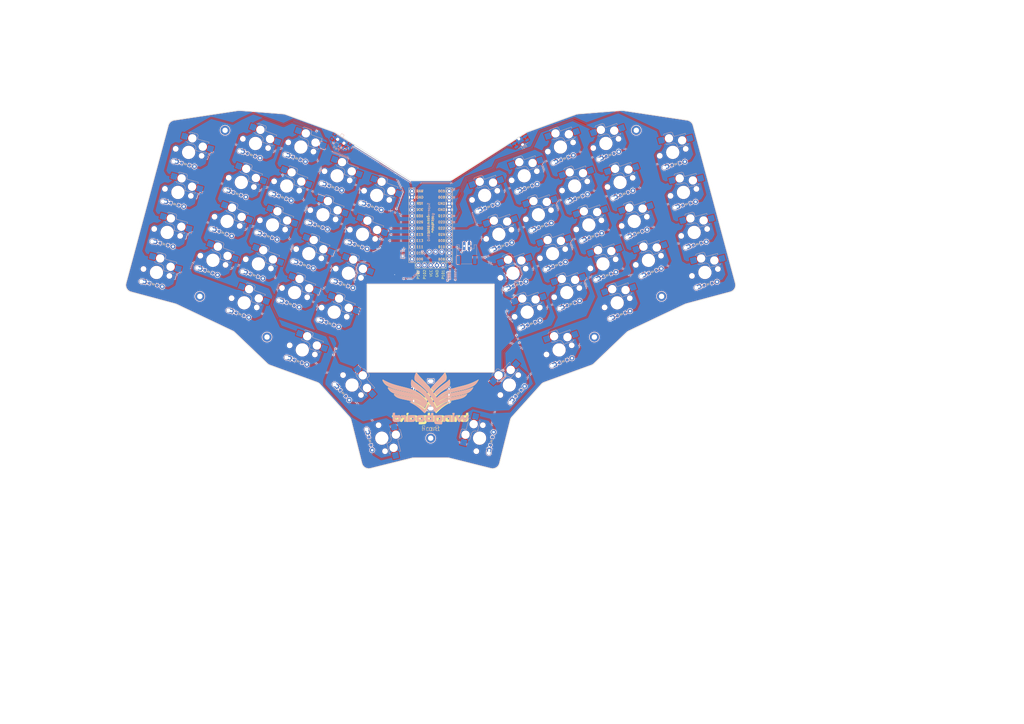
<source format=kicad_pcb>
(kicad_pcb (version 20240108) (generator "pcbnew") (generator_version "8.0")
  (title_block (title "wingboard") (date "2025-01-09") (rev "0.1") (company "SimplyYat"))
  (layers (0 "F.Cu" signal) (31 "B.Cu" signal) (34 "B.Paste" user) (35 "F.Paste" user) (36 "B.SilkS" user "B.Silkscreen") (37 "F.SilkS" user "F.Silkscreen") (38 "B.Mask" user) (39 "F.Mask" user) (44 "Edge.Cuts" user))
  (net 0 "")
  (net 1 "P031")
  (net 2 "pinky_r4")
  (net 3 "GND")
  (net 4 "pinky_r3")
  (net 5 "pinky_r2")
  (net 6 "pinky_r1")
  (net 7 "P029")
  (net 8 "ring_r4")
  (net 9 "ring_r3")
  (net 10 "ring_r2")
  (net 11 "ring_r1")
  (net 12 "middle_r5")
  (net 13 "P002")
  (net 14 "middle_r4")
  (net 15 "middle_r3")
  (net 16 "middle_r2")
  (net 17 "middle_r1")
  (net 18 "P115")
  (net 19 "index_r4")
  (net 20 "index_r3")
  (net 21 "index_r2")
  (net 22 "index_r1")
  (net 23 "P113")
  (net 24 "inner_r4")
  (net 25 "inner_r3")
  (net 26 "inner_r2")
  (net 27 "inner_r1")
  (net 28 "near_thumb")
  (net 29 "home_thumb")
  (net 30 "far_thumb")
  (net 31 "P006")
  (net 32 "mirror_pinky_r4")
  (net 33 "mirror_pinky_r3")
  (net 34 "mirror_pinky_r2")
  (net 35 "mirror_pinky_r1")
  (net 36 "P008")
  (net 37 "mirror_ring_r4")
  (net 38 "mirror_ring_r3")
  (net 39 "mirror_ring_r2")
  (net 40 "mirror_ring_r1")
  (net 41 "mirror_middle_r5")
  (net 42 "P017")
  (net 43 "mirror_middle_r4")
  (net 44 "mirror_middle_r3")
  (net 45 "mirror_middle_r2")
  (net 46 "mirror_middle_r1")
  (net 47 "P020")
  (net 48 "mirror_index_r4")
  (net 49 "mirror_index_r3")
  (net 50 "mirror_index_r2")
  (net 51 "mirror_index_r1")
  (net 52 "P022")
  (net 53 "mirror_inner_r4")
  (net 54 "mirror_inner_r3")
  (net 55 "mirror_inner_r2")
  (net 56 "mirror_inner_r1")
  (net 57 "mirror_near_thumb")
  (net 58 "mirror_home_thumb")
  (net 59 "mirror_far_thumb")
  (net 60 "P104")
  (net 61 "P009")
  (net 62 "P010")
  (net 63 "P111")
  (net 64 "P106")
  (net 65 "RAW")
  (net 66 "RST")
  (net 67 "VCC")
  (net 68 "P024")
  (net 69 "P100")
  (net 70 "P011")
  (net 71 "P101")
  (net 72 "P102")
  (net 73 "P107")
  (net 74 "BAT_P")
  (footprint "wingboard.kicad_pro:Wingboard logo" (layer "F.Cu") (at 176.5 163.5)
    (property "Reference" "G***" (hide yes))
    (property "Value" "LOGO" (hide yes))
  )
  (footprint "ComboDiode" (layer "F.Cu") (at 200.4971 84.823284 20)
    (property "Reference" "D45" (hide yes))
    (property "Value" "" (hide yes))
  )
  (footprint "ComboDiode" (layer "F.Cu") (at 250.214441 63.535118 20)
    (property "Reference" "D32" (hide yes))
    (property "Value" "" (hide yes))
  )
  (footprint "ceoloide:mounting_hole_plated" (layer "F.Cu") (at 271.334185 121.561138 20)
    (property "Reference" "H6" (hide yes))
    (property "Value" "")
  )
  (footprint "ComboDiode" (layer "F.Cu") (at 140.664979 161.271017 -48)
    (property "Reference" "D23" (hide yes))
    (property "Value" "" (hide yes))
  )
  (footprint "ComboDiode" (layer "F.Cu") (at 256.028783 79.509893 20)
    (property "Reference" "D31" (hide yes))
    (property "Value" "" (hide yes))
  )
  (footprint "ceoloide:mounting_hole_plated" (layer "F.Cu") (at 81.953289 121.561138 -20)
    (property "Reference" "H2" (hide yes))
    (property "Value" "")
  )
  (footprint "ComboDiode" (layer "F.Cu") (at 222.541869 92.762311 20)
    (property "Reference" "D40" (hide yes))
    (property "Value" "" (hide yes))
  )
  (footprint "wingboard.kicad_pro:Wingboard logo" (layer "F.Cu") (at 176.554349 163.300909)
    (property "Reference" "G***" (hide yes))
    (property "Value" "LOGO" (hide yes))
  )
  (footprint "ComboDiode" (layer "F.Cu") (at 119.11692 124.71186 -20)
    (property "Reference" "D14" (hide yes))
    (property "Value" "" (hide yes))
  )
  (footprint "ComboDiode" (layer "F.Cu") (at 110.068916 96.942567 -20)
    (property "Reference" "D11" (hide yes))
    (property "Value" "" (hide yes))
  )
  (footprint "ComboDiode" (layer "F.Cu") (at 201.553348 180.929613 76)
    (property "Reference" "D48" (hide yes))
    (property "Value" "" (hide yes))
  )
  (footprint "ComboDiode" (layer "F.Cu") (at 206.311442 100.798058 20)
    (property "Reference" "D44" (hide yes))
    (property "Value" "" (hide yes))
  )
  (footprint "ComboDiode" (layer "F.Cu") (at 85.630005 111.459442 -20)
    (property "Reference" "D5" (hide yes))
    (property "Value" "" (hide yes))
  )
  (footprint "ceoloide:mounting_hole_plated" (layer "F.Cu") (at 260.971708 53.449365 15)
    (property "Reference" "H5" (hide yes))
    (property "Value" "")
  )
  (footprint "ComboDiode" (layer "F.Cu") (at 231.589873 64.993018 20)
    (property "Reference" "D37" (hide yes))
    (property "Value" "" (hide yes))
  )
  (footprint "wingboard.kicad_pro:Wingboard logo" (layer "F.Cu") (at 176.654349 163.200909)
    (property "Reference" "G***" (hide yes))
    (property "Value" "LOGO" (hide yes))
  )
  (footprint "ceoloide:mounting_hole_plated" (layer "F.Cu") (at 92.315766 53.449365 -15)
    (property "Reference" "H1" (hide yes))
    (property "Value" "")
  )
  (footprint "ComboDiode" (layer "F.Cu") (at 62.873076 116.580166 -15)
    (property "Reference" "D1" (hide yes))
    (property "Value" "" (hide yes))
  )
  (footprint "ComboDiode" (layer "F.Cu") (at 146.976031 100.798058 -20)
    (property "Reference" "D20" (hide yes))
    (property "Value" "" (hide yes))
  )
  (footprint "ComboDiode" (layer "F.Cu") (at 115.883258 80.967792 -20)
    (property "Reference" "D12" (hide yes))
    (property "Value" "" (hide yes))
  )
  (footprint "ComboDiode" (layer "F.Cu") (at 231.016358 148.207626 20)
    (property "Reference" "D46" (hide yes))
    (property "Value" "" (hide yes))
  )
  (footprint "ComboDiode" (layer "F.Cu") (at 237.404215 80.967792 20)
    (property "Reference" "D36" (hide yes))
    (property "Value" "" (hide yes))
  )
  (footprint "ComboDiode" (layer "F.Cu") (at 254.847242 128.892116 20)
    (property "Reference" "D33" (hide yes))
    (property "Value" "" (hide yes))
  )
  (footprint "ComboDiode" (layer "F.Cu") (at 141.161689 116.772833 -20)
    (property "Reference" "D19" (hide yes))
    (property "Value" "" (hide yes))
  )
  (footprint "ComboDiode" (layer "F.Cu") (at 261.843126 95.484668 20)
    (property "Reference" "D30" (hide yes))
    (property "Value" "" (hide yes))
  )
  (footprint "ceoloide:mounting_hole_plated" (layer "F.Cu") (at 109.50995 138.242053 -20)
    (property "Reference" "H3" (hide yes))
    (property "Value" "")
  )
  (footprint "ComboDiode" (layer "F.Cu") (at 228.356211 108.737085 20)
    (property "Reference" "D39" (hide yes))
    (property "Value" "" (hide yes))
  )
  (footprint "ComboDiode" (layer "F.Cu") (at 71.672924 83.738688 -15)
    (property "Reference" "D3" (hide yes))
    (property "Value" "" (hide yes))
  )
  (footprint "ComboDiode" (layer "F.Cu") (at 243.218558 96.942567 20)
    (property "Reference" "D35" (hide yes))
    (property "Value" "" (hide yes))
  )
  (footprint "ComboDiode" (layer "F.Cu") (at 67.273 100.159427 -15)
    (property "Reference" "D2" (hide yes))
    (property "Value" "" (hide yes))
  )
  (footprint "ComboDiode" (layer "F.Cu") (at 135.347346 132.747607 -20)
    (property "Reference" "D18" (hide yes))
    (property "Value" "" (hide yes))
  )
  (footprint "ComboDiode" (layer "F.Cu") (at 212.125784 116.772833 20)
    (property "Reference" "D43" (hide yes))
    (property "Value" "" (hide yes))
  )
  (footprint "ceoloide:rotary_encoder_ec11_ec12" (layer "F.Cu") (at 176.643737 161.925364 90)
    (property "Reference" "RE1" (hide yes))
    (property "Value" "")
  )
  (footprint "ceoloide:mcu_supermini_nrf52840" (layer "F.Cu") (at 176.643737 91.099595)
    (property "Reference" "MCU1" (hide yes))
    (property "Value" "")
  )
  (footprint "ComboDiode" (layer "F.Cu") (at 76.072848 67.317949 -15)
    (property "Reference" "D4" (hide yes))
    (property "Value" "" (hide yes))
  )
  (footprint "ComboDiode" (layer "F.Cu") (at 130.745604 92.762311 -20)
    (property "Reference" "D16" (hide yes))
    (property "Value" "" (hide yes))
  )
  (footprint "ComboDiode" (layer "F.Cu") (at 267.657468 111.459442 20)
    (property "Reference" "D29" (hide yes))
    (property "Value" "" (hide yes))
  )
  (footprint "ceoloide:mounting_hole_plated" (layer "F.Cu") (at 176.643737 179.720004)
    (property "Reference" "H4" (hide yes))
    (property "Value" "")
  )
  (footprint "ceoloide:mounting_hole_plated" (layer "F.Cu") (at 243.777524 138.242053 20)
    (property "Reference" "H7" (hide yes))
    (property "Value" "")
  )
  (footprint "ComboDiode" (layer "F.Cu") (at 124.931262 108.737085 -20)
    (property "Reference" "D15" (hide yes))
    (property "Value" "" (hide yes))
  )
  (footprint "ComboDiode" (layer "F.Cu") (at 121.697601 64.993018 -20)
    (property "Reference" "D13" (hide yes))
    (property "Value" "" (hide yes))
  )
  (footprint "ComboDiode" (layer "F.Cu") (at 98.440231 128.892116 -20)
    (property "Reference" "D9" (hide yes))
    (property "Value" "" (hide yes))
  )
  (footprint "ComboDiode" (layer "F.Cu") (at 290.414397 116.580166 15)
    (property "Reference" "D25" (hide yes))
    (property "Value" "" (hide yes))
  )
  (footprint "ComboDiode" (layer "F.Cu") (at 97.25869 79.509893 -20)
    (property "Reference" "D7" (hide yes))
    (property "Value" "" (hide yes))
  )
  (footprint "ComboDiode" (layer "F.Cu") (at 104.254573 112.917341 -20)
    (property "Reference" "D10" (hide yes))
    (property "Value" "" (hide yes))
  )
  (footprint "ComboDiode" (layer "F.Cu") (at 217.940127 132.747607 20)
    (property "Reference" "D42" (hide yes))
    (property "Value" "" (hide yes))
  )
  (footprint "ComboDiode" (layer "F.Cu") (at 212.622495 161.271017 48)
    (property "Reference" "D47" (hide yes))
    (property "Value" "" (hide yes))
  )
  (footprint "ComboDiode" (layer "F.Cu") (at 281.614549 83.738688 15)
    (property "Reference" "D27" (hide yes))
    (property "Value" "" (hide yes))
  )
  (footprint "ComboDiode" (layer "F.Cu") (at 277.214625 67.317949 15)
    (property "Reference" "D28" (hide yes))
    (property "Value" "" (hide yes))
  )
  (footprint "ComboDiode" (layer "F.Cu") (at 249.0329 112.917341 20)
    (property "Reference" "D34" (hide yes))
    (property "Value" "" (hide yes))
  )
  (footprint "ComboDiode" (layer "F.Cu") (at 103.073033 63.535118 -20)
    (property "Reference" "D8" (hide yes))
    (property "Value" "" (hide yes))
  )
  (footprint "ComboDiode" (layer "F.Cu") (at 136.559947 76.787536 -20)
    (property "Reference" "D17" (hide yes))
    (property "Value" "" (hide yes))
  )
  (footprint "ComboDiode" (layer "F.Cu") (at 152.790374 84.823284 -20)
    (property "Reference" "D21" (hide yes))
    (property "Value" "" (hide yes))
  )
  (footprint "ComboDiode" (layer "F.Cu") (at 286.014473 100.159427 15)
    (property "Reference" "D26" (hide yes))
    (property "Value" "" (hide yes))
  )
  (footprint "ComboDiode" (layer "F.Cu") (at 216.727526 76.787536 20)
    (property "Reference" "D41" (hide yes))
    (property "Value" "" (hide yes))
  )
  (footprint "ceoloide:display_nice_view" (layer "F.Cu") (at 176.643737 92.099595)
    (property "Reference" "DISP1" (hide yes))
    (property "Value" "")
  )
  (footprint "ComboDiode" (layer "F.Cu") (at 91.444348 95.484668 -20)
    (property "Reference" "D6" (hide yes))
    (property "Value" "" (hide yes))
  )
  (footprint "ComboDiode" (layer "F.Cu") (at 122.271115 148.207626 -20)
    (property "Reference" "D22" (hide yes))
    (property "Value" "" (hide yes))
  )
  (footprint "ComboDiode" (layer "F.Cu") (at 151.734125 180.929613 -76)
    (property "Reference" "D24" (hide yes))
    (property "Value" "" (hide yes))
  )
  (footprint "ComboDiode" (layer "F.Cu") (at 234.170554 124.71186 20)
    (property "Reference" "D38" (hide yes))
    (property "Value" "" (hide yes))
  )
  (footprint "ceoloide:switch_choc_v1_v2" (layer "B.Cu") (at 138.270048 72.089073 -20)
    (property "Reference" "S17" (hide yes))
    (property "Value" "")
  )
  (footprint "ceoloide:switch_choc_v1_v2" (layer "B.Cu") (at 220.831768 88.063848 20)
    (property "Reference" "S40" (hide yes))
    (property "Value" "")
  )
  (footprint "ceoloide:switch_choc_v1_v2" (layer "B.Cu") (at 247.322799 108.218878 20)
    (property "Reference" "S34" (hide yes))
    (property "Value" "")
  )
  (footprint "ceoloide:switch_choc_v1_v2" (layer "B.Cu") (at 253.137142 124.193653 20)
    (property "Reference" "S33" (hide yes))
    (property "Value" "")
  )
  (footprint "ceoloide:switch_choc_v1_v2" (layer "B.Cu") (at 241.508457 92.244104 20)
    (property "Reference" "S35" (hide yes))
    (property "Value" "")
  )
  (footprint "ceoloide:switch_choc_v1_v2" (layer "B.Cu") (at 123.981216 143.509163 -20)
    (property "Reference" "S22" (hide yes))
    (property "Value" "")
  )
  (footprint "ceoloide:switch_choc_v1_v2" (layer "B.Cu") (at 280.320454 78.909059 15)
    (property "Reference" "S27" (hide yes))
    (property "Value" "")
  )
  (footprint "ceoloide:switch_choc_v1_v2" (layer "B.Cu") (at 104.783133 58.836655 -20)
    (property "Reference" "S8" (hide yes))
    (property "Value" "")
  )
  (footprint "ceoloide:switch_choc_v1_v2" (layer "B.Cu") (at 87.340106 106.760979 -20)
    (property "Reference" "S5" (hide yes))
    (property "Value" "")
  )
  (footprint "ceoloide:switch_choc_v1_v2" (layer "B.Cu") (at 123.407701 60.294555 -20)
    (property "Reference" "S13" (hide yes))
    (property "Value" "")
  )
  (footprint "ceoloide:switch_choc_v1_v2" (layer "B.Cu") (at 196.70187 179.720004 76)
    (property "Reference" "S48" (hide yes))
    (property "Value" "")
  )
  (footprint "ceoloide:switch_choc_v1_v2" (layer "B.Cu") (at 216.230026 128.049144 20)
    (property "Reference" "S42" (hide yes))
    (property "Value" "")
  )
  (footprint "Connector_JST:JST_PH_S2B-PH-SM4-TB_1x02-1MP_P2.00mm_Horizontal" (layer "B.Cu") (at 191.4 103.75 180)
    (property "Reference" "JSTPH2" (hide yes))
    (property "Value" "JST_PH_S2B-PH-SM4-TB_1x02-1MP_P2.00mm_Horizontal")
  )
  (footprint "ceoloide:switch_choc_v1_v2" (layer "B.Cu") (at 126.641363 104.038622 -20)
    (property "Reference" "S15" (hide yes))
    (property "Value" "")
  )
  (footprint "ceoloide:switch_choc_v1_v2" (layer "B.Cu") (at 77.366943 62.48832 -15)
    (property "Reference" "S4" (hide yes))
    (property "Value" "")
  )
  (footprint "ceoloide:switch_choc_v1_v2" (layer "B.Cu") (at 265.947367 106.760979 20)
    (property "Reference" "S29" (hide yes))
    (property "Value" "")
  )
  (footprint "ceoloide:switch_choc_v1_v2" (layer "B.Cu") (at 117.593359 76.269329 -20)
    (property "Reference" "S12" (hide yes))
    (property "Value" "")
  )
  (footprint "ceoloide:switch_choc_v1_v2" (layer "B.Cu") (at 208.906771 157.925364 48)
    (property "Reference" "S47" (hide yes))
    (property "Value" "")
  )
  (footprint "ceoloide:switch_choc_v1_v2" (layer "B.Cu") (at 156.585603 179.720004 -76)
    (property "Reference" "S24" (hide yes))
    (property "Value" "")
  )
  (footprint "ceoloide:switch_choc_v1_v2" (layer "B.Cu") (at 120.82702 120.013397 -20)
    (property "Reference" "S14" (hide yes))
    (property "Value" "")
  )
  (footprint "Button_Switch_SMD:SW_SPDT_PCM12" (layer "B.Cu") (at 139.6 58.2 -32)
    (property "Reference" "PWR")
    (property "Value" "SW_SPDT_PCM12" (hide yes))
  )
  (footprint "ceoloide:switch_choc_v1_v2" (layer "B.Cu") (at 105.964674 108.218878 -20)
    (property "Reference" "S10" (hide yes))
    (property "Value" "")
  )
  (footprint "ceoloide:switch_choc_v1_v2" (layer "B.Cu") (at 210.415684 112.07437 20)
    (property "Reference" "S43" (hide yes))
    (property "Value" "")
  )
  (footprint "ceoloide:switch_choc_v1_v2" (layer "B.Cu") (at 232.460453 120.013397 20)
    (property "Reference" "S38" (hide yes))
    (property "Value" "")
  )
  (footprint "ceoloide:switch_choc_v1_v2" (layer "B.Cu") (at 254.318682 74.81143 20)
    (property "Reference" "S31" (hide yes))
    (property "Value" "")
  )
  (footprint "ceoloide:switch_choc_v1_v2" (layer "B.Cu") (at 148.686132 96.099595 -20)
    (property "Reference" "S20" (hide yes))
    (property "Value" "")
  )
  (footprint "ceoloide:switch_choc_v1_v2" (layer "B.Cu") (at 72.967019 78.909059 -15)
    (property "Reference" "S3" (hide yes))
    (property "Value" "")
  )
  (footprint "ceoloide:switch_choc_v1_v2" (layer "B.Cu") (at 275.92053 62.48832 15)
    (property "Reference" "S28" (hide yes))
    (property "Value" "")
  )
  (footprint "ceoloide:switch_choc_v1_v2" (layer "B.Cu") (at 226.646111 104.038622 20)
    (property "Reference" "S39" (hide yes))
    (property "Value" "")
  )
  (footprint "ceoloide:switch_choc_v1_v2" (layer "B.Cu") (at 93.154448 90.786204 -20)
    (property "Reference" "S6" (hide yes))
    (property "Value" "")
  )
  (footprint "ceoloide:switch_choc_v1_v2" (layer "B.Cu") (at 68.567095 95.329798 -15)
    (property "Reference" "S2" (hide yes))
    (property "Value" "")
  )
  (footprint "ceoloide:switch_choc_v1_v2" (layer "B.Cu") (at 204.601341 96.099595 20)
    (property "Reference" "S44" (hide yes))
    (property "Value" "")
  )
  (footprint "ceoloide:switch_choc_v1_v2" (layer "B.Cu") (at 248.50434 58.836655 20)
    (property "Reference" "S32" (hide yes))
    (property "Value" "")
  )
  (footprint "ceoloide:switch_choc_v1_v2" (layer "B.Cu") (at 111.779016 92.244104 -20)
    (property "Reference" "S11" (hide yes))
    (property "Value" "")
  )
  (footprint "ceoloide:switch_choc_v1_v2" (layer "B.Cu") (at 260.133025 90.786204 20)
    (property "Reference" "S30" (hide yes))
    (property "Value" "")
  )
  (footprint "ceoloide:switch_choc_v1_v2" (layer "B.Cu") (at 144.380703 157.925364 -48)
    (property "Reference" "S23" (hide yes))
    (property "Value" "")
  )
  (footprint "ceoloide:switch_choc_v1_v2" (layer "B.Cu") (at 154.500474 80.124821 -20)
    (property "Reference" "S21" (hide yes))
    (property "Value" "")
  )
  (footprint "ceoloide:switch_choc_v1_v2" (layer "B.Cu") (at 284.720378 95.329798 15)
    (property "Reference" "S26" (hide yes))
    (property "Value" "")
  )
  (footprint "ceoloide:switch_choc_v1_v2" (layer "B.Cu") (at 64.167171 111.750537 -15)
    (property "Reference" "S1" (hide yes))
    (property "Value" "")
  )
  (footprint "ceoloide:switch_choc_v1_v2" (layer "B.Cu") (at 215.017426 72.089073 20)
    (property "Reference" "S41" (hide yes))
    (property "Value" "")
  )
  (footprint "ceoloide:switch_choc_v1_v2" (layer "B.Cu") (at 289.120302 111.750537 15)
    (property "Reference" "S25" (hide yes))
    (property "Value" "")
  )
  (footprint "ceoloide:switch_choc_v1_v2" (layer "B.Cu") (at 229.879772 60.294555 20)
    (property "Reference" "S37" (hide yes))
    (property "Value" "")
  )
  (footprint "ceoloide:switch_choc_v1_v2" (layer "B.Cu") (at 98.968791 74.81143 -20)
    (property "Reference" "S7" (hide yes))
    (property "Value" "")
  )
  (footprint "ceoloide:switch_choc_v1_v2" (layer "B.Cu") (at 132.455705 88.063848 -20)
    (property "Reference" "S16" (hide yes))
    (property "Value" "")
  )
  (footprint "ceoloide:switch_choc_v1_v2" (layer "B.Cu") (at 229.306257 143.509163 20)
    (property "Reference" "S46" (hide yes))
    (property "Value" "")
  )
  (footprint "Button_Switch_SMD:Panasonic_EVQPUL_EVQPUC" (layer "B.Cu") (at 213.564958 58.14255 -147)
    (property "Reference" "RST")
    (property "Value" "Panasonic_EVQPUL_EVQPUC")
  )
  (footprint "ceoloide:switch_choc_v1_v2" (layer "B.Cu") (at 137.057447 128.049144 -20)
    (property "Reference" "S18" (hide yes))
    (property "Value" "")
  )
  (footprint "ceoloide:switch_choc_v1_v2" (layer "B.Cu") (at 235.694114 76.269329 20)
    (property "Reference" "S36" (hide yes))
    (property "Value" "")
  )
  (footprint "ceoloide:switch_choc_v1_v2" (layer "B.Cu") (at 100.150332 124.193653 -20)
    (property "Reference" "S9" (hide yes))
    (property "Value" "")
  )
  (footprint "ceoloide:switch_choc_v1_v2" (layer "B.Cu") (at 142.87179 112.07437 -20)
    (property "Reference" "S19" (hide yes))
    (property "Value" "")
  )
  (footprint "ceoloide:switch_choc_v1_v2" (layer "B.Cu") (at 198.786999 80.124821 20)
    (property "Reference" "S45" (hide yes))
    (property "Value" "")
  )
  (gr_line (start 222.060351 157.694018) (end 210.051615 171.03107) (stroke (width 0.15)) (layer "Edge.Cuts"))
  (gr_arc (start 254.908564 45.234368) (mid 255.249057 45.227104) (end 255.588179 45.258481) (stroke (width 0.15)) (layer "Edge.Cuts"))
  (gr_line (start 183.48427 187.853077) (end 169.803203 187.853077) (stroke (width 0.15)) (layer "Edge.Cuts"))
  (gr_line (start 130.023748 156.882332) (end 110.644791 149.828968) (stroke (width 0.15)) (layer "Edge.Cuts"))
  (gr_arc (start 116.254616 46.633648) (mid 116.656414 46.692669) (end 117.046558 46.805421) (stroke (width 0.15)) (layer "Edge.Cuts"))
  (gr_arc (start 137.026075 54.077371) (mid 137.327555 54.206167) (end 137.613185 54.367085) (stroke (width 0.15)) (layer "Edge.Cuts"))
  (gr_arc (start 209.370162 172.312696) (mid 209.632217 171.630055) (end 210.051615 171.03107) (stroke (width 0.15)) (layer "Edge.Cuts"))
  (gr_line (start 202.643737 152.599595) (end 202.643737 116.599595) (stroke (width 0.15)) (layer "Edge.Cuts"))
  (gr_line (start 137.613185 54.367085) (end 167.690373 73.549634) (stroke (width 0.15)) (layer "Edge.Cuts"))
  (gr_arc (start 68.950678 51.397512) (mid 69.850034 49.936493) (end 71.40296 49.207231) (stroke (width 0.15)) (layer "Edge.Cuts"))
  (gr_line (start 299.565308 119.822206) (end 281.476889 124.668983) (stroke (width 0.15)) (layer "Edge.Cuts"))
  (gr_arc (start 110.644791 149.828968) (mid 110.08784 149.558248) (end 109.59835 149.178931) (stroke (width 0.15)) (layer "Edge.Cuts"))
  (gr_line (start 169.077437 187.94219) (end 151.969526 192.207671) (stroke (width 0.15)) (layer "Edge.Cuts"))
  (gr_arc (start 301.686629 116.147972) (mid 301.386912 118.424403) (end 299.565308 119.822206) (stroke (width 0.15)) (layer "Edge.Cuts"))
  (gr_line (start 150.643737 116.599595) (end 150.643737 152.599595) (stroke (width 0.15)) (layer "Edge.Cuts"))
  (gr_line (start 169.303543 74.02027) (end 183.98393 74.02027) (stroke (width 0.15)) (layer "Edge.Cuts"))
  (gr_arc (start 281.884513 49.207232) (mid 283.437442 49.936496) (end 284.336795 51.397512) (stroke (width 0.15)) (layer "Edge.Cuts"))
  (gr_arc (start 130.023748 156.882332) (mid 130.675267 157.214296) (end 131.227122 157.694018) (stroke (width 0.15)) (layer "Edge.Cuts"))
  (gr_line (start 98.378909 45.234368) (end 116.254616 46.633648) (stroke (width 0.15)) (layer "Edge.Cuts"))
  (gr_arc (start 215.674288 54.367085) (mid 215.959917 54.206167) (end 216.261398 54.077371) (stroke (width 0.15)) (layer "Edge.Cuts"))
  (gr_line (start 280.965701 124.857154) (end 257.882505 135.826629) (stroke (width 0.15)) (layer "Edge.Cuts"))
  (gr_line (start 117.046558 46.805421) (end 137.026075 54.077371) (stroke (width 0.15)) (layer "Edge.Cuts"))
  (gr_line (start 255.588179 45.258481) (end 281.884513 49.207231) (stroke (width 0.15)) (layer "Edge.Cuts"))
  (gr_arc (start 236.240916 46.805421) (mid 236.631059 46.692669) (end 237.032857 46.633648) (stroke (width 0.15)) (layer "Edge.Cuts"))
  (gr_line (start 150.643737 152.599595) (end 202.643737 152.599595) (stroke (width 0.15)) (layer "Edge.Cuts"))
  (gr_line (start 148.332873 190.02255) (end 143.917311 172.312696) (stroke (width 0.15)) (layer "Edge.Cuts"))
  (gr_line (start 51.600845 116.147972) (end 68.950678 51.397512) (stroke (width 0.15)) (layer "Edge.Cuts"))
  (gr_arc (start 185.597101 73.549633) (mid 184.824143 73.900219) (end 183.98393 74.02027) (stroke (width 0.15)) (layer "Edge.Cuts"))
  (gr_arc (start 95.404968 135.826629) (mid 95.818999 136.065546) (end 96.189824 136.367195) (stroke (width 0.15)) (layer "Edge.Cuts"))
  (gr_line (start 216.261398 54.077371) (end 236.240916 46.805421) (stroke (width 0.15)) (layer "Edge.Cuts"))
  (gr_arc (start 143.235858 171.03107) (mid 143.65527 171.630046) (end 143.917311 172.312696) (stroke (width 0.15)) (layer "Edge.Cuts"))
  (gr_line (start 71.810584 124.668983) (end 53.722165 119.822206) (stroke (width 0.15)) (layer "Edge.Cuts"))
  (gr_arc (start 280.965701 124.857154) (mid 281.217016 124.751444) (end 281.476889 124.668983) (stroke (width 0.15)) (layer "Edge.Cuts"))
  (gr_line (start 143.235858 171.03107) (end 131.227122 157.694018) (stroke (width 0.15)) (layer "Edge.Cuts"))
  (gr_arc (start 183.48427 187.853077) (mid 183.849879 187.875436) (end 184.210036 187.94219) (stroke (width 0.15)) (layer "Edge.Cuts"))
  (gr_arc (start 169.303543 74.02027) (mid 168.463328 73.900219) (end 167.690373 73.549634) (stroke (width 0.15)) (layer "Edge.Cuts"))
  (gr_arc (start 204.9546 190.02255) (mid 203.58883 191.868302) (end 201.317947 192.207671) (stroke (width 0.15)) (layer "Edge.Cuts"))
  (gr_line (start 71.40296 49.207231) (end 97.699294 45.258481) (stroke (width 0.15)) (layer "Edge.Cuts"))
  (gr_line (start 95.404968 135.826629) (end 72.321772 124.857154) (stroke (width 0.15)) (layer "Edge.Cuts"))
  (gr_arc (start 243.689123 149.178931) (mid 243.19963 149.558245) (end 242.642683 149.828968) (stroke (width 0.15)) (layer "Edge.Cuts"))
  (gr_line (start 284.336795 51.397512) (end 301.686629 116.147972) (stroke (width 0.15)) (layer "Edge.Cuts"))
  (gr_line (start 237.032857 46.633648) (end 254.908564 45.234368) (stroke (width 0.15)) (layer "Edge.Cuts"))
  (gr_line (start 109.59835 149.178931) (end 96.189824 136.367195) (stroke (width 0.15)) (layer "Edge.Cuts"))
  (gr_arc (start 222.060351 157.694018) (mid 222.612205 157.214293) (end 223.263725 156.882332) (stroke (width 0.15)) (layer "Edge.Cuts"))
  (gr_line (start 257.097649 136.367195) (end 243.689123 149.178931) (stroke (width 0.15)) (layer "Edge.Cuts"))
  (gr_line (start 242.642683 149.828968) (end 223.263725 156.882332) (stroke (width 0.15)) (layer "Edge.Cuts"))
  (gr_arc (start 169.077437 187.94219) (mid 169.437595 187.875437) (end 169.803203 187.853077) (stroke (width 0.15)) (layer "Edge.Cuts"))
  (gr_line (start 201.317947 192.207671) (end 184.210036 187.94219) (stroke (width 0.15)) (layer "Edge.Cuts"))
  (gr_arc (start 151.969526 192.207671) (mid 149.698673 191.868265) (end 148.332873 190.02255) (stroke (width 0.15)) (layer "Edge.Cuts"))
  (gr_arc (start 71.810584 124.668983) (mid 72.070456 124.751446) (end 72.321772 124.857154) (stroke (width 0.15)) (layer "Edge.Cuts"))
  (gr_line (start 185.597101 73.549634) (end 215.674288 54.367085) (stroke (width 0.15)) (layer "Edge.Cuts"))
  (gr_arc (start 53.722165 119.822206) (mid 51.900546 118.424429) (end 51.600845 116.147972) (stroke (width 0.15)) (layer "Edge.Cuts"))
  (gr_arc (start 97.699294 45.258481) (mid 98.038416 45.227105) (end 98.378909 45.234368) (stroke (width 0.15)) (layer "Edge.Cuts"))
  (gr_arc (start 257.097649 136.367195) (mid 257.468475 136.065548) (end 257.882505 135.826629) (stroke (width 0.15)) (layer "Edge.Cuts"))
  (gr_line (start 202.643737 116.599595) (end 150.643737 116.599595) (stroke (width 0.15)) (layer "Edge.Cuts"))
  (gr_line (start 209.370162 172.312696) (end 204.9546 190.02255) (stroke (width 0.15)) (layer "Edge.Cuts"))
  (gr_text "Back" (at 176.643737 175.720004 0) (layer "B.SilkS") (effects (font (size 2 2)) (justify mirror)))
  (gr_text "Supermini NRF52840\ngoes here" (at 176.643737 91.099595 90) (layer "B.SilkS") (effects (font (size 1 1)) (justify mirror)))
  (gr_text "Nice!View\ngoes here" (at 176.643737 92.099595 -90) (layer "F.SilkS") (effects (font (size 1 1))))
  (gr_text "Front" (at 176.643737 175.720004 0) (layer "F.SilkS") (effects (font (size 2 2))))
  (segment (start 133.146144 56.652658) (end 134.179802 57.02887) (width 0.2) (layer "B.Cu") (net 1))
  (segment (start 131.53242 53.192025) (end 133.146144 56.652658) (width 0.2) (layer "B.Cu") (net 1))
  (segment (start 164.412674 88.577885) (end 169.070508 88.57789) (width 0.2) (layer "B.Cu") (net 1))
  (segment (start 95.473484 50.698699) (end 98.535342 48.930939) (width 0.2) (layer "B.Cu") (net 1))
  (segment (start 116.282809 50.940574) (end 120.256113 49.087789) (width 0.2) (layer "B.Cu") (net 1))
  (segment (start 86.586964 48.317576) (end 95.473484 50.698699) (width 0.2) (layer "B.Cu") (net 1))
  (segment (start 58.866018 102.87838) (end 59.749883 104.409229) (width 0.2) (layer "B.Cu") (net 1))
  (segment (start 76.221597 54.302021) (end 82.912723 50.438882) (width 0.2) (layer "B.Cu") (net 1))
  (segment (start 63.265978 86.457648) (end 64.149817 87.988505) (width 0.2) (layer "B.Cu") (net 1))
  (segment (start 134.179802 57.02887) (end 136.630267 62.2839) (width 0.2) (layer "B.Cu") (net 1))
  (segment (start 98.535342 48.930939) (end 98.541167 48.914919) (width 0.2) (layer "B.Cu") (net 1))
  (segment (start 163.199984 85.632387) (end 164.483172 88.384187) (width 0.2) (layer "B.Cu") (net 1))
  (segment (start 67.026645 88.75939) (end 66.438694 90.953685) (width 0.2) (layer "B.Cu") (net 1))
  (segment (start 63.179254 91.61079) (end 61.648359 92.494694) (width 0.2) (layer "B.Cu") (net 1))
  (segment (start 67.700508 70.016903) (end 68.584358 71.547753) (width 0.2) (layer "B.Cu") (net 1))
  (segment (start 73.462653 59.137528) (end 72.013788 58.749286) (width 0.2) (layer "B.Cu") (net 1))
  (segment (start 82.912723 50.438882) (end 86.586964 48.317576) (width 0.2) (layer "B.Cu") (net 1))
  (segment (start 61.648359 92.494694) (end 58.866018 102.87838) (width 0.2) (layer "B.Cu") (net 1))
  (segment (start 68.584358 71.547753) (end 71.461241 72.318598) (width 0.2) (layer "B.Cu") (net 1))
  (segment (start 67.579175 75.190041) (end 66.048251 76.073932) (width 0.2) (layer "B.Cu") (net 1))
  (segment (start 163.154386 74.157141) (end 164.418215 76.86744) (width 0.2) (layer "B.Cu") (net 1))
  (segment (start 69.028074 75.57827) (end 67.579175 75.190041) (width 0.2) (layer "B.Cu") (net 1))
  (segment (start 75.861198 55.897863) (end 75.273188 58.092224) (width 0.2) (layer "B.Cu") (net 1))
  (segment (start 98.541167 48.914919) (end 103.878864 46.425907) (width 0.2) (layer "B.Cu") (net 1))
  (segment (start 71.426564 72.33862) (end 70.838612 74.532963) (width 0.2) (layer "B.Cu") (net 1))
  (segment (start 72.013788 58.749286) (end 70.482835 59.633173) (width 0.2) (layer "B.Cu") (net 1))
  (segment (start 64.149817 87.988505) (end 67.026652 88.759391) (width 0.2) (layer "B.Cu") (net 1))
  (segment (start 136.630267 62.2839) (end 142.425916 64.393341) (width 0.2) (layer "B.Cu") (net 1))
  (segment (start 164.418215 76.86744) (end 164.951597 77.061574) (width 0.2) (layer "B.Cu") (net 1))
  (segment (start 70.838612 74.532963) (end 69.028074 75.57827) (width 0.2) (layer "B.Cu") (net 1))
  (segment (start 165.71985 78.709105) (end 163.199984 85.632387) (width 0.2) (layer "B.Cu") (net 1))
  (segment (start 142.425916 64.393341) (end 143.672321 67.066251) (width 0.2) (layer "B.Cu") (net 1))
  (segment (start 75.273188 58.092224) (end 73.462653 59.137528) (width 0.2) (layer "B.Cu") (net 1))
  (segment (start 66.438694 90.953685) (end 64.628128 91.99902) (width 0.2) (layer "B.Cu") (net 1))
  (segment (start 59.749883 104.409229) (end 62.626748 105.180107) (width 0.2) (layer "B.Cu") (net 1))
  (segment (start 70.482835 59.633173) (end 67.700508 70.016903) (width 0.2) (layer "B.Cu") (net 1))
  (segment (start 103.878864 46.425907) (end 116.282809 50.940574) (width 0.2) (layer "B.Cu") (net 1))
  (segment (start 66.048251 76.073932) (end 63.265978 86.457648) (width 0.2) (layer "B.Cu") (net 1))
  (segment (start 164.951597 77.061574) (end 165.71985 78.709105) (width 0.2) (layer "B.Cu") (net 1))
  (segment (start 75.790279 55.911729) (end 76.221597 54.302021) (width 0.2) (layer "B.Cu") (net 1))
  (segment (start 64.628128 91.99902) (end 63.179254 91.61079) (width 0.2) (layer "B.Cu") (net 1))
  (segment (start 120.256113 49.087789) (end 131.53242 53.192025) (width 0.2) (layer "B.Cu") (net 1))
  (segment (start 143.672321 67.066251) (end 163.154386 74.157141) (width 0.2) (layer "B.Cu") (net 1))
  (segment (start 164.483172 88.384187) (end 164.412674 88.577885) (width 0.2) (layer "B.Cu") (net 1))
  (segment (start 64.58453 117.011669) (end 66.670908 117.570708) (width 0.2) (layer "F.Cu") (net 2))
  (segment (start 66.670908 117.570708) (end 66.670921 117.570707) (width 0.2) (layer "F.Cu") (net 2))
  (segment (start 66.63624 117.59068) (end 66.636249 117.590697) (width 0.2) (layer "B.Cu") (net 2))
  (segment (start 71.4611 116.835493) (end 69.038279 118.234335) (width 0.2) (layer "B.Cu") (net 2))
  (segment (start 69.038279 118.234335) (end 66.636249 117.590697) (width 0.2) (layer "B.Cu") (net 2))
  (segment (start 64.549837 117.03167) (end 66.63624 117.59068) (width 0.2) (layer "B.Cu") (net 2))
  (segment (start 73.213784 110.294505) (end 71.4611 116.835493) (width 0.2) (layer "B.Cu") (net 2))
  (via (at 161.86084 112.660807) (size 0.6) (drill 0.3) (layers "F.Cu" "B.Cu") (net 3))
  (segment (start 184.226578 161.937883) (end 184.214059 161.925364) (width 0.2) (layer "B.Cu") (net 3))
  (segment (start 163.56084 115.160807) (end 163.56084 114.360807) (width 0.2) (layer "B.Cu") (net 3))
  (segment (start 184.214059 161.925364) (end 183.593393 161.925364) (width 0.2) (layer "B.Cu") (net 3))
  (segment (start 172.143737 161.925364) (end 169.643737 159.425364) (width 0.2) (layer "B.Cu") (net 3))
  (segment (start 184.143737 161.925364) (end 172.143737 161.925364) (width 0.2) (layer "B.Cu") (net 3))
  (segment (start 163.56084 114.360807) (end 161.86084 112.660807) (width 0.2) (layer "B.Cu") (net 3))
  (segment (start 172.917888 115.160807) (end 163.56084 115.160807) (width 0.2) (layer "B.Cu") (net 3))
  (segment (start 169.739103 159.425364) (end 169.726578 159.437889) (width 0.2) (layer "B.Cu") (net 3))
  (segment (start 179.266579 108.812116) (end 172.917888 115.160807) (width 0.2) (layer "B.Cu") (net 3))
  (segment (start 68.984435 100.590912) (end 71.070818 101.149966) (width 0.2) (layer "F.Cu") (net 4))
  (segment (start 71.070818 101.149966) (end 71.070821 101.149969) (width 0.2) (layer "F.Cu") (net 4))
  (segment (start 71.036181 101.169979) (end 71.03618 101.169976) (width 0.2) (layer "B.Cu") (net 4))
  (segment (start 75.86103 100.41478) (end 73.438196 101.813614) (width 0.2) (layer "B.Cu") (net 4))
  (segment (start 77.613709 93.87377) (end 75.86103 100.41478) (width 0.2) (layer "B.Cu") (net 4))
  (segment (start 68.94976 100.610945) (end 71.036181 101.169979) (width 0.2) (layer "B.Cu") (net 4))
  (segment (start 73.438196 101.813614) (end 71.03618 101.169976) (width 0.2) (layer "B.Cu") (net 4))
  (segment (start 73.38438 84.170179) (end 75.470741 84.729212) (width 0.2) (layer "F.Cu") (net 5))
  (segment (start 75.470741 84.729212) (end 75.470748 84.729213) (width 0.2) (layer "F.Cu") (net 5))
  (segment (start 75.436096 84.749231) (end 75.436112 84.749208) (width 0.2) (layer "B.Cu") (net 5))
  (segment (start 82.013628 77.453017) (end 80.260953 83.994022) (width 0.2) (layer "B.Cu") (net 5))
  (segment (start 77.838121 85.392851) (end 75.436112 84.749208) (width 0.2) (layer "B.Cu") (net 5))
  (segment (start 73.349709 84.190202) (end 75.436096 84.749231) (width 0.2) (layer "B.Cu") (net 5))
  (segment (start 80.260953 83.994022) (end 77.838121 85.392851) (width 0.2) (layer "B.Cu") (net 5))
  (segment (start 77.784292 67.749417) (end 79.870685 68.308473) (width 0.2) (layer "F.Cu") (net 6))
  (segment (start 79.870685 68.308473) (end 79.870691 68.30847) (width 0.2) (layer "F.Cu") (net 6))
  (segment (start 86.448218 61.012245) (end 84.695554 67.553271) (width 0.2) (layer "B.Cu") (net 6))
  (segment (start 82.272718 68.952082) (end 79.87067 68.308501) (width 0.2) (layer "B.Cu") (net 6))
  (segment (start 79.870681 68.308468) (end 79.87067 68.308501) (width 0.2) (layer "B.Cu") (net 6))
  (segment (start 84.695554 67.553271) (end 82.272718 68.952082) (width 0.2) (layer "B.Cu") (net 6))
  (segment (start 77.784286 67.74942) (end 79.870681 68.308468) (width 0.2) (layer "B.Cu") (net 6))
  (segment (start 129.829555 53.777304) (end 131.89333 58.203083) (width 0.2) (layer "F.Cu") (net 7))
  (segment (start 129.840634 53.746863) (end 129.829555 53.777304) (width 0.2) (layer "F.Cu") (net 7))
  (segment (start 131.645023 60.682259) (end 162.1215 71.774794) (width 0.2) (layer "F.Cu") (net 7))
  (segment (start 162.1215 71.774794) (end 165.229395 78.43969) (width 0.2) (layer "F.Cu") (net 7))
  (segment (start 131.89333 58.203083) (end 131.277686 59.894545) (width 0.2) (layer "F.Cu") (net 7))
  (segment (start 131.277686 59.894545) (end 131.645023 60.682259) (width 0.2) (layer "F.Cu") (net 7))
  (segment (start 165.229395 78.43969) (end 162.59584 85.675318) (width 0.2) (layer "F.Cu") (net 7))
  (via (at 162.59584 85.675318) (size 0.6) (drill 0.3) (layers "F.Cu" "B.Cu") (net 7))
  (via (at 129.840634 53.746863) (size 0.6) (drill 0.3) (layers "F.Cu" "B.Cu") (net 7))
  (segment (start 78.430777 109.925423) (end 79.34418 111.884246) (width 0.2) (layer "B.Cu") (net 7))
  (segment (start 80.805565 103.400761) (end 78.430777 109.925423) (width 0.2) (layer "B.Cu") (net 7))
  (segment (start 86.619884 87.425978) (end 82.943165 97.527695) (width 0.2) (layer "B.Cu") (net 7))
  (segment (start 86.488953 100.148381) (end 85.712004 102.283158) (width 0.2) (layer "B.Cu") (net 7))
  (segment (start 162.59584 85.675318) (end 161.827825 87.785436) (width 0.2) (layer "B.Cu") (net 7))
  (segment (start 103.787442 52.143642) (end 104.42835 50.382791) (width 0.2) (layer "B.Cu") (net 7))
  (segment (start 169.070513 91.11789) (end 163.381779 91.117882) (width 0.2) (layer "B.Cu") (net 7))
  (segment (start 82.943165 97.527695) (end 83.690228 99.129715) (width 0.2) (layer "B.Cu") (net 7))
  (segment (start 92.434224 71.451217) (end 88.757544 81.552891) (width 0.2) (layer "B.Cu") (net 7))
  (segment (start 104.42835 50.382791) (end 108.056012 48.691194) (width 0.2) (layer "B.Cu") (net 7))
  (segment (start 83.81721 103.166692) (end 82.407693 102.65368) (width 0.2) (layer "B.Cu") (net 7))
  (segment (start 103.931979 52.224074) (end 103.155005 54.358832) (width 0.2) (layer "B.Cu") (net 7))
  (segment (start 95.318892 67.180212) (end 98.117643 68.198871) (width 0.2) (layer "B.Cu") (net 7))
  (segment (start 79.34418 111.884246) (end 97.257903 118.404319) (width 0.2) (layer "B.Cu") (net 7))
  (segment (start 101.26024 55.242384) (end 99.850691 54.729341) (width 0.2) (layer "B.Cu") (net 7))
  (segment (start 89.631591 87.191909) (end 88.222046 86.678902) (width 0.2) (layer "B.Cu") (net 7))
  (segment (start 99.850691 54.729341) (end 98.248547 55.476448) (width 0.2) (layer "B.Cu") (net 7))
  (segment (start 88.222046 86.678902) (end 86.619884 87.425978) (width 0.2) (layer "B.Cu") (net 7))
  (segment (start 97.340652 70.333634) (end 95.4459 71.217159) (width 0.2) (layer "B.Cu") (net 7))
  (segment (start 116.325312 51.700961) (end 119.785922 50.087252) (width 0.2) (layer "B.Cu") (net 7))
  (segment (start 83.690228 99.129715) (end 86.488958 100.14841) (width 0.2) (layer "B.Cu") (net 7))
  (segment (start 91.526305 86.308398) (end 89.631591 87.191909) (width 0.2) (layer "B.Cu") (net 7))
  (segment (start 161.827825 87.785436) (end 163.381779 91.117882) (width 0.2) (layer "B.Cu") (net 7))
  (segment (start 98.117634 68.198886) (end 97.340652 70.333634) (width 0.2) (layer "B.Cu") (net 7))
  (segment (start 119.785922 50.087252) (end 129.840634 53.746863) (width 0.2) (layer "B.Cu") (net 7))
  (segment (start 94.571864 65.578132) (end 95.318892 67.180212) (width 0.2) (layer "B.Cu") (net 7))
  (segment (start 94.036384 70.70412) (end 92.434224 71.451217) (width 0.2) (layer "B.Cu") (net 7))
  (segment (start 82.407693 102.65368) (end 80.805565 103.400761) (width 0.2) (layer "B.Cu") (net 7))
  (segment (start 92.303299 84.173648) (end 91.526305 86.308398) (width 0.2) (layer "B.Cu") (net 7))
  (segment (start 103.155005 54.358832) (end 101.26024 55.242384) (width 0.2) (layer "B.Cu") (net 7))
  (segment (start 89.504558 83.154956) (end 92.303299 84.173653) (width 0.2) (layer "B.Cu") (net 7))
  (segment (start 97.257903 118.404319) (end 99.225522 117.486819) (width 0.2) (layer "B.Cu") (net 7))
  (segment (start 108.056012 48.691194) (end 116.325312 51.700961) (width 0.2) (layer "B.Cu") (net 7))
  (segment (start 85.712004 102.283158) (end 83.81721 103.166692) (width 0.2) (layer "B.Cu") (net 7))
  (segment (start 95.4459 71.217159) (end 94.036384 70.70412) (width 0.2) (layer "B.Cu") (net 7))
  (segment (start 98.248547 55.476448) (end 94.571864 65.578132) (width 0.2) (layer "B.Cu") (net 7))
  (segment (start 88.757544 81.552891) (end 89.504558 83.154956) (width 0.2) (layer "B.Cu") (net 7))
  (segment (start 87.29815 112.028207) (end 89.327875 112.766961) (width 0.2) (layer "F.Cu") (net 8))
  (segment (start 89.327875 112.766961) (end 89.327898 112.766968) (width 0.2) (layer "F.Cu") (net 8))
  (segment (start 89.401564 112.861249) (end 89.401569 112.861266) (width 0.2) (layer "B.Cu") (net 8))
  (segment (start 94.273899 112.529443) (end 91.738367 113.711783) (width 0.2) (layer "B.Cu") (net 8))
  (segment (start 91.738367 113.711783) (end 89.401569 112.861266) (width 0.2) (layer "B.Cu") (net 8))
  (segment (start 96.589976 106.166054) (end 94.273899 112.529443) (width 0.2) (layer "B.Cu") (net 8))
  (segment (start 87.371829 112.122498) (end 89.401564 112.861249) (width 0.2) (layer "B.Cu") (net 8))
  (segment (start 95.142236 96.792209) (end 95.142242 96.792177) (width 0.2) (layer "F.Cu") (net 9))
  (segment (start 93.112483 96.053451) (end 95.142236 96.792209) (width 0.2) (layer "F.Cu") (net 9))
  (segment (start 100.088236 96.554665) (end 97.552704 97.737027) (width 0.2) (layer "B.Cu") (net 9))
  (segment (start 95.215894 96.886459) (end 95.215906 96.886494) (width 0.2) (layer "B.Cu") (net 9))
  (segment (start 102.404305 90.191297) (end 100.088236 96.554665) (width 0.2) (layer "B.Cu") (net 9))
  (segment (start 93.186157 96.147707) (end 95.215894 96.886459) (width 0.2) (layer "B.Cu") (net 9))
  (segment (start 97.552704 97.737027) (end 95.215906 96.886494) (width 0.2) (layer "B.Cu") (net 9))
  (segment (start 98.926833 80.078653) (end 100.956582 80.817405) (width 0.2) (layer "F.Cu") (net 10))
  (segment (start 100.956582 80.817405) (end 100.956588 80.817394) (width 0.2) (layer "F.Cu") (net 10))
  (segment (start 108.218673 74.216502) (end 105.902589 80.579897) (width 0.2) (layer "B.Cu") (net 10))
  (segment (start 103.367027 81.762247) (end 101.030249 80.911722) (width 0.2) (layer "B.Cu") (net 10))
  (segment (start 101.030257 80.911725) (end 101.030249 80.911722) (width 0.2) (layer "B.Cu") (net 10))
  (segment (start 105.902589 80.579897) (end 103.367027 81.762247) (width 0.2) (layer "B.Cu") (net 10))
  (segment (start 99.000519 80.172949) (end 101.030257 80.911725) (width 0.2) (layer "B.Cu") (net 10))
  (segment (start 106.770929 64.842662) (end 106.770945 64.842634) (width 0.2) (layer "F.Cu") (net 11))
  (segment (start 104.741201 64.103896) (end 106.770929 64.842662) (width 0.2) (layer "F.Cu") (net 11))
  (segment (start 104.814862 64.198166) (end 106.844594 64.936905) (width 0.2) (layer "B.Cu") (net 11))
  (segment (start 106.844594 64.936905) (end 106.844582 64.93693) (width 0.2) (layer "B.Cu") (net 11))
  (segment (start 109.181368 65.787448) (end 106.844582 64.93693) (width 0.2) (layer "B.Cu") (net 11))
  (segment (start 114.032972 58.241748) (end 111.7169 64.605095) (width 0.2) (layer "B.Cu") (net 11))
  (segment (start 111.7169 64.605095) (end 109.181368 65.787448) (width 0.2) (layer "B.Cu") (net 11))
  (segment (start 102.138134 130.199645) (end 100.108407 129.460904) (width 0.2) (layer "F.Cu") (net 12))
  (segment (start 100.108407 129.460904) (end 100.108386 129.460894) (width 0.2) (layer "F.Cu") (net 12))
  (segment (start 109.400198 123.598738) (end 107.084094 129.962114) (width 0.2) (layer "B.Cu") (net 12))
  (segment (start 100.182054 129.555165) (end 102.211796 130.293924) (width 0.2) (layer "B.Cu") (net 12))
  (segment (start 104.548576 131.144443) (end 102.211801 130.29395) (width 0.2) (layer "B.Cu") (net 12))
  (segment (start 102.211796 130.293924) (end 102.211801 130.29395) (width 0.2) (layer "B.Cu") (net 12))
  (segment (start 107.084094 129.962114) (end 104.548576 131.144443) (width 0.2) (layer "B.Cu") (net 12))
  (segment (start 120.174018 73.339839) (end 121.418655 76.008943) (width 0.2) (layer "F.Cu") (net 13))
  (segment (start 134.062011 79.865827) (end 157.999763 88.57845) (width 0.2) (layer "F.Cu") (net 13))
  (segment (start 115.9454 71.800747) (end 120.174018 73.339839) (width 0.2) (layer "F.Cu") (net 13))
  (segment (start 157.999763 88.57845) (end 160.36835 93.657888) (width 0.2) (layer "F.Cu") (net 13))
  (segment (start 121.418655 76.008943) (end 133.164801 80.284196) (width 0.2) (layer "F.Cu") (net 13))
  (segment (start 133.164801 80.284196) (end 134.062011 79.865827) (width 0.2) (layer "F.Cu") (net 13))
  (via (at 160.36835 93.657888) (size 0.6) (drill 0.3) (layers "F.Cu" "B.Cu") (net 13))
  (via (at 115.9454 71.800747) (size 0.6) (drill 0.3) (layers "F.Cu" "B.Cu") (net 13))
  (segment (start 102.314775 100.587639) (end 105.113531 101.606301) (width 0.2) (layer "B.Cu") (net 13))
  (segment (start 104.336536 103.741037) (end 102.441798 104.62461) (width 0.2) (layer "B.Cu") (net 13))
  (segment (start 115.178325 133.934926) (end 123.056381 136.802329) (width 0.2) (layer "B.Cu") (net 13))
  (segment (start 107.382091 83.010814) (end 108.129152 84.612882) (width 0.2) (layer "B.Cu") (net 13))
  (segment (start 108.256137 88.649829) (end 106.846596 88.136792) (width 0.2) (layer "B.Cu") (net 13))
  (segment (start 116.873152 56.934318) (end 113.196435 67.036044) (width 0.2) (layer "B.Cu") (net 13))
  (segment (start 111.058793 72.909119) (end 107.382091 83.010814) (width 0.2) (layer "B.Cu") (net 13))
  (segment (start 121.779583 55.81673) (end 119.884821 56.700293) (width 0.2) (layer "B.Cu") (net 13))
  (segment (start 106.846596 88.136792) (end 105.24445 88.883873) (width 0.2) (layer "B.Cu") (net 13))
  (segment (start 101.03224 104.111574) (end 99.430134 104.858661) (width 0.2) (layer "B.Cu") (net 13))
  (segment (start 110.150885 87.766291) (end 108.256137 88.649829) (width 0.2) (layer "B.Cu") (net 13))
  (segment (start 119.884821 56.700293) (end 118.475282 56.187241) (width 0.2) (layer "B.Cu") (net 13))
  (segment (start 105.113549 101.606327) (end 104.336536 103.741037) (width 0.2) (layer "B.Cu") (net 13))
  (segment (start 108.129152 84.612882) (end 110.927873 85.631556) (width 0.2) (layer "B.Cu") (net 13))
  (segment (start 113.943485 68.638089) (end 116.742231 69.656769) (width 0.2) (layer "B.Cu") (net 13))
  (segment (start 111.015628 125.007999) (end 115.178325 133.934926) (width 0.2) (layer "B.Cu") (net 13))
  (segment (start 96.969808 111.618247) (end 97.73383 113.256682) (width 0.2) (layer "B.Cu") (net 13))
  (segment (start 169.070512 93.657886) (end 160.36835 93.657888) (width 0.2) (layer "B.Cu") (net 13))
  (segment (start 118.475282 56.187241) (end 116.873152 56.934318) (width 0.2) (layer "B.Cu") (net 13))
  (segment (start 110.654601 117.959441) (end 112.298215 121.484136) (width 0.2) (layer "B.Cu") (net 13))
  (segment (start 115.965216 71.791502) (end 115.9454 71.800747) (width 0.2) (layer "B.Cu") (net 13))
  (segment (start 112.660919 72.162015) (end 111.058793 72.909119) (width 0.2) (layer "B.Cu") (net 13))
  (segment (start 97.73383 113.256682) (end 110.654601 117.959441) (width 0.2) (layer "B.Cu") (net 13))
  (segment (start 105.24445 88.883873) (end 101.567732 98.985583) (width 0.2) (layer "B.Cu") (net 13))
  (segment (start 122.55654 53.681987) (end 121.779583 55.81673) (width 0.2) (layer "B.Cu") (net 13))
  (segment (start 112.298215 121.484136) (end 111.015628 125.007999) (width 0.2) (layer "B.Cu") (net 13))
  (segment (start 116.742223 69.656766) (end 115.965216 71.791502) (width 0.2) (layer "B.Cu") (net 13))
  (segment (start 102.441798 104.62461) (end 101.03224 104.111574) (width 0.2) (layer "B.Cu") (net 13))
  (segment (start 115.9454 71.800747) (end 114.070492 72.675069) (width 0.2) (layer "B.Cu") (net 13))
  (segment (start 101.567732 98.985583) (end 102.314775 100.587639) (width 0.2) (layer "B.Cu") (net 13))
  (segment (start 113.196435 67.036044) (end 113.943485 68.638089) (width 0.2) (layer "B.Cu") (net 13))
  (segment (start 110.927874 85.631541) (end 110.150885 87.766291) (width 0.2) (layer "B.Cu") (net 13))
  (segment (start 99.430134 104.858661) (end 96.969808 111.618247) (width 0.2) (layer "B.Cu") (net 13))
  (segment (start 114.070492 72.675069) (end 112.660919 72.162015) (width 0.2) (layer "B.Cu") (net 13))
  (segment (start 107.952467 114.224876) (end 107.952454 114.224857) (width 0.2) (layer "F.Cu") (net 14))
  (segment (start 105.922722 113.48613) (end 107.952467 114.224876) (width 0.2) (layer "F.Cu") (net 14))
  (segment (start 112.898465 113.987316) (end 110.36293 115.169695) (width 0.2) (layer "B.Cu") (net 14))
  (segment (start 108.026133 114.319142) (end 108.02614 114.319153) (width 0.2) (layer "B.Cu") (net 14))
  (segment (start 110.36293 115.169695) (end 108.02614 114.319153) (width 0.2) (layer "B.Cu") (net 14))
  (segment (start 105.996407 113.580371) (end 108.026133 114.319142) (width 0.2) (layer "B.Cu") (net 14))
  (segment (start 115.21453 107.62396) (end 112.898465 113.987316) (width 0.2) (layer "B.Cu") (net 14))
  (segment (start 113.76681 98.250112) (end 113.766808 98.250131) (width 0.2) (layer "F.Cu") (net 15))
  (segment (start 111.737058 97.511332) (end 113.76681 98.250112) (width 0.2) (layer "F.Cu") (net 15))
  (segment (start 121.028892 91.649178) (end 118.712787 98.012561) (width 0.2) (layer "B.Cu") (net 15))
  (segment (start 111.810736 97.605594) (end 113.840472 98.344358) (width 0.2) (layer "B.Cu") (net 15))
  (segment (start 118.712787 98.012561) (end 116.177257 99.194863) (width 0.2) (layer "B.Cu") (net 15))
  (segment (start 113.840472 98.344358) (end 113.84045 98.344385) (width 0.2) (layer "B.Cu") (net 15))
  (segment (start 116.177257 99.194863) (end 113.84045 98.344385) (width 0.2) (layer "B.Cu") (net 15))
  (segment (start 117.55141 81.536606) (end 119.581139 82.275343) (width 0.2) (layer "F.Cu") (net 16))
  (segment (start 119.581139 82.275343) (end 119.581169 82.27532) (width 0.2) (layer "F.Cu") (net 16))
  (segment (start 124.527122 82.037783) (end 121.991599 83.220117) (width 0.2) (layer "B.Cu") (net 16))
  (segment (start 119.654801 82.369581) (end 119.654811 82.369591) (width 0.2) (layer "B.Cu") (net 16))
  (segment (start 121.991599 83.220117) (end 119.654811 82.369591) (width 0.2) (layer "B.Cu") (net 16))
  (segment (start 117.625053 81.630826) (end 119.654801 82.369581) (width 0.2) (layer "B.Cu") (net 16))
  (segment (start 126.843202 75.674418) (end 124.527122 82.037783) (width 0.2) (layer "B.Cu") (net 16))
  (segment (start 125.395477 66.300542) (end 125.395495 66.300543) (width 0.2) (layer "F.Cu") (net 17))
  (segment (start 123.36576 65.561784) (end 125.395477 66.300542) (width 0.2) (layer "F.Cu") (net 17))
  (segment (start 127.805953 67.245339) (end 125.469154 66.394833) (width 0.2) (layer "B.Cu") (net 17))
  (segment (start 132.657544 59.69965) (end 130.341482 66.063042) (width 0.2) (layer "B.Cu") (net 17))
  (segment (start 130.341482 66.063042) (end 127.805953 67.245339) (width 0.2) (layer "B.Cu") (net 17))
  (segment (start 123.439409 65.656049) (end 125.469155 66.394843) (width 0.2) (layer "B.Cu") (net 17))
  (segment (start 125.469155 66.394843) (end 125.469154 66.394833) (width 0.2) (layer "B.Cu") (net 17))
  (segment (start 138.349703 83.874035) (end 149.438076 87.909861) (width 0.2) (layer "F.Cu") (net 18))
  (segment (start 149.694416 87.790319) (end 157.827791 90.750639) (width 0.2) (layer "F.Cu") (net 18))
  (segment (start 130.807756 83.595256) (end 135.379273 85.25916) (width 0.2) (layer "F.Cu") (net 18))
  (segment (start 135.379273 85.25916) (end 138.349703 83.874035) (width 0.2) (layer "F.Cu") (net 18))
  (segment (start 157.827791 90.750639) (end 160.367889 96.197884) (width 0.2) (layer "F.Cu") (net 18))
  (segment (start 149.438076 87.909861) (end 149.694416 87.790319) (width 0.2) (layer "F.Cu") (net 18))
  (via (at 160.367889 96.197884) (size 0.6) (drill 0.3) (layers "F.Cu" "B.Cu") (net 18))
  (via (at 130.807756 83.595256) (size 0.6) (drill 0.3) (layers "F.Cu" "B.Cu") (net 18))
  (segment (start 121.708939 99.931319) (end 120.106786 100.6784) (width 0.2) (layer "B.Cu") (net 18))
  (segment (start 117.177142 112.382218) (end 119.975874 113.400816) (width 0.2) (layer "B.Cu") (net 18))
  (segment (start 130.807756 83.595256) (end 128.932822 84.469581) (width 0.2) (layer "B.Cu") (net 18))
  (segment (start 120.106786 100.6784) (end 116.43009 110.780133) (width 0.2) (layer "B.Cu") (net 18))
  (segment (start 117.304136 116.419101) (end 116.129524 115.991588) (width 0.2) (layer "B.Cu") (net 18))
  (segment (start 130.827583 83.586026) (end 130.807756 83.595256) (width 0.2) (layer "B.Cu") (net 18))
  (segment (start 125.013238 99.560803) (end 123.118484 100.444339) (width 0.2) (layer "B.Cu") (net 18))
  (segment (start 128.805833 80.432612) (end 131.60454 81.451272) (width 0.2) (layer "B.Cu") (net 18))
  (segment (start 123.118484 100.444339) (end 121.708939 99.931319) (width 0.2) (layer "B.Cu") (net 18))
  (segment (start 114.43547 116.78157) (end 111.448149 124.989094) (width 0.2) (layer "B.Cu") (net 18))
  (segment (start 134.079571 137.659312) (end 139.275408 148.80195) (width 0.2) (layer "B.Cu") (net 18))
  (segment (start 127.523269 83.956527) (end 125.921145 84.703603) (width 0.2) (layer "B.Cu") (net 18))
  (segment (start 131.604544 81.451289) (end 130.827583 83.586026) (width 0.2) (layer "B.Cu") (net 18))
  (segment (start 139.275408 148.80195) (end 146.728691 151.514674) (width 0.2) (layer "B.Cu") (net 18))
  (segment (start 133.337624 67.981782) (end 131.735493 68.728846) (width 0.2) (layer "B.Cu") (net 18))
  (segment (start 169.070512 96.197891) (end 160.367889 96.197884) (width 0.2) (layer "B.Cu") (net 18))
  (segment (start 131.735493 68.728846) (end 128.058761 78.830524) (width 0.2) (layer "B.Cu") (net 18))
  (segment (start 128.058761 78.830524) (end 128.805833 80.432612) (width 0.2) (layer "B.Cu") (net 18))
  (segment (start 125.79022 97.426082) (end 125.013238 99.560803) (width 0.2) (layer "B.Cu") (net 18))
  (segment (start 128.932822 84.469581) (end 127.523269 83.956527) (width 0.2) (layer "B.Cu") (net 18))
  (segment (start 125.921145 84.703603) (end 122.244427 94.805323) (width 0.2) (layer "B.Cu") (net 18))
  (segment (start 122.991496 96.407397) (end 125.79022 97.426055) (width 0.2) (layer "B.Cu") (net 18))
  (segment (start 136.641904 67.611229) (end 134.747177 68.494795) (width 0.2) (layer "B.Cu") (net 18))
  (segment (start 137.418902 65.476491) (end 136.641904 67.611229) (width 0.2) (layer "B.Cu") (net 18))
  (segment (start 119.975868 113.40084) (end 119.198891 115.535583) (width 0.2) (layer "B.Cu") (net 18))
  (segment (start 122.244427 94.805323) (end 122.991496 96.407397) (width 0.2) (layer "B.Cu") (net 18))
  (segment (start 116.129524 115.991588) (end 114.43547 116.78157) (width 0.2) (layer "B.Cu") (net 18))
  (segment (start 134.747177 68.494795) (end 133.337624 67.981782) (width 0.2) (layer "B.Cu") (net 18))
  (segment (start 116.43009 110.780133) (end 117.177142 112.382218) (width 0.2) (layer "B.Cu") (net 18))
  (segment (start 119.198891 115.535583) (end 117.304136 116.419101) (width 0.2) (layer "B.Cu") (net 18))
  (segment (start 111.448149 124.989094) (end 113.93787 130.328334) (width 0.2) (layer "B.Cu") (net 18))
  (segment (start 113.93787 130.328334) (end 134.079571 137.659312) (width 0.2) (layer "B.Cu") (net 18))
  (segment (start 120.785085 125.280634) (end 122.814785 126.019393) (width 0.2) (layer "F.Cu") (net 19))
  (segment (start 122.814785 126.019393) (end 122.814811 126.019402) (width 0.2) (layer "F.Cu") (net 19))
  (segment (start 127.760806 125.781845) (end 125.225264 126.964197) (width 0.2) (layer "B.Cu") (net 19))
  (segment (start 130.076875 119.418499) (end 127.760806 125.781845) (width 0.2) (layer "B.Cu") (net 19))
  (segment (start 120.858736 125.374934) (end 122.888467 126.113663) (width 0.2) (layer "B.Cu") (net 19))
  (segment (start 121.787978 125.679204) (end 121.780795 125.6638) (width 0.2) (layer "B.Cu") (net 19))
  (segment (start 122.888467 126.113663) (end 122.888476 126.113655) (width 0.2) (layer "B.Cu") (net 19))
  (segment (start 125.225264 126.964197) (end 122.888476 126.113655) (width 0.2) (layer "B.Cu") (net 19))
  (segment (start 126.599404 109.305862) (end 128.62913 110.044624) (width 0.2) (layer "F.Cu") (net 20))
  (segment (start 135.891197 103.443706) (end 133.57515 109.807089) (width 0.2) (layer "B.Cu") (net 20))
  (segment (start 126.673078 109.400137) (end 128.702833 110.138891) (width 0.2) (layer "B.Cu") (net 20))
  (segment (start 131.039597 110.989417) (end 128.702824 110.138891) (width 0.2) (layer "B.Cu") (net 20))
  (segment (start 133.57515 109.807089) (end 131.039597 110.989417) (width 0.2) (layer "B.Cu") (net 20))
  (segment (start 134.443496 94.06988) (end 134.443495 94.069885) (width 0.2) (layer "F.Cu") (net 21))
  (segment (start 132.413746 93.331122) (end 134.443496 94.06988) (width 0.2) (layer "F.Cu") (net 21))
  (segment (start 136.853984 95.01464) (end 134.517153 94.164134) (width 0.2) (layer "B.Cu") (net 21))
  (segment (start 134.517141 94.164105) (end 134.517153 94.164134) (width 0.2) (layer "B.Cu") (net 21))
  (segment (start 141.705564 87.468926) (end 139.389474 93.832284) (width 0.2) (layer "B.Cu") (net 21))
  (segment (start 139.389474 93.832284) (end 136.853984 95.01464) (width 0.2) (layer "B.Cu") (net 21))
  (segment (start 132.487412 93.425349) (end 134.517141 94.164105) (width 0.2) (layer "B.Cu") (net 21))
  (segment (start 140.257838 78.095071) (end 140.257852 78.095086) (width 0.2) (layer "F.Cu") (net 22))
  (segment (start 138.228094 77.356322) (end 140.257838 78.095071) (width 0.2) (layer "F.Cu") (net 22))
  (segment (start 140.331499 78.189349) (end 140.331524 78.18936) (width 0.2) (layer "B.Cu") (net 22))
  (segment (start 147.519905 71.494134) (end 145.203833 77.857522) (width 0.2) (layer "B.Cu") (net 22))
  (segment (start 145.203833 77.857522) (end 142.668287 79.039881) (width 0.2) (layer "B.Cu") (net 22))
  (segment (start 138.301772 77.450588) (end 140.331499 78.189349) (width 0.2) (layer "B.Cu") (net 22))
  (segment (start 142.668287 79.039881) (end 140.331524 78.18936) (width 0.2) (layer "B.Cu") (net 22))
  (segment (start 159.106344 99.090911) (end 159.863397 98.737891) (width 0.2) (layer "F.Cu") (net 23))
  (segment (start 155.902607 97.924839) (end 159.106344 99.090911) (width 0.2) (layer "F.Cu") (net 23))
  (segment (start 137.730352 142.97876) (end 136.789805 145.562873) (width 0.2) (layer "F.Cu") (net 23))
  (via (at 159.863397 98.737891) (size 0.6) (drill 0.3) (layers "F.Cu" "B.Cu") (net 23))
  (via (at 155.902607 97.924839) (size 0.6) (drill 0.3) (layers "F.Cu" "B.Cu") (net 23))
  (via (at 136.789805 145.562873) (size 0.6) (drill 0.3) (layers "F.Cu" "B.Cu") (net 23))
  (via (at 137.730352 142.97876) (size 0.6) (drill 0.3) (layers "F.Cu" "B.Cu") (net 23))
  (segment (start 136.337239 108.714141) (end 132.6605 118.815835) (width 0.2) (layer "B.Cu") (net 23))
  (segment (start 129.78701 135.564851) (end 127.977086 131.683435) (width 0.2) (layer "B.Cu") (net 23))
  (segment (start 132.927374 157.811953) (end 144.532232 170.700491) (width 0.2) (layer "B.Cu") (net 23))
  (segment (start 169.070518 98.737893) (end 159.863397 98.737891) (width 0.2) (layer "B.Cu") (net 23))
  (segment (start 155.484248 97.027643) (end 155.902607 97.924839) (width 0.2) (layer "B.Cu") (net 23))
  (segment (start 151.445501 93.2187) (end 152.75913 96.035794) (width 0.2) (layer "B.Cu") (net 23))
  (segment (start 142.151574 92.739386) (end 138.474852 102.84105) (width 0.2) (layer "B.Cu") (net 23))
  (segment (start 143.753715 91.992284) (end 142.151574 92.739386) (width 0.2) (layer "B.Cu") (net 23))
  (segment (start 136.789805 145.562873) (end 133.797124 153.785204) (width 0.2) (layer "B.Cu") (net 23))
  (segment (start 133.407553 120.417929) (end 136.206279 121.436583) (width 0.2) (layer "B.Cu") (net 23))
  (segment (start 132.6605 118.815835) (end 133.407553 120.417929) (width 0.2) (layer "B.Cu") (net 23))
  (segment (start 139.348923 108.480083) (end 137.939358 107.96706) (width 0.2) (layer "B.Cu") (net 23))
  (segment (start 137.939358 107.96706) (end 136.337239 108.714141) (width 0.2) (layer "B.Cu") (net 23))
  (segment (start 147.834988 89.487016) (end 147.058026 91.621782) (width 0.2) (layer "B.Cu") (net 23))
  (segment (start 130.522895 124.688936) (end 132.125014 123.941819) (width 0.2) (layer "B.Cu") (net 23))
  (segment (start 145.163225 92.505319) (end 143.753715 91.992284) (width 0.2) (layer "B.Cu") (net 23))
  (segment (start 135.429317 123.57135) (end 136.206306 121.436592) (width 0.2) (layer "B.Cu") (net 23))
  (segment (start 145.036242 88.468365) (end 147.834982 89.487019) (width 0.2) (layer "B.Cu") (net 23))
  (segment (start 150.977588 76.530554) (end 149.568067 76.01751) (width 0.2) (layer "B.Cu") (net 23))
  (segment (start 144.532232 170.700491) (end 148.915112 173.333998) (width 0.2) (layer "B.Cu") (net 23))
  (segment (start 133.027573 155.899521) (end 132.927374 157.811953) (width 0.2) (layer "B.Cu") (net 23))
  (segment (start 141.243648 107.596547) (end 139.348923 108.480083) (width 0.2) (layer "B.Cu") (net 23))
  (segment (start 149.568067 76.01751) (end 147.965921 76.764613) (width 0.2) (layer "B.Cu") (net 23))
  (segment (start 138.49989 140.864437) (end 137.304574 138.301027) (width 0.2) (layer "B.Cu") (net 23))
  (segment (start 138.474852 102.84105) (end 139.221936 104.443127) (width 0.2) (layer "B.Cu") (net 23))
  (segment (start 152.872362 75.646992) (end 150.977588 76.530554) (width 0.2) (layer "B.Cu") (net 23))
  (segment (start 137.304574 138.301027) (end 129.78701 135.564851) (width 0.2) (layer "B.Cu") (net 23))
  (segment (start 159.863397 98.737891) (end 159.707881 98.737885) (width 0.2) (layer "B.Cu") (net 23))
  (segment (start 152.75913 96.035794) (end 155.484248 97.027643) (width 0.2) (layer "B.Cu") (net 23))
  (segment (start 153.649321 73.512234) (end 152.872362 75.646992) (width 0.2) (layer "B.Cu") (net 23))
  (segment (start 133.534568 124.454882) (end 135.429317 123.57135) (width 0.2) (layer "B.Cu") (net 23))
  (segment (start 142.020636 105.461783) (end 141.243648 107.596547) (width 0.2) (layer "B.Cu") (net 23))
  (segment (start 139.221936 104.443127) (end 142.020621 105.461781) (width 0.2) (layer "B.Cu") (net 23))
  (segment (start 147.965921 76.764613) (end 144.289182 86.866278) (width 0.2) (layer "B.Cu") (net 23))
  (segment (start 144.289182 86.866278) (end 145.036242 88.468365) (width 0.2) (layer "B.Cu") (net 23))
  (segment (start 147.058026 91.621782) (end 151.445501 93.2187) (width 0.2) (layer "B.Cu") (net 23))
  (segment (start 132.125014 123.941819) (end 133.534568 124.454882) (width 0.2) (layer "B.Cu") (net 23))
  (segment (start 138.49989 140.864437) (end 137.730352 142.97876) (width 0.2) (layer "B.Cu") (net 23))
  (segment (start 148.915112 173.333998) (end 158.509734 170.941773) (width 0.2) (layer "B.Cu") (net 23))
  (segment (start 147.058026 91.621782) (end 145.163225 92.505319) (width 0.2) (layer "B.Cu") (net 23))
  (segment (start 161.022029 172.451324) (end 161.68423 175.10728) (width 0.2) (layer "B.Cu") (net 23))
  (segment (start 133.797124 153.785204) (end 133.027573 155.899521) (width 0.2) (layer "B.Cu") (net 23))
  (segment (start 127.977086 131.683435) (end 130.522895 124.688936) (width 0.2) (layer "B.Cu") (net 23))
  (segment (start 158.509734 170.941773) (end 161.022029 172.451324) (width 0.2) (layer "B.Cu") (net 23))
  (segment (start 139.045237 134.055115) (end 137.015496 133.316343) (width 0.2) (layer "F.Cu") (net 24))
  (segment (start 137.015496 133.316343) (end 137.015497 133.316341) (width 0.2) (layer "F.Cu") (net 24))
  (segment (start 143.991226 133.817595) (end 141.45572 134.999949) (width 0.2) (layer "B.Cu") (net 24))
  (segment (start 141.45572 134.999949) (end 139.118916 134.149451) (width 0.2) (layer "B.Cu") (net 24))
  (segment (start 139.118897 134.149414) (end 139.118916 134.149451) (width 0.2) (layer "B.Cu") (net 24))
  (segment (start 146.307305 127.45423) (end 143.991226 133.817595) (width 0.2) (layer "B.Cu") (net 24))
  (segment (start 137.08917 133.410662) (end 139.118897 134.149414) (width 0.2) (layer "B.Cu") (net 24))
  (segment (start 144.859581 118.080372) (end 144.859573 118.080346) (width 0.2) (layer "F.Cu") (net 25))
  (segment (start 142.829837 117.341603) (end 144.859581 118.080372) (width 0.2) (layer "F.Cu") (net 25))
  (segment (start 152.406148 110.54498) (end 152.073526 111.45885) (width 0.2) (layer "B.Cu") (net 25))
  (segment (start 145.859155 110.22479) (end 146.748402 107.781595) (width 0.2) (layer "B.Cu") (net 25))
  (segment (start 144.468742 117.261107) (end 146.516591 111.634679) (width 0.2) (layer "B.Cu") (net 25))
  (segment (start 146.516591 111.634679) (end 145.859155 110.22479) (width 0.2) (layer "B.Cu") (net 25))
  (segment (start 142.90349 117.435881) (end 144.933213 118.174649) (width 0.2) (layer "B.Cu") (net 25))
  (segment (start 144.933213 118.174649) (end 144.933219 118.174637) (width 0.2) (layer "B.Cu") (net 25))
  (segment (start 151.29347 108.158851) (end 152.406148 110.54498) (width 0.2) (layer "B.Cu") (net 25))
  (segment (start 146.748402 107.781595) (end 148.286462 107.064381) (width 0.2) (layer "B.Cu") (net 25))
  (segment (start 144.88512 118.154037) (end 144.468742 117.261107) (width 0.2) (layer "B.Cu") (net 25))
  (segment (start 148.286462 107.064381) (end 151.29347 108.158851) (width 0.2) (layer "B.Cu") (net 25))
  (segment (start 150.673929 102.105605) (end 150.673937 102.105593) (width 0.2) (layer "F.Cu") (net 26))
  (segment (start 148.644189 101.366814) (end 150.673929 102.105605) (width 0.2) (layer "F.Cu") (net 26))
  (segment (start 148.71786 101.461107) (end 150.747577 102.199874) (width 0.2) (layer "B.Cu") (net 26))
  (segment (start 157.935984 95.504679) (end 155.619929 101.868035) (width 0.2) (layer "B.Cu") (net 26))
  (segment (start 153.084376 103.050375) (end 150.747591 102.19988) (width 0.2) (layer "B.Cu") (net 26))
  (segment (start 150.747577 102.199874) (end 150.747591 102.19988) (width 0.2) (layer "B.Cu") (net 26))
  (segment (start 155.619929 101.868035) (end 153.084376 103.050375) (width 0.2) (layer "B.Cu") (net 26))
  (segment (start 154.458546 85.39207) (end 156.488278 86.130818) (width 0.2) (layer "F.Cu") (net 27))
  (segment (start 156.488278 86.130818) (end 156.488277 86.130806) (width 0.2) (layer "F.Cu") (net 27))
  (segment (start 163.750326 79.529918) (end 161.43427 85.893284) (width 0.2) (layer "B.Cu") (net 27))
  (segment (start 154.532201 85.486328) (end 156.561911 86.225091) (width 0.2) (layer "B.Cu") (net 27))
  (segment (start 156.561911 86.225091) (end 156.561919 86.225094) (width 0.2) (layer "B.Cu") (net 27))
  (segment (start 161.43427 85.893284) (end 158.898728 87.075608) (width 0.2) (layer "B.Cu") (net 27))
  (segment (start 158.898728 87.075608) (end 156.561919 86.225094) (width 0.2) (layer "B.Cu") (net 27))
  (segment (start 123.93928 148.77641) (end 123.939262 148.776416) (width 0.2) (layer "F.Cu") (net 28))
  (segment (start 125.969007 149.515164) (end 123.93928 148.77641) (width 0.2) (layer "F.Cu") (net 28))
  (segment (start 125.969001 149.515161) (end 125.968994 149.515168) (width 0.2) (layer "B.Cu") (net 28))
  (segment (start 123.939256 148.776407) (end 125.969001 149.515161) (width 0.2) (layer "B.Cu") (net 28))
  (segment (start 127.470913 150.061834) (end 125.968994 149.515168) (width 0.2) (layer "B.Cu") (net 28))
  (segment (start 131.145216 148.348481) (end 127.470913 150.061834) (width 0.2) (layer "B.Cu") (net 28))
  (segment (start 133.157419 142.819978) (end 131.145216 148.348481) (width 0.2) (layer "B.Cu") (net 28))
  (segment (start 141.886685 162.501629) (end 143.33202 164.106831) (width 0.2) (layer "F.Cu") (net 29))
  (segment (start 143.33202 164.106831) (end 143.332018 164.106853) (width 0.2) (layer "F.Cu") (net 29))
  (segment (start 144.328302 165.213347) (end 143.332014 164.106835) (width 0.2) (layer "B.Cu") (net 29))
  (segment (start 141.886682 162.50164) (end 143.332024 164.106834) (width 0.2) (layer "B.Cu") (net 29))
  (segment (start 148.5313 165.433626) (end 144.328302 165.213347) (width 0.2) (layer "B.Cu") (net 29))
  (segment (start 143.332024 164.106834) (end 143.332014 164.106835) (width 0.2) (layer "B.Cu") (net 29))
  (segment (start 152.822234 161.57009) (end 148.5313 165.433626) (width 0.2) (layer "B.Cu") (net 29))
  (segment (start 152.773492 184.630878) (end 152.250948 182.535044) (width 0.2) (layer "F.Cu") (net 30))
  (segment (start 152.250948 182.535044) (end 152.250937 182.535029) (width 0.2) (layer "F.Cu") (net 30))
  (segment (start 152.773495 184.630887) (end 152.250931 182.535031) (width 0.2) (layer "B.Cu") (net 30))
  (segment (start 153.138958 186.096616) (end 152.773495 184.630887) (width 0.2) (layer "B.Cu") (net 30))
  (segment (start 162.343772 186.846428) (end 156.356409 188.339252) (width 0.2) (layer "B.Cu") (net 30))
  (segment (start 153.093397 186.172422) (end 153.138958 186.096616) (width 0.2) (layer "B.Cu") (net 30))
  (segment (start 153.153899 186.414986) (end 153.093397 186.172422) (width 0.2) (layer "B.Cu") (net 30))
  (segment (start 156.356409 188.339252) (end 153.153899 186.414986) (width 0.2) (layer "B.Cu") (net 30))
  (segment (start 152.250931 182.535031) (end 152.250925 182.535022) (width 0.2) (layer "B.Cu") (net 30))
  (segment (start 253.591661 45.961249) (end 240.52993 50.715318) (width 0.2) (layer "B.Cu") (net 31))
  (segment (start 280.174803 90.548974) (end 280.762794 92.7433) (width 0.2) (layer "B.Cu") (net 31))
  (segment (start 218.05226 60.414384) (end 203.360809 65.761629) (width 0.2) (layer "B.Cu") (net 31))
  (segment (start 271.367175 74.015232) (end 272.898028 74.899069) (width 0.2) (layer "B.Cu") (net 31))
  (segment (start 235.693153 48.459898) (end 221.160152 53.749476) (width 0.2) (layer "B.Cu") (net 31))
  (segment (start 240.52993 50.715318) (end 235.693153 48.459898) (width 0.2) (layer "B.Cu") (net 31))
  (segment (start 272.984765 80.052262) (end 275.767103 90.435973) (width 0.2) (layer "B.Cu") (net 31))
  (segment (start 190.839865 72.759709) (end 188.996773 76.712235) (width 0.2) (layer "B.Cu") (net 31))
  (segment (start 203.360809 65.761629) (end 201.989973 68.701403) (width 0.2) (layer "B.Cu") (net 31))
  (segment (start 270.917618 61.712375) (end 269.468755 62.100606) (width 0.2) (layer "B.Cu") (net 31))
  (segment (start 278.268613 94.94208) (end 277.384681 96.472993) (width 0.2) (layer "B.Cu") (net 31))
  (segment (start 272.898028 74.899069) (end 275.774887 74.128231) (width 0.2) (layer "B.Cu") (net 31))
  (segment (start 280.762794 92.7433) (end 279.717465 94.553837) (width 0.2) (layer "B.Cu") (net 31))
  (segment (start 271.374956 57.707473) (end 271.962937 59.90182) (width 0.2) (layer "B.Cu") (net 31))
  (segment (start 269.771265 53.5059) (end 253.591661 45.961249) (width 0.2) (layer "B.Cu") (net 31))
  (segment (start 281.697875 107.740546) (end 284.574753 106.969703) (width 0.2) (layer "B.Cu") (net 31))
  (segment (start 221.160152 53.749476) (end 218.05226 60.414384) (width 0.2) (layer "B.Cu") (net 31))
  (segment (start 273.868663 78.521334) (end 272.984765 80.052262) (width 0.2) (layer "B.Cu") (net 31))
  (segment (start 275.767103 90.435973) (end 277.297937 91.319802) (width 0.2) (layer "B.Cu") (net 31))
  (segment (start 275.774884 74.128214) (end 276.362865 76.322566) (width 0.2) (layer "B.Cu") (net 31))
  (segment (start 269.468755 62.100606) (end 268.584863 63.63152) (width 0.2) (layer "B.Cu") (net 31))
  (segment (start 275.317554 78.133094) (end 273.868663 78.521334) (width 0.2) (layer "B.Cu") (net 31))
  (segment (start 276.362865 76.322566) (end 275.317554 78.133094) (width 0.2) (layer "B.Cu") (net 31))
  (segment (start 280.166997 106.856711) (end 281.697875 107.740546) (width 0.2) (layer "B.Cu") (net 31))
  (segment (start 277.384681 96.472993) (end 280.166997 106.856711) (width 0.2) (layer "B.Cu") (net 31))
  (segment (start 271.321016 57.763824) (end 269.771265 53.5059) (width 0.2) (layer "B.Cu") (net 31))
  (segment (start 188.996773 76.712235) (end 184.310512 78.417892) (width 0.2) (layer "B.Cu") (net 31))
  (segment (start 201.989973 68.701403) (end 190.839865 72.759709) (width 0.2) (layer "B.Cu") (net 31))
  (segment (start 277.297937 91.319802) (end 280.174814 90.548977) (width 0.2) (layer "B.Cu") (net 31))
  (segment (start 271.962937 59.90182) (end 270.917618 61.712375) (width 0.2) (layer "B.Cu") (net 31))
  (segment (start 268.584863 63.63152) (end 271.367175 74.015232) (width 0.2) (layer "B.Cu") (net 31))
  (segment (start 279.717465 94.553837) (end 278.268613 94.94208) (width 0.2) (layer "B.Cu") (net 31))
  (segment (start 292.125837 116.157537) (end 294.212221 115.598489) (width 0.2) (layer "F.Cu") (net 32))
  (segment (start 294.212221 115.598489) (end 294.212223 115.598483) (width 0.2) (layer "F.Cu") (net 32))
  (segment (start 296.654407 115.069244) (end 294.252363 115.712851) (width 0.2) (layer "B.Cu") (net 32))
  (segment (start 298.053244 112.646392) (end 296.654407 115.069244) (width 0.2) (layer "B.Cu") (net 32))
  (segment (start 292.165989 116.271928) (end 294.252373 115.712873) (width 0.2) (layer "B.Cu") (net 32))
  (segment (start 294.252373 115.712873) (end 294.252363 115.712851) (width 0.2) (layer "B.Cu") (net 32))
  (segment (start 296.300584 106.105362) (end 298.053244 112.646392) (width 0.2) (layer "B.Cu") (net 32))
  (segment (start 287.725908 99.736797) (end 289.812295 99.177749) (width 0.2) (layer "F.Cu") (net 33))
  (segment (start 289.812295 99.177749) (end 289.812302 99.177754) (width 0.2) (layer "F.Cu") (net 33))
  (segment (start 292.254485 98.648503) (end 289.852476 99.292092) (width 0.2) (layer "B.Cu") (net 33))
  (segment (start 291.900666 89.684638) (end 293.653334 96.225659) (width 0.2) (layer "B.Cu") (net 33))
  (segment (start 287.766063 99.851182) (end 289.852475 99.292077) (width 0.2) (layer "B.Cu") (net 33))
  (segment (start 293.653334 96.225659) (end 292.254485 98.648503) (width 0.2) (layer "B.Cu") (net 33))
  (segment (start 289.852475 99.292077) (end 289.852476 99.292092) (width 0.2) (layer "B.Cu") (net 33))
  (segment (start 285.412373 82.75704) (end 285.412372 82.757039) (width 0.2) (layer "F.Cu") (net 34))
  (segment (start 283.326002 83.316086) (end 285.412373 82.75704) (width 0.2) (layer "F.Cu") (net 34))
  (segment (start 289.253391 79.804891) (end 287.854582 82.227755) (width 0.2) (layer "B.Cu") (net 34))
  (segment (start 283.366156 83.430446) (end 285.452545 82.871359) (width 0.2) (layer "B.Cu") (net 34))
  (segment (start 285.452545 82.871359) (end 285.452538 82.871356) (width 0.2) (layer "B.Cu") (net 34))
  (segment (start 287.500742 73.263892) (end 289.253391 79.804891) (width 0.2) (layer "B.Cu") (net 34))
  (segment (start 287.854582 82.227755) (end 285.452538 82.871356) (width 0.2) (layer "B.Cu") (net 34))
  (segment (start 278.926056 66.895331) (end 281.012439 66.336286) (width 0.2) (layer "F.Cu") (net 35))
  (segment (start 281.012439 66.336286) (end 281.012438 66.336281) (width 0.2) (layer "F.Cu") (net 35))
  (segment (start 283.1008 56.843175) (end 284.853465 63.384189) (width 0.2) (layer "B.Cu") (net 35))
  (segment (start 283.454655 65.807009) (end 281.052616 66.450654) (width 0.2) (layer "B.Cu") (net 35))
  (segment (start 281.052621 66.450645) (end 281.052616 66.450654) (width 0.2) (layer "B.Cu") (net 35))
  (segment (start 278.966204 67.009687) (end 281.052621 66.450645) (width 0.2) (layer "B.Cu") (net 35))
  (segment (start 284.853465 63.384189) (end 283.454655 65.807009) (width 0.2) (layer "B.Cu") (net 35))
  (segment (start 191.132372 73.078919) (end 188.558574 78.598434) (width 0.2) (layer "B.Cu") (net 36))
  (segment (start 261.789393 104.617441) (end 260.905835 106.512183) (width 0.2) (layer "B.Cu") (net 36))
  (segment (start 258.363065 103.180883) (end 261.161806 102.162261) (width 0.2) (layer "B.Cu") (net 36))
  (segment (start 246.734401 71.231327) (end 249.533124 70.212689) (width 0.2) (layer "B.Cu") (net 36))
  (segment (start 256.124461 88.322224) (end 255.240911 90.21697) (width 0.2) (layer "B.Cu") (net 36))
  (segment (start 187.619841 80.611571) (end 186.668337 80.957894) (width 0.2) (layer "B.Cu") (net 36))
  (segment (start 256.760997 102.433825) (end 258.363065 103.180883) (width 0.2) (layer "B.Cu") (net 36))
  (segment (start 242.903813 52.914557) (end 234.890267 49.177786) (width 0.2) (layer "B.Cu") (net 36))
  (segment (start 255.347471 86.187462) (end 256.124461 88.322224) (width 0.2) (layer "B.Cu") (net 36))
  (segment (start 242.202686 58.780444) (end 241.455608 60.382576) (width 0.2) (layer "B.Cu") (net 36))
  (segment (start 261.012383 102.48266) (end 261.789393 104.617441) (width 0.2) (layer "B.Cu") (net 36))
  (segment (start 248.017049 74.755253) (end 247.269935 76.357371) (width 0.2) (layer "B.Cu") (net 36))
  (segment (start 258.540889 108.703172) (end 259.471747 111.260756) (width 0.2) (layer "B.Cu") (net 36))
  (segment (start 234.890267 49.177786) (end 221.452658 54.068681) (width 0.2) (layer "B.Cu") (net 36))
  (segment (start 252.54874 87.206113) (end 255.347467 86.187488) (width 0.2) (layer "B.Cu") (net 36))
  (segment (start 250.946674 86.459053) (end 252.54874 87.206113) (width 0.2) (layer "B.Cu") (net 36))
  (segment (start 259.471747 111.260756) (end 258.72466 112.862896) (width 0.2) (layer "B.Cu") (net 36))
  (segment (start 253.084282 92.332141) (end 256.760997 102.433825) (width 0.2) (layer "B.Cu") (net 36))
  (segment (start 203.653319 66.080843) (end 202.282475 69.02061) (width 0.2) (layer "B.Cu") (net 36))
  (segment (start 188.558574 78.598434) (end 187.619841 80.611571) (width 0.2) (layer "B.Cu") (net 36))
  (segment (start 245.132311 70.484295) (end 246.734401 71.231327) (width 0.2) (layer "B.Cu") (net 36))
  (segment (start 248.622974 116.539588) (end 247.701449 118.51583) (width 0.2) (layer "B.Cu") (net 36))
  (segment (start 258.72466 112.862896) (end 248.622974 116.539588) (width 0.2) (layer "B.Cu") (net 36))
  (segment (start 243.612236 58.267426) (end 242.202686 58.780444) (width 0.2) (layer "B.Cu") (net 36))
  (segment (start 249.533121 70.212687) (end 250.310115 72.347432) (width 0.2) (layer "B.Cu") (net 36))
  (segment (start 202.282475 69.02061) (end 191.132372 73.078919) (width 0.2) (layer "B.Cu") (net 36))
  (segment (start 221.452658 54.068681) (end 218.344774 60.733588) (width 0.2) (layer "B.Cu") (net 36))
  (segment (start 253.831368 90.730019) (end 253.084282 92.332141) (width 0.2) (layer "B.Cu") (net 36))
  (segment (start 243.718802 54.237919) (end 244.495765 56.372664) (width 0.2) (layer "B.Cu") (net 36))
  (segment (start 247.701449 118.51583) (end 248.142275 119.727041) (width 0.2) (layer "B.Cu") (net 36))
  (segment (start 259.287963 107.101043) (end 258.540889 108.703172) (width 0.2) (layer "B.Cu") (net 36))
  (segment (start 241.455608 60.382576) (end 245.132311 70.484295) (width 0.2) (layer "B.Cu") (net 36))
  (segment (start 218.344774 60.733588) (end 203.653319 66.080843) (width 0.2) (layer "B.Cu") (net 36))
  (segment (start 244.495765 56.372664) (end 243.612236 58.267426) (width 0.2) (layer "B.Cu") (net 36))
  (segment (start 260.905835 106.512183) (end 259.287963 107.101043) (width 0.2) (layer "B.Cu") (net 36))
  (segment (start 186.668337 80.957894) (end 184.31051 80.957898) (width 0.2) (layer "B.Cu") (net 36))
  (segment (start 243.438602 54.383895) (end 242.903813 52.914557) (width 0.2) (layer "B.Cu") (net 36))
  (segment (start 250.310115 72.347432) (end 249.426594 74.242215) (width 0.2) (layer "B.Cu") (net 36))
  (segment (start 247.269935 76.357371) (end 250.946674 86.459053) (width 0.2) (layer "B.Cu") (net 36))
  (segment (start 249.426594 74.242215) (end 248.017049 74.755253) (width 0.2) (layer "B.Cu") (net 36))
  (segment (start 255.240911 90.21697) (end 253.831368 90.730019) (width 0.2) (layer "B.Cu") (net 36))
  (segment (start 269.325626 110.899545) (end 271.355376 110.160775) (width 0.2) (layer "F.Cu") (net 37))
  (segment (start 271.355376 110.160775) (end 271.35538 110.160775) (width 0.2) (layer "F.Cu") (net 37))
  (segment (start 272.618265 100.599638) (end 274.93437 106.963006) (width 0.2) (layer "B.Cu") (net 37))
  (segment (start 269.38548 111.087871) (end 271.415243 110.349062) (width 0.2) (layer "B.Cu") (net 37))
  (segment (start 274.93437 106.963006) (end 273.752023 109.498563) (width 0.2) (layer "B.Cu") (net 37))
  (segment (start 273.752023 109.498563) (end 271.415253 110.349074) (width 0.2) (layer "B.Cu") (net 37))
  (segment (start 271.415243 110.349062) (end 271.415253 110.349074) (width 0.2) (layer "B.Cu") (net 37))
  (segment (start 265.541017 94.186014) (end 265.541017 94.186007) (width 0.2) (layer "F.Cu") (net 38))
  (segment (start 263.511284 94.924782) (end 265.541017 94.186014) (width 0.2) (layer "F.Cu") (net 38))
  (segment (start 268.087088 93.203361) (end 265.750335 94.053895) (width 0.2) (layer "B.Cu") (net 38))
  (segment (start 266.953356 84.30447) (end 269.269432 90.667839) (width 0.2) (layer "B.Cu") (net 38))
  (segment (start 263.720588 94.792669) (end 265.750293 94.053876) (width 0.2) (layer "B.Cu") (net 38))
  (segment (start 265.750293 94.053876) (end 265.750335 94.053895) (width 0.2) (layer "B.Cu") (net 38))
  (segment (start 269.269432 90.667839) (end 268.087088 93.203361) (width 0.2) (layer "B.Cu") (net 38))
  (segment (start 259.655775 78.225082) (end 259.655785 78.225088) (width 0.2) (layer "F.Cu") (net 39))
  (segment (start 257.626053 78.963844) (end 259.655775 78.225082) (width 0.2) (layer "F.Cu") (net 39))
  (segment (start 257.906239 78.817866) (end 259.935985 78.07911) (width 0.2) (layer "B.Cu") (net 39))
  (segment (start 263.455136 74.693045) (end 262.272761 77.228595) (width 0.2) (layer "B.Cu") (net 39))
  (segment (start 259.935985 78.07911) (end 259.935989 78.07912) (width 0.2) (layer "B.Cu") (net 39))
  (segment (start 261.139005 68.329689) (end 263.455136 74.693045) (width 0.2) (layer "B.Cu") (net 39))
  (segment (start 262.272761 77.228595) (end 259.935989 78.07912) (width 0.2) (layer "B.Cu") (net 39))
  (segment (start 251.811712 62.989076) (end 253.84145 62.250305) (width 0.2) (layer "F.Cu") (net 40))
  (segment (start 253.84145 62.250305) (end 253.841451 62.250308) (width 0.2) (layer "F.Cu") (net 40))
  (segment (start 252.091922 62.843097) (end 254.121635 62.104335) (width 0.2) (layer "B.Cu") (net 40))
  (segment (start 256.458435 61.253817) (end 254.121617 62.10433) (width 0.2) (layer "B.Cu") (net 40))
  (segment (start 255.324661 52.354904) (end 257.640769 58.718269) (width 0.2) (layer "B.Cu") (net 40))
  (segment (start 257.640769 58.718269) (end 256.458435 61.253817) (width 0.2) (layer "B.Cu") (net 40))
  (segment (start 254.121635 62.104335) (end 254.121617 62.10433) (width 0.2) (layer "B.Cu") (net 40))
  (segment (start 258.545137 127.593467) (end 258.545129 127.593466) (width 0.2) (layer "F.Cu") (net 41))
  (segment (start 256.515408 128.332252) (end 258.545137 127.593467) (width 0.2) (layer "F.Cu") (net 41))
  (segment (start 258.604998 127.781767) (end 258.605008 127.781761) (width 0.2) (layer "B.Cu") (net 41))
  (segment (start 262.124137 124.395693) (end 260.941792 126.931229) (width 0.2) (layer "B.Cu") (net 41))
  (segment (start 259.80806 118.03232) (end 262.124137 124.395693) (width 0.2) (layer "B.Cu") (net 41))
  (segment (start 256.575262 128.520501) (end 258.604998 127.781767) (width 0.2) (layer "B.Cu") (net 41))
  (segment (start 260.941792 126.931229) (end 258.605008 127.781761) (width 0.2) (layer "B.Cu") (net 41))
  (segment (start 244.651725 121.709663) (end 240.766859 130.040786) (width 0.2) (layer "B.Cu") (net 42))
  (segment (start 191.3671 73.525578) (end 188.99184 78.619318) (width 0.2) (layer "B.Cu") (net 42))
  (segment (start 230.567079 75.785597) (end 229.157532 76.298618) (width 0.2) (layer "B.Cu") (net 42))
  (segment (start 229.157532 76.298618) (end 228.410456 77.900773) (width 0.2) (layer "B.Cu") (net 42))
  (segment (start 187.062209 88.500047) (end 186.848334 88.577874) (width 0.2) (layer "B.Cu") (net 42))
  (segment (start 234.310316 94.110466) (end 237.987051 104.21217) (width 0.2) (layer "B.Cu") (net 42))
  (segment (start 222.340906 62.284927) (end 219.361493 60.895608) (width 0.2) (layer "B.Cu") (net 42))
  (segment (start 224.944801 56.016259) (end 225.721789 58.151004) (width 0.2) (layer "B.Cu") (net 42))
  (segment (start 202.673673 69.410311) (end 191.3671 73.525578) (width 0.2) (layer "B.Cu") (net 42))
  (segment (start 236.466946 91.995298) (end 235.057394 92.50834) (width 0.2) (layer "B.Cu") (net 42))
  (segment (start 186.848334 88.577874) (end 184.310513 88.577873) (width 0.2) (layer "B.Cu") (net 42))
  (segment (start 226.358354 72.2626) (end 227.960414 73.009674) (width 0.2) (layer "B.Cu") (net 42))
  (segment (start 232.087168 88.002467) (end 233.689266 88.749556) (width 0.2) (layer "B.Cu") (net 42))
  (segment (start 228.410456 77.900773) (end 232.087168 88.002467) (width 0.2) (layer "B.Cu") (net 42))
  (segment (start 237.987051 104.21217) (end 239.589103 104.959235) (width 0.2) (layer "B.Cu") (net 42))
  (segment (start 235.057394 92.50834) (end 234.310316 94.110466) (width 0.2) (layer "B.Cu") (net 42))
  (segment (start 227.960414 73.009674) (end 230.75912 71.991009) (width 0.2) (layer "B.Cu") (net 42))
  (segment (start 231.450631 73.890852) (end 230.567079 75.785597) (width 0.2) (layer "B.Cu") (net 42))
  (segment (start 188.99184 78.619318) (end 189.276474 79.401332) (width 0.2) (layer "B.Cu") (net 42))
  (segment (start 224.838252 60.045727) (end 223.428716 60.558781) (width 0.2) (layer "B.Cu") (net 42))
  (segment (start 233.689266 88.749556) (end 236.487954 87.730878) (width 0.2) (layer "B.Cu") (net 42))
  (segment (start 242.327957 103.752269) (end 244.929781 110.900704) (width 0.2) (layer "B.Cu") (net 42))
  (segment (start 188.253179 85.946013) (end 187.062209 88.500047) (width 0.2) (layer "B.Cu") (net 42))
  (segment (start 237.350483 90.100546) (end 236.466946 91.995298) (width 0.2) (layer "B.Cu") (net 42))
  (segment (start 242.662653 112.589935) (end 241.915565 114.192102) (width 0.2) (layer "B.Cu") (net 42))
  (segment (start 230.673626 71.756119) (end 231.450631 73.890852) (width 0.2) (layer "B.Cu") (net 42))
  (segment (start 226.003299 135.414286) (end 224.31141 139.042532) (width 0.2) (layer "B.Cu") (net 42))
  (segment (start 244.444468 111.941408) (end 242.662653 112.589935) (width 0.2) (layer "B.Cu") (net 42))
  (segment (start 244.929781 110.900704) (end 244.444468 111.941408) (width 0.2) (layer "B.Cu") (net 42))
  (segment (start 219.361493 60.895608) (end 204.044514 66.470543) (width 0.2) (layer "B.Cu") (net 42))
  (segment (start 239.589103 104.959235) (end 242.387817 103.940553) (width 0.2) (layer "B.Cu") (net 42))
  (segment (start 225.721789 58.151004) (end 224.838252 60.045727) (width 0.2) (layer "B.Cu") (net 42))
  (segment (start 241.915565 114.192102) (end 244.651725 121.709663) (width 0.2) (layer "B.Cu") (net 42))
  (segment (start 222.681617 62.160911) (end 222.340906 62.284927) (width 0.2) (layer "B.Cu") (net 42))
  (segment (start 222.681617 62.160911) (end 226.358354 72.2626) (width 0.2) (layer "B.Cu") (net 42))
  (segment (start 223.428716 60.558781) (end 222.681617 62.160911) (width 0.2) (layer "B.Cu") (net 42))
  (segment (start 204.044514 66.470543) (end 202.673673 69.410311) (width 0.2) (layer "B.Cu") (net 42))
  (segment (start 236.573493 87.96579) (end 237.350483 90.100546) (width 0.2) (layer "B.Cu") (net 42))
  (segment (start 240.766859 130.040786) (end 226.003299 135.414286) (width 0.2) (layer "B.Cu") (net 42))
  (segment (start 187.363928 83.502803) (end 188.253179 85.946013) (width 0.2) (layer "B.Cu") (net 42))
  (segment (start 189.276474 79.401332) (end 187.363928 83.502803) (width 0.2) (layer "B.Cu") (net 42))
  (segment (start 250.701036 112.357439) (end 252.73078 111.618685) (width 0.2) (layer "F.Cu") (net 43))
  (segment (start 252.73078 111.618685) (end 252.730771 111.618689) (width 0.2) (layer "F.Cu") (net 43))
  (segment (start 253.993738 102.057565) (end 256.309784 108.420927) (width 0.2) (layer "B.Cu") (net 43))
  (segment (start 250.760935 112.545759) (end 252.790655 111.807011) (width 0.2) (layer "B.Cu") (net 43))
  (segment (start 256.309784 108.420927) (end 255.127447 110.95647) (width 0.2) (layer "B.Cu") (net 43))
  (segment (start 255.127447 110.95647) (end 252.790656 111.807013) (width 0.2) (layer "B.Cu") (net 43))
  (segment (start 252.790655 111.807011) (end 252.790656 111.807013) (width 0.2) (layer "B.Cu") (net 43))
  (segment (start 246.916458 95.643889) (end 246.916446 95.643888) (width 0.2) (layer "F.Cu") (net 44))
  (segment (start 244.886698 96.382664) (end 246.916458 95.643889) (width 0.2) (layer "F.Cu") (net 44))
  (segment (start 250.495448 92.446185) (end 249.313102 94.981695) (width 0.2) (layer "B.Cu") (net 44))
  (segment (start 249.313102 94.981695) (end 246.976324 95.832229) (width 0.2) (layer "B.Cu") (net 44))
  (segment (start 248.179386 86.082771) (end 250.495448 92.446185) (width 0.2) (layer "B.Cu") (net 44))
  (segment (start 246.976308 95.832212) (end 246.976324 95.832229) (width 0.2) (layer "B.Cu") (net 44))
  (segment (start 244.946579 96.570964) (end 246.976308 95.832212) (width 0.2) (layer "B.Cu") (net 44))
  (segment (start 241.031234 79.682983) (end 241.031234 79.682988) (width 0.2) (layer "F.Cu") (net 45))
  (segment (start 239.001495 80.421755) (end 241.031234 79.682983) (width 0.2) (layer "F.Cu") (net 45))
  (segment (start 241.076449 79.622512) (end 241.07647 79.622518) (width 0.2) (layer "B.Cu") (net 45))
  (segment (start 242.279528 69.873077) (end 244.595596 76.236448) (width 0.2) (layer "B.Cu") (net 45))
  (segment (start 239.046739 80.361289) (end 241.076449 79.622512) (width 0.2) (layer "B.Cu") (net 45))
  (segment (start 244.595596 76.236448) (end 243.413265 78.771991) (width 0.2) (layer "B.Cu") (net 45))
  (segment (start 243.413265 78.771991) (end 241.07647 79.622518) (width 0.2) (layer "B.Cu") (net 45))
  (segment (start 233.187141 64.446975) (end 235.216873 63.708212) (width 0.2) (layer "F.Cu") (net 46))
  (segment (start 235.216873 63.708212) (end 235.21688 63.708217) (width 0.2) (layer "F.Cu") (net 46))
  (segment (start 237.684411 63.032146) (end 238.866766 60.496581) (width 0.2) (layer "B.Cu") (net 46))
  (segment (start 238.866766 60.496581) (end 236.550689 54.133229) (width 0.2) (layer "B.Cu") (net 46))
  (segment (start 233.317911 64.621434) (end 233.317905 64.621422) (width 0.2) (layer "B.Cu") (net 46))
  (segment (start 233.317905 64.621422) (end 237.684411 63.032146) (width 0.2) (layer "B.Cu") (net 46))
  (segment (start 214.380688 88.328062) (end 213.63361 89.930212) (width 0.2) (layer "B.Cu") (net 47))
  (segment (start 222.402604 101.660128) (end 221.519086 103.554871) (width 0.2) (layer "B.Cu") (net 47))
  (segment (start 187.910822 83.835845) (end 189.09143 87.079575) (width 0.2) (layer "B.Cu") (net 47))
  (segment (start 228.271882 130.065802) (end 226.478865 133.910945) (width 0.2) (layer "B.Cu") (net 47))
  (segment (start 211.44379 139.383263) (end 206.734285 144.613704) (width 0.2) (layer "B.Cu") (net 47))
  (segment (start 209.996943 67.575845) (end 210.773925 69.710577) (width 0.2) (layer "B.Cu") (net 47))
  (segment (start 217.310332 100.031915) (end 218.9124 100.778949) (width 0.2) (layer "B.Cu") (net 47))
  (segment (start 203.694181 157.537387) (end 202.411304 156.382272) (width 0.2) (layer "B.Cu") (net 47))
  (segment (start 219.362449 105.670088) (end 223.039158 115.771737) (width 0.2) (layer "B.Cu") (net 47))
  (segment (start 207.93794 70.626702) (end 204.806059 69.166279) (width 0.2) (layer "B.Cu") (net 47))
  (segment (start 203.694281 157.539085) (end 203.694181 157.537387) (width 0.2) (layer "B.Cu") (net 47))
  (segment (start 215.896799 83.785532) (end 216.673785 85.920294) (width 0.2) (layer "B.Cu") (net 47))
  (segment (start 227.418944 119.764577) (end 226.009369 120.277618) (width 0.2) (layer "B.Cu") (net 47))
  (segment (start 213.012536 84.56928) (end 215.811291 83.550578) (width 0.2) (layer "B.Cu") (net 47))
  (segment (start 226.478865 133.910945) (end 211.44379 139.383263) (width 0.2) (layer "B.Cu") (net 47))
  (segment (start 224.641221 116.518832) (end 227.439986 115.500169) (width 0.2) (layer "B.Cu") (net 47))
  (segment (start 211.410489 83.822206) (end 213.012536 84.56928) (width 0.2) (layer "B.Cu") (net 47))
  (segment (start 191.632073 73.961214) (end 189.495893 78.542268) (width 0.2) (layer "B.Cu") (net 47))
  (segment (start 206.734285 144.613704) (end 207.244221 154.343689) (width 0.2) (layer "B.Cu") (net 47))
  (segment (start 207.244221 154.343689) (end 204.40042 157.502077) (width 0.2) (layer "B.Cu") (net 47))
  (segment (start 215.790253 87.815043) (end 214.380688 88.328062) (width 0.2) (layer "B.Cu") (net 47))
  (segment (start 213.63361 89.930212) (end 217.310332 100.031915) (width 0.2) (layer "B.Cu") (net 47))
  (segment (start 210.773925 69.710577) (end 209.890373 71.605347) (width 0.2) (layer "B.Cu") (net 47))
  (segment (start 228.302474 117.869853) (end 227.418944 119.764577) (width 0.2) (layer "B.Cu") (net 47))
  (segment (start 226.009369 120.277618) (end 225.279224 121.843511) (width 0.2) (layer "B.Cu") (net 47))
  (segment (start 189.09143 87.079575) (end 187.208339 91.117879) (width 0.2) (layer "B.Cu") (net 47))
  (segment (start 189.88313 79.606198) (end 187.910822 83.835845) (width 0.2) (layer "B.Cu") (net 47))
  (segment (start 208.480867 72.118376) (end 207.733767 73.720501) (width 0.2) (layer "B.Cu") (net 47))
  (segment (start 209.890373 71.605347) (end 208.480867 72.118376) (width 0.2) (layer "B.Cu") (net 47))
  (segment (start 221.625623 99.525391) (end 222.402604 101.660128) (width 0.2) (layer "B.Cu") (net 47))
  (segment (start 216.673785 85.920294) (end 215.790253 87.815043) (width 0.2) (layer "B.Cu") (net 47))
  (segment (start 225.279224 121.843511) (end 228.271882 130.065802) (width 0.2) (layer "B.Cu") (net 47))
  (segment (start 187.208339 91.117879) (end 184.310517 91.117886) (width 0.2) (layer "B.Cu") (net 47))
  (segment (start 220.109537 104.067918) (end 219.362449 105.670088) (width 0.2) (layer "B.Cu") (net 47))
  (segment (start 208.480867 72.118376) (end 207.93794 70.626702) (width 0.2) (layer "B.Cu") (net 47))
  (segment (start 204.40042 157.502077) (end 203.694281 157.539085) (width 0.2) (layer "B.Cu") (net 47))
  (segment (start 204.806059 69.166279) (end 191.632073 73.961214) (width 0.2) (layer "B.Cu") (net 47))
  (segment (start 227.52548 115.735085) (end 228.302474 117.869853) (width 0.2) (layer "B.Cu") (net 47))
  (segment (start 189.495893 78.542268) (end 189.88313 79.606198) (width 0.2) (layer "B.Cu") (net 47))
  (segment (start 223.039158 115.771737) (end 224.641221 116.518832) (width 0.2) (layer "B.Cu") (net 47))
  (segment (start 221.519086 103.554871) (end 220.109537 104.067918) (width 0.2) (layer "B.Cu") (net 47))
  (segment (start 207.733767 73.720501) (end 211.410489 83.822206) (width 0.2) (layer "B.Cu") (net 47))
  (segment (start 218.9124 100.778949) (end 221.711136 99.760331) (width 0.2) (layer "B.Cu") (net 47))
  (segment (start 237.868457 123.413209) (end 237.868443 123.413187) (width 0.2) (layer "F.Cu") (net 48))
  (segment (start 235.838724 124.151964) (end 237.868457 123.413209) (width 0.2) (layer "F.Cu") (net 48))
  (segment (start 237.928317 123.601514) (end 237.928326 123.601506) (width 0.2) (layer "B.Cu") (net 48))
  (segment (start 235.898603 124.340259) (end 237.928317 123.601514) (width 0.2) (layer "B.Cu") (net 48))
  (segment (start 241.447453 120.215441) (end 240.265093 122.751001) (width 0.2) (layer "B.Cu") (net 48))
  (segment (start 240.265093 122.751001) (end 237.928326 123.601506) (width 0.2) (layer "B.Cu") (net 48))
  (segment (start 239.131361 113.852072) (end 241.447453 120.215441) (width 0.2) (layer "B.Cu") (net 48))
  (segment (start 232.054093 107.438416) (end 232.054096 107.438419) (width 0.2) (layer "F.Cu") (net 49))
  (segment (start 230.024366 108.177186) (end 232.054093 107.438416) (width 0.2) (layer "F.Cu") (net 49))
  (segment (start 233.231543 97.642363) (end 235.547605 104.005749) (width 0.2) (layer "B.Cu") (net 49))
  (segment (start 234.365263 106.541293) (end 232.028471 107.391804) (width 0.2) (layer "B.Cu") (net 49))
  (segment (start 235.547605 104.005749) (end 234.365263 106.541293) (width 0.2) (layer "B.Cu") (net 49))
  (segment (start 232.028463 107.391818) (end 232.028471 107.391804) (width 0.2) (layer "B.Cu") (net 49))
  (segment (start 229.998743 108.130565) (end 232.028463 107.391818) (width 0.2) (layer "B.Cu") (net 49))
  (segment (start 224.13915 92.21626) (end 226.168872 91.477507) (width 0.2) (layer "F.Cu") (net 50))
  (segment (start 226.168872 91.477507) (end 226.16888 91.477516) (width 0.2) (layer "F.Cu") (net 50))
  (segment (start 229.818765 88.265891) (end 228.63642 90.801445) (width 0.2) (layer "B.Cu") (net 50))
  (segment (start 224.269893 92.39072) (end 226.299614 91.651964) (width 0.2) (layer "B.Cu") (net 50))
  (segment (start 227.502668 81.902533) (end 229.818765 88.265891) (width 0.2) (layer "B.Cu") (net 50))
  (segment (start 228.63642 90.801445) (end 226.299647 91.651958) (width 0.2) (layer "B.Cu") (net 50))
  (segment (start 226.299614 91.651964) (end 226.299647 91.651958) (width 0.2) (layer "B.Cu") (net 50))
  (segment (start 218.324793 76.241498) (end 220.354521 75.502733) (width 0.2) (layer "F.Cu") (net 51))
  (segment (start 220.354521 75.502733) (end 220.354521 75.502735) (width 0.2) (layer "F.Cu") (net 51))
  (segment (start 222.736566 74.591723) (end 220.399799 75.4423) (width 0.2) (layer "B.Cu") (net 51))
  (segment (start 223.918911 72.056201) (end 222.736566 74.591723) (width 0.2) (layer "B.Cu") (net 51))
  (segment (start 221.602833 65.692822) (end 223.918911 72.056201) (width 0.2) (layer "B.Cu") (net 51))
  (segment (start 220.399793 75.442271) (end 220.399799 75.4423) (width 0.2) (layer "B.Cu") (net 51))
  (segment (start 218.370051 76.181) (end 220.399793 75.442271) (width 0.2) (layer "B.Cu") (net 51))
  (segment (start 211.882278 137.492929) (end 212.993829 140.546932) (width 0.2) (layer "F.Cu") (net 52))
  (via (at 212.993829 140.546932) (size 0.6) (drill 0.3) (layers "F.Cu" "B.Cu") (net 52))
  (via (at 211.882278 137.492929) (size 0.6) (drill 0.3) (layers "F.Cu" "B.Cu") (net 52))
  (segment (start 191.669227 93.657891) (end 192.490099 92.837022) (width 0.2) (layer "B.Cu") (net 52))
  (segment (start 211.98654 125.670666) (end 211.103004 127.56543) (width 0.2) (layer "B.Cu") (net 52))
  (segment (start 211.103004 127.56543) (end 209.693457 128.078456) (width 0.2) (layer "B.Cu") (net 52))
  (segment (start 206.618729 117.400358) (end 207.182544 117.195144) (width 0.2) (layer "B.Cu") (net 52))
  (segment (start 199.474328 95.61586) (end 198.382684 96.013177) (width 0.2) (layer "B.Cu") (net 52))
  (segment (start 205.961295 118.810238) (end 206.618729 117.400358) (width 0.2) (layer "B.Cu") (net 52))
  (segment (start 207.182544 117.195144) (end 208.198593 115.016224) (width 0.2) (layer "B.Cu") (net 52))
  (segment (start 202.596484 108.579782) (end 205.39519 107.561132) (width 0.2) (layer "B.Cu") (net 52))
  (segment (start 187.268342 93.657887) (end 191.669227 93.657891) (width 0.2) (layer "B.Cu") (net 52))
  (segment (start 192.25042 80.154147) (end 191.503344 81.756275) (width 0.2) (layer "B.Cu") (net 52))
  (segment (start 191.503344 81.756275) (end 195.180072 91.857964) (width 0.2) (layer "B.Cu") (net 52))
  (segment (start 206.960083 121.554377) (end 205.961295 118.810238) (width 0.2) (layer "B.Cu") (net 52))
  (segment (start 200.357854 93.721122) (end 199.474328 95.61586) (width 0.2) (layer "B.Cu") (net 52))
  (segment (start 195.180072 91.857964) (end 192.490099 92.837022) (width 0.2) (layer "B.Cu") (net 52))
  (segment (start 211.209555 123.535906) (end 211.98654 125.670666) (width 0.2) (layer "B.Cu") (net 52))
  (segment (start 219.150233 157.461407) (end 209.02781 168.703528) (width 0.2) (layer "B.Cu") (net 52))
  (segment (start 212.993829 140.546932) (end 219.150233 157.461407) (width 0.2) (layer "B.Cu") (net 52))
  (segment (start 208.198593 115.016224) (end 206.280537 109.746422) (width 0.2) (layer "B.Cu") (net 52))
  (segment (start 198.382684 96.013177) (end 196.185964 100.724069) (width 0.2) (layer "B.Cu") (net 52))
  (segment (start 193.766519 75.611582) (end 194.54348 77.74633) (width 0.2) (layer "B.Cu") (net 52))
  (segment (start 190.238535 169.476837) (end 187.698334 179.664949) (width 0.2) (layer "B.Cu") (net 52))
  (segment (start 208.946363 129.68058) (end 211.770945 137.441033) (width 0.2) (layer "B.Cu") (net 52))
  (segment (start 199.580858 91.586346) (end 200.357854 93.721122) (width 0.2) (layer "B.Cu") (net 52))
  (segment (start 193.817104 167.326615) (end 190.238535 169.476837) (width 0.2) (layer "B.Cu") (net 52))
  (segment (start 196.185964 100.724069) (end 198.319292 106.585284) (width 0.2) (layer "B.Cu") (net 52))
  (segment (start 209.693457 128.078456) (end 208.946363 129.68058) (width 0.2) (layer "B.Cu") (net 52))
  (segment (start 208.789781 168.715973) (end 201.022287 169.123036) (width 0.2) (layer "B.Cu") (net 52))
  (segment (start 206.181107 109.700053) (end 205.446373 107.681424) (width 0.2) (layer "B.Cu") (net 52))
  (segment (start 209.02781 168.703528) (end 208.789781 168.715973) (width 0.2) (layer "B.Cu") (net 52))
  (segment (start 194.54348 77.74633) (end 193.659967 79.641093) (width 0.2) (layer "B.Cu") (net 52))
  (segment (start 201.022287 169.123036) (end 193.817104 167.326615) (width 0.2) (layer "B.Cu") (net 52))
  (segment (start 193.659967 79.641093) (end 192.25042 80.154147) (width 0.2) (layer "B.Cu") (net 52))
  (segment (start 211.770945 137.441033) (end 211.882278 137.492929) (width 0.2) (layer "B.Cu") (net 52))
  (segment (start 196.78212 92.605013) (end 199.580867 91.586356) (width 0.2) (layer "B.Cu") (net 52))
  (segment (start 195.180072 91.857964) (end 196.78212 92.605013) (width 0.2) (layer "B.Cu") (net 52))
  (segment (start 188.518569 181.030053) (end 190.253963 181.462722) (width 0.2) (layer "B.Cu") (net 52))
  (segment (start 206.280537 109.746422) (end 206.181107 109.700053) (width 0.2) (layer "B.Cu") (net 52))
  (segment (start 211.209538 123.535934) (end 206.960083 121.554377) (width 0.2) (layer "B.Cu") (net 52))
  (segment (start 187.698334 179.664949) (end 188.518569 181.030053) (width 0.2) (layer "B.Cu") (net 52))
  (segment (start 198.319292 106.585284) (end 202.596484 108.579782) (width 0.2) (layer "B.Cu") (net 52))
  (segment (start 184.31051 93.657887) (end 187.268342 93.657887) (width 0.2) (layer "B.Cu") (net 52))
  (segment (start 221.638014 131.44897) (end 221.638015 131.448961) (width 0.2) (layer "F.Cu") (net 53))
  (segment (start 219.608275 132.187704) (end 221.638014 131.44897) (width 0.2) (layer "F.Cu") (net 53))
  (segment (start 219.582642 132.141083) (end 221.612366 131.402354) (width 0.2) (layer "B.Cu") (net 53))
  (segment (start 222.815444 121.652902) (end 225.131499 128.016232) (width 0.2) (layer "B.Cu") (net 53))
  (segment (start 225.131499 128.016232) (end 223.949174 130.551852) (width 0.2) (layer "B.Cu") (net 53))
  (segment (start 221.612366 131.402354) (end 221.612382 131.402328) (width 0.2) (layer "B.Cu") (net 53))
  (segment (start 223.949174 130.551852) (end 221.612382 131.402328) (width 0.2) (layer "B.Cu") (net 53))
  (segment (start 215.823651 115.47417) (end 215.823648 115.474176) (width 0.2) (layer "F.Cu") (net 54))
  (segment (start 213.793925 116.212932) (end 215.823651 115.47417) (width 0.2) (layer "F.Cu") (net 54))
  (segment (start 219.317152 112.041524) (end 218.134853 114.577037) (width 0.2) (layer "B.Cu") (net 54))
  (segment (start 215.798043 115.427558) (end 215.79804 115.427551) (width 0.2) (layer "B.Cu") (net 54))
  (segment (start 216.804118 115.107368) (end 214.830754 115.82562) (width 0.2) (layer "B.Cu") (net 54))
  (segment (start 217.001113 105.678142) (end 219.317152 112.041524) (width 0.2) (layer "B.Cu") (net 54))
  (segment (start 213.768291 116.166321) (end 215.798043 115.427558) (width 0.2) (layer "B.Cu") (net 54))
  (segment (start 218.134853 114.577037) (end 215.79804 115.427551) (width 0.2) (layer "B.Cu") (net 54))
  (segment (start 207.908722 100.252022) (end 209.938459 99.51325) (width 0.2) (layer "F.Cu") (net 55))
  (segment (start 209.938459 99.51325) (end 209.938464 99.513253) (width 0.2) (layer "F.Cu") (net 55))
  (segment (start 213.502825 96.066712) (end 212.320478 98.602279) (width 0.2) (layer "B.Cu") (net 55))
  (segment (start 207.953987 100.191534) (end 209.983687 99.452797) (width 0.2) (layer "B.Cu") (net 55))
  (segment (start 209.983687 99.452797) (end 209.98373 99.452768) (width 0.2) (layer "B.Cu") (net 55))
  (segment (start 211.186748 89.703356) (end 213.502825 96.066712) (width 0.2) (layer "B.Cu") (net 55))
  (segment (start 212.320478 98.602279) (end 209.98373 99.452768) (width 0.2) (layer "B.Cu") (net 55))
  (segment (start 202.094367 84.277233) (end 204.124095 83.538481) (width 0.2) (layer "F.Cu") (net 56))
  (segment (start 204.124095 83.538481) (end 204.1241 83.538476) (width 0.2) (layer "F.Cu") (net 56))
  (segment (start 204.169352 83.477988) (end 204.169363 83.477993) (width 0.2) (layer "B.Cu") (net 56))
  (segment (start 205.372393 73.728573) (end 207.688487 80.091942) (width 0.2) (layer "B.Cu") (net 56))
  (segment (start 206.506141 82.627473) (end 204.169363 83.477993) (width 0.2) (layer "B.Cu") (net 56))
  (segment (start 207.688487 80.091942) (end 206.506141 82.627473) (width 0.2) (layer "B.Cu") (net 56))
  (segment (start 202.139605 84.216749) (end 204.169352 83.477988) (width 0.2) (layer "B.Cu") (net 56))
  (segment (start 234.714242 146.909) (end 234.714248 146.90898) (width 0.2) (layer "F.Cu") (net 57))
  (segment (start 232.684525 147.64775) (end 234.714242 146.909) (width 0.2) (layer "F.Cu") (net 57))
  (segment (start 234.71424 146.908988) (end 234.714251 146.908979) (width 0.2) (layer "B.Cu") (net 57))
  (segment (start 236.360432 146.262458) (end 236.125521 146.347931) (width 0.2) (layer "B.Cu") (net 57))
  (segment (start 236.098921 146.404977) (end 234.714251 146.908979) (width 0.2) (layer "B.Cu") (net 57))
  (segment (start 235.917295 137.159561) (end 237.972342 142.805732) (width 0.2) (layer "B.Cu") (net 57))
  (segment (start 237.972342 142.805732) (end 236.360432 146.262458) (width 0.2) (layer "B.Cu") (net 57))
  (segment (start 232.684484 147.647734) (end 234.71424 146.908988) (width 0.2) (layer "B.Cu") (net 57))
  (segment (start 236.125521 146.347931) (end 236.098921 146.404977) (width 0.2) (layer "B.Cu") (net 57))
  (segment (start 213.844206 160.049265) (end 215.289536 158.444078) (width 0.2) (layer "F.Cu") (net 58))
  (segment (start 215.289536 158.444078) (end 215.289526 158.444071) (width 0.2) (layer "F.Cu") (net 58))
  (segment (start 213.844215 160.049272) (end 213.844223 160.049291) (width 0.2) (layer "B.Cu") (net 58))
  (segment (start 216.573252 157.018353) (end 215.289546 158.444061) (width 0.2) (layer "B.Cu") (net 58))
  (segment (start 211.774691 149.271044) (end 216.396243 153.432281) (width 0.2) (layer "B.Cu") (net 58))
  (segment (start 215.289546 158.444061) (end 213.844215 160.049272) (width 0.2) (layer "B.Cu") (net 58))
  (segment (start 216.396243 153.432281) (end 216.584155 157.017775) (width 0.2) (layer "B.Cu") (net 58))
  (segment (start 216.584155 157.017775) (end 216.573252 157.018353) (width 0.2) (layer "B.Cu") (net 58))
  (segment (start 202.070199 179.333075) (end 202.592747 177.237236) (width 0.2) (layer "F.Cu") (net 59))
  (segment (start 202.592747 177.237236) (end 202.592741 177.237228) (width 0.2) (layer "F.Cu") (net 59))
  (segment (start 202.592709 177.237239) (end 202.070196 179.333068) (width 0.2) (layer "B.Cu") (net 59))
  (segment (start 200.724664 172.169773) (end 202.937823 175.853111) (width 0.2) (layer "B.Cu") (net 59))
  (segment (start 202.070196 179.333068) (end 202.0702 179.333067) (width 0.2) (layer "B.Cu") (net 59))
  (segment (start 195.182809 170.788051) (end 200.724664 172.169773) (width 0.2) (layer "B.Cu") (net 59))
  (segment (start 202.937823 175.853111) (end 202.592709 177.237239) (width 0.2) (layer "B.Cu") (net 59))
  (segment (start 273.546794 108.814958) (end 281.652103 113.494554) (width 0.2) (layer "F.Cu") (net 60))
  (segment (start 245.084146 113.133945) (end 245.268393 113.219859) (width 0.2) (layer "F.Cu") (net 60))
  (segment (start 186.996649 114.078103) (end 186.499585 114.078112) (width 0.2) (layer "F.Cu") (net 60))
  (segment (start 235.923883 122.320996) (end 236.820399 120.398425) (width 0.2) (layer "F.Cu") (net 60))
  (segment (start 82.591203 109.171909) (end 82.148786 108.223152) (width 0.2) (layer "F.Cu") (net 60))
  (segment (start 216.507297 133.316396) (end 214.533937 134.034624) (width 0.2) (layer "F.Cu") (net 60))
  (segment (start 145.921708 119.520774) (end 146.552866 117.786657) (width 0.2) (layer "F.Cu") (net 60))
  (segment (start 230.406036 125.014371) (end 230.764367 125.998879) (width 0.2) (layer "F.Cu") (net 60))
  (segment (start 263.641583 111.65205) (end 263.957267 110.975041) (width 0.2) (layer "F.Cu") (net 60))
  (segment (start 132.479533 129.990234) (end 131.941169 131.46946) (width 0.2) (layer "F.Cu") (net 60))
  (segment (start 144.305999 120.079136) (end 144.540933 120.164651) (width 0.2) (layer "F.Cu") (net 60))
  (segment (start 146.137465 112.203261) (end 146.077694 112.075098) (width 0.2) (layer "F.Cu") (net 60))
  (segment (start 89.643029 109.654501) (end 88.040891 110.401638) (width 0.2) (layer "F.Cu") (net 60))
  (segment (start 131.215239 118.966555) (end 135.613841 116.91546) (width 0.2) (layer "F.Cu") (net 60))
  (segment (start 207.348115 112.978116) (end 206.348103 111.978112) (width 0.2) (layer "F.Cu") (net 60))
  (segment (start 288.938288 117.01164) (end 286.909835 117.555168) (width 0.2) (layer "F.Cu") (net 60))
  (segment (start 167.238294 114.278113) (end 184.448119 114.278113) (width 0.2) (layer "F.Cu") (net 60))
  (segment (start 239.639469 119.372356) (end 240.53595 117.449781) (width 0.2) (layer "F.Cu") (net 60))
  (segment (start 207.448118 128.678108) (end 205.848112 127.078117) (width 0.2) (layer "F.Cu") (net 60))
  (segment (start 214.533937 134.034624) (end 214.162794 133.014877) (width 0.2) (layer "F.Cu") (net 60))
  (segment (start 101.301274 110.394905) (end 101.379513 110.423373) (width 0.2) (layer "F.Cu") (net 60))
  (segment (start 146.077694 112.075098) (end 146.57205 110.716837) (width 0.2) (layer "F.Cu") (net 60))
  (segment (start 129.345056 124.104883) (end 130.390987 126.34787) (width 0.2) (layer "F.Cu") (net 60))
  (segment (start 121.260746 123.778576) (end 123.450389 122.757526) (width 0.2) (layer "F.Cu") (net 60))
  (segment (start 206.348103 111.978112) (end 203.448112 111.978098) (width 0.2) (layer "F.Cu") (net 60))
  (segment (start 108.58803 110.962986) (end 112.111882 112.2456) (width 0.2) (layer "F.Cu") (net 60))
  (segment (start 281.652103 113.494554) (end 281.919028 114.490759) (width 0.2) (layer "F.Cu") (net 60))
  (segment (start 200.948113 114.278101) (end 187.196645 114.278116) (width 0.2) (layer "F.Cu") (net 60))
  (segment (start 247.600049 113.486095) (end 245.626727 114.204346) (width 0.2) (layer "F.Cu") (net 60))
  (segment (start 205.848109 116.778126) (end 207.348117 115.278114) (width 0.2) (layer "F.Cu") (net 60))
  (segment (start 59.607633 114.59977) (end 59.333696 115.622107) (width 0.2) (layer "F.Cu") (net 60))
  (segment (start 149.158194 107.478792) (end 151.721621 106.283445) (width 0.2) (layer "F.Cu") (net 60))
  (segment (start 80.090053 107.473815) (end 78.808341 108.071479) (width 0.2) (layer "F.Cu") (net 60))
  (segment (start 82.591203 109.171909) (end 82.223811 110.181284) (width 0.2) (layer "F.Cu") (net 60))
  (segment (start 106.665482 111.8595) (end 108.58803 110.962986) (width 0.2) (layer "F.Cu") (net 60))
  (segment (start 83.577345 108.777021) (end 82.669427 109.200404) (width 0.2) (layer "F.Cu") (net 60))
  (segment (start 187.196645 114.278116) (end 186.996649 114.078103) (width 0.2) (layer "F.Cu") (net 60))
  (segment (start 220.120107 128.60517) (end 223.878874 127.237098) (width 0.2) (layer "F.Cu") (net 60))
  (segment (start 112.111882 112.2456) (end 114.203746 116.731571) (width 0.2) (layer "F.Cu") (net 60))
  (segment (start 64.425058 115.456239) (end 60.121478 114.303097) (width 0.2) (layer "F.Cu") (net 60))
  (segment (start 129.345056 124.104883) (end 131.215239 118.966555) (width 0.2) (layer "F.Cu") (net 60))
  (segment (start 133.9145 132.187711) (end 131.94117 131.469457) (width 0.2) (layer "F.Cu") (net 60))
  (segment (start 146.552866 117.786657) (end 145.178231 114.838727) (width 0.2) (layer "F.Cu") (net 60))
  (segment (start 146.316669 110.16919) (end 146.91521 108.524719) (width 0.2) (layer "F.Cu") (net 60))
  (segment (start 101.301274 110.394905) (end 101.027324 109.807409) (width 0.2) (layer "F.Cu") (net 60))
  (segment (start 78.808341 108.071479) (end 78.079983 110.072638) (width 0.2) (layer "F.Cu") (net 60))
  (segment (start 186.299587 114.278098) (end 184.448119 114.278113) (width 0.2) (layer "F.Cu") (net 60))
  (segment (start 82.148786 108.223152) (end 80.090053 107.473815) (width 0.2) (layer "F.Cu") (net 60))
  (segment (start 61.183908 116.252622) (end 59.155502 115.709097) (width 0.2) (layer "F.Cu") (net 60))
  (segment (start 113.605214 118.376027) (end 114.053456 119.33733) (width 0.2) (layer "F.Cu") (net 60))
  (segment (start 256.724066 110.759677) (end 257.322621 112.40413) (width 0.2) (layer "F.Cu") (net 60))
  (segment (start 146.91521 108.524719) (end 149.158194 107.478792) (width 0.2) (layer "F.Cu") (net 60))
  (segment (start 245.268393 113.219859) (end 245.626719 114.204344) (width 0.2) (layer "F.Cu") (net 60))
  (segment (start 78.079983 110.072638) (end 72.109738 112.856601) (width 0.2) (layer "F.Cu") (net 60))
  (segment (start 123.450389 122.757526) (end 126.269453 123.783591) (width 0.2) (layer "F.Cu") (net 60))
  (segment (start 146.57205 110.716837) (end 146.316669 110.16919) (width 0.2) (layer "F.Cu") (net 60))
  (segment (start 127.230741 123.335349) (end 129.345056 124.104883) (width 0.2) (layer "F.Cu") (net 60))
  (segment (start 271.94466 108.067871) (end 273.546794 108.814958) (width 0.2) (layer "F.Cu") (net 60))
  (segment (start 207.348117 115.278114) (end 207.348115 112.978116) (width 0.2) (layer "F.Cu") (net 60))
  (segment (start 126.269453 123.783591) (end 127.230741 123.335349) (width 0.2) (layer "F.Cu") (net 60))
  (segment (start 186.499585 114.078112) (end 186.299587 114.278098) (width 0.2) (layer "F.Cu") (net 60))
  (segment (start 163.548121 110.587935) (end 167.238294 114.278113) (width 0.2) (layer "F.Cu") (net 60))
  (segment (start 214.375725 132.558256) (end 219.074177 130.848166) (width 0.2) (layer "F.Cu") (net 60))
  (segment (start 101.027324 109.807409) (end 97.973303 108.695813) (width 0.2) (layer "F.Cu") (net 60))
  (segment (start 284.898846 114.986427) (end 286.463611 115.889835) (width 0.2) (layer "F.Cu") (net 60))
  (segment (start 151.721621 106.283445) (end 163.548121 110.587935) (width 0.2) (layer "F.Cu") (net 60))
  (segment (start 286.463611 115.889835) (end 286.90985 117.555168) (width 0.2) (layer "F.Cu") (net 60))
  (segment (start 101.379513 110.423373) (end 101.967006 110.149422) (width 0.2) (layer "F.Cu") (net 60))
  (segment (start 186.148119 107.778114) (end 186.148103 104.478096) (width 0.2) (layer "F.Cu") (net 60))
  (segment (start 211.028263 132.558277) (end 207.448106 128.978112) (width 0.2) (layer "F.Cu") (net 60))
  (segment (start 263.892931 111.761951) (end 264.251281 112.746452) (width 0.2) (layer "F.Cu") (net 60))
  (segment (start 228.619662 124.181354) (end 230.221803 124.928462) (width 0.2) (layer "F.Cu") (net 60))
  (segment (start 203.348119 111.878113) (end 200.948113 114.278101) (width 0.2) (layer "F.Cu") (net 60))
  (segment (start 240.684514 114.20319) (end 244.443291 112.835114) (width 0.2) (layer "F.Cu") (net 60))
  (segment (start 266.224622 112.028212) (end 264.251276 112.74646) (width 0.2) (layer "F.Cu") (net 60))
  (segment (start 72.109738 112.856601) (end 71.721519 114.305503) (width 0.2) (layer "F.Cu") (net 60))
  (segment (start 250.786206 110.526464) (end 250.935626 110.206048) (width 0.2) (layer "F.Cu") (net 60))
  (segment (start 184.548115 109.378103) (end 186.148119 107.778114) (width 0.2) (layer "F.Cu") (net 60))
  (segment (start 214.162794 133.014877) (end 214.375725 132.558256) (width 0.2) (layer "F.Cu") (net 60))
  (segment (start 207.448106 128.978112) (end 207.448118 128.678108) (width 0.2) (layer "F.Cu") (net 60))
  (segment (start 224.625961 125.634946) (end 228.619662 124.181354) (width 0.2) (layer "F.Cu") (net 60))
  (segment (start 230.520635 124.287592) (end 235.923883 122.320996) (width 0.2) (layer "F.Cu") (net 60))
  (segment (start 258.604331 113.001799) (end 263.067876 111.377197) (width 0.2) (layer "F.Cu") (net 60))
  (segment (start 240.53595 117.449781) (end 239.937428 115.80533) (width 0.2) (layer "F.Cu") (net 60))
  (segment (start 117.649265 124.160049) (end 115.675913 123.441805) (width 0.2) (layer "F.Cu") (net 60))
  (segment (start 263.067876 111.377197) (end 263.892931 111.761951) (width 0.2) (layer "F.Cu") (net 60))
  (segment (start 245.084146 113.133945) (end 245.319073 113.048427) (width 0.2) (layer "F.Cu") (net 60))
  (segment (start 232.737733 125.280631) (end 230.764365 125.998874) (width 0.2) (layer "F.Cu") (net 60))
  (segment (start 236.820399 120.398425) (end 239.639469 119.372356) (width 0.2) (layer "F.Cu") (net 60))
  (segment (start 102.821735 112.357472) (end 100.848381 111.639226) (width 0.2) (layer "F.Cu") (net 60))
  (segment (start 84.197151 110.899548) (end 82.223802 110.181276) (width 0.2) (layer "F.Cu") (net 60))
  (segment (start 145.178231 114.838727) (end 146.137465 112.203261) (width 0.2) (layer "F.Cu") (net 60))
  (segment (start 250.935626 110.206048) (end 253.519793 109.265477) (width 0.2) (layer "F.Cu") (net 60))
  (segment (start 130.283869 127.373062) (end 131.458486 127.800563) (width 0.2) (layer "F.Cu") (net 60))
  (segment (start 186.148103 104.478096) (end 185.48791 103.817888) (width 0.2) (layer "F.Cu") (net 60))
  (segment (start 82.669427 109.200404) (end 82.591203 109.171909) (width 0.2) (layer "F.Cu") (net 60))
  (segment (start 185.48791 103.817888) (end 184.310512 103.817884) (width 0.2) (layer "F.Cu") (net 60))
  (segment (start 244.443291 112.835114) (end 245.084146 113.133945) (width 0.2) (layer "F.Cu") (net 60))
  (segment (start 245.319073 113.048427) (end 245.617908 112.40758) (width 0.2) (layer "F.Cu") (net 60))
  (segment (start 283.44996 115.374656) (end 284.898846 114.986427) (width 0.2) (layer "F.Cu") (net 60))
  (segment (start 130.390987 126.34787) (end 130.134481 127.052635) (width 0.2) (layer "F.Cu") (net 60))
  (segment (start 114.053456 119.33733) (end 115.228062 119.764858) (width 0.2) (layer "F.Cu") (net 60))
  (segment (start 219.074177 130.848166) (end 220.120107 128.60517) (width 0.2) (layer "F.Cu") (net 60))
  (segment (start 88.040891 110.401638) (end 83.577345 108.777021) (width 0.2) (layer "F.Cu") (net 60))
  (segment (start 100.848381 111.639226) (end 101.301274 110.394905) (width 0.2) (layer "F.Cu") (net 60))
  (segment (start 131.458486 127.800563) (end 132.479533 129.990234) (width 0.2) (layer "F.Cu") (net 60))
  (segment (start 239.937428 115.80533) (end 240.684514 114.20319) (width 0.2) (layer "F.Cu") (net 60))
  (segment (start 203.448112 111.978098) (end 203.348119 111.878113) (width 0.2) (layer "F.Cu") (net 60))
  (segment (start 205.848112 127.078117) (end 205.848109 116.778126) (width 0.2) (layer "F.Cu") (net 60))
  (segment (start 223.878874 127.237098) (end 224.625961 125.634946) (width 0.2) (layer "F.Cu") (net 60))
  (segment (start 115.228062 119.764858) (end 116.249133 121.95448) (width 0.2) (layer "F.Cu") (net 60))
  (segment (start 230.221803 124.928462) (end 230.406036 125.014371) (width 0.2) (layer "F.Cu") (net 60))
  (segment (start 93.166895 110.937108) (end 89.643029 109.654501) (width 0.2) (layer "F.Cu") (net 60))
  (segment (start 97.973303 108.695813) (end 93.166895 110.937108) (width 0.2) (layer "F.Cu") (net 60))
  (segment (start 263.957267 110.975041) (end 271.94466 108.067871) (width 0.2) (layer "F.Cu") (net 60))
  (segment (start 69.884405 115.36615) (end 66.262185 114.395588) (width 0.2) (layer "F.Cu") (net 60))
  (segment (start 230.221803 124.928462) (end 230.520635 124.287592) (width 0.2) (layer "F.Cu") (net 60))
  (segment (start 214.375725 132.558256) (end 211.028263 132.558277) (width 0.2) (layer "F.Cu") (net 60))
  (segment (start 116.249133 121.95448) (end 121.260746 123.778576) (width 0.2) (layer "F.Cu") (net 60))
  (segment (start 101.967006 110.149422) (end 106.665482 111.8595) (width 0.2) (layer "F.Cu") (net 60))
  (segment (start 66.262185 114.395588) (end 64.425058 115.456239) (width 0.2) (layer "F.Cu") (net 60))
  (segment (start 144.540933 120.164651) (end 145.921708 119.520774) (width 0.2) (layer "F.Cu") (net 60))
  (segment (start 114.203746 116.731571) (end 113.605214 118.376027) (width 0.2) (layer "F.Cu") (net 60))
  (segment (start 245.617908 112.40758) (end 250.786206 110.526464) (width 0.2) (layer "F.Cu") (net 60))
  (segment (start 281.919028 114.490759) (end 283.44996 115.374656) (width 0.2) (layer "F.Cu") (net 60))
  (segment (start 253.519793 109.265477) (end 256.724066 110.759677) (width 0.2) (layer "F.Cu") (net 60))
  (segment (start 130.134481 127.052635) (end 130.283869 127.373062) (width 0.2) (layer "F.Cu") (net 60))
  (segment (start 116.249133 121.95448) (end 115.710743 123.433719) (width 0.2) (layer "F.Cu") (net 60))
  (segment (start 135.613841 116.91546) (end 144.305999 120.079136) (width 0.2) (layer "F.Cu") (net 60))
  (segment (start 257.322621 112.40413) (end 258.604331 113.001799) (width 0.2) (layer "F.Cu") (net 60))
  (segment (start 60.121478 114.303097) (end 59.607633 114.59977) (width 0.2) (layer "F.Cu") (net 60))
  (segment (start 71.721519 114.305503) (end 69.884405 115.36615) (width 0.2) (layer "F.Cu") (net 60))
  (via (at 184.448119 114.278113) (size 0.6) (drill 0.3) (layers "F.Cu" "B.Cu") (net 60))
  (via (at 184.548115 109.378103) (size 0.6) (drill 0.3) (layers "F.Cu" "B.Cu") (net 60))
  (segment (start 133.988185 132.281981) (end 132.014828 131.56377) (width 0.2) (layer "B.Cu") (net 60))
  (segment (start 102.895414 112.451726) (end 100.922053 111.733489) (width 0.2) (layer "B.Cu") (net 60))
  (segment (start 232.797611 125.468917) (end 230.824252 126.187186) (width 0.2) (layer "B.Cu") (net 60))
  (segment (start 266.28449 112.21651) (end 264.311156 112.934753) (width 0.2) (layer "B.Cu") (net 60))
  (segment (start 216.481649 133.269769) (end 214.508315 133.988018) (width 0.2) (layer "B.Cu") (net 60))
  (segment (start 184.548115 109.378103) (end 184.548117 114.17811) (width 0.2) (layer "B.Cu") (net 60))
  (segment (start 288.978442 117.12601) (end 286.949993 117.669506) (width 0.2) (layer "B.Cu") (net 60))
  (segment (start 61.362305 116.177555) (end 59.333868 115.634042) (width 0.2) (layer "B.Cu") (net 60))
  (segment (start 184.548117 114.17811) (end 184.448119 114.278113) (width 0.2) (layer "B.Cu") (net 60))
  (segment (start 117.757769 124.246251) (end 115.784437 123.527996) (width 0.2) (layer "B.Cu") (net 60))
  (segment (start 84.270831 110.993826) (end 82.297476 110.275585) (width 0.2) (layer "B.Cu") (net 60))
  (segment (start 247.659975 113.674433) (end 245.686587 114.392676) (width 0.2) (layer "B.Cu") (net 60))
  (segment (start 241.837241 97.610866) (end 239.863921 98.329093) (width 0.2) (layer "F.Cu") (net 61))
  (segment (start 250.961263 94.884441) (end 251.559814 96.528869) (width 0.2) (layer "F.Cu") (net 61))
  (segment (start 136.098225 111.398323) (end 137.272843 111.825824) (width 0.2) (layer "F.Cu") (net 61))
  (segment (start 245.023415 94.651188) (end 245.172826 94.330805) (width 0.2) (layer "F.Cu") (net 61))
  (segment (start 120.018102 100.756807) (end 119.419533 102.401277) (width 0.2) (layer "F.Cu") (net 61))
  (segment (start 210.675558 108.073318) (end 195.405546 113.631148) (width 0.2) (layer "F.Cu") (net 61))
  (segment (start 114.402385 94.988262) (end 117.926227 96.270809) (width 0.2) (layer "F.Cu") (net 61))
  (segment (start 151.380464 104.296976) (end 156.827744 101.756867) (width 0.2) (layer "F.Cu") (net 61))
  (segment (start 239.556262 97.173179) (end 239.855087 96.532335) (width 0.2) (layer "F.Cu") (net 61))
  (segment (start 135.159403 108.130102) (end 136.205344 110.37309) (width 0.2) (layer "F.Cu") (net 61))
  (segment (start 138.293907 114.015457) (end 137.755493 115.494696) (width 0.2) (layer "F.Cu") (net 61))
  (segment (start 208.771129 118.15936) (end 208.399992 117.139625) (width 0.2) (layer "F.Cu") (net 61))
  (segment (start 208.399992 117.139625) (end 208.612921 116.683032) (width 0.2) (layer "F.Cu") (net 61))
  (segment (start 98.981265 94.962322) (end 95.45737 93.679722) (width 0.2) (layer "F.Cu") (net 61))
  (segment (start 265.854376 92.100075) (end 267.456511 92.847156) (width 0.2) (layer "F.Cu") (net 61))
  (segment (start 129.264725 106.782742) (end 132.083798 107.808819) (width 0.2) (layer "F.Cu") (net 61))
  (segment (start 63.73362 99.201372) (end 63.999098 98.210603) (width 0.2) (layer "F.Cu") (net 61))
  (segment (start 239.321347 97.258669) (end 239.556262 97.173179) (width 0.2) (layer "F.Cu") (net 61))
  (segment (start 234.174624 99.930073) (end 234.921716 98.327953) (width 0.2) (layer "F.Cu") (net 61))
  (segment (start 107.115618 94.420135) (end 106.841668 93.832611) (width 0.2) (layer "F.Cu") (net 61))
  (segment (start 282.128376 99.710569) (end 282.509902 101.134426) (width 0.2) (layer "F.Cu") (net 61))
  (segment (start 135.159403 108.130102) (end 136.858584 103.461617) (width 0.2) (layer "F.Cu") (net 61))
  (segment (start 234.921716 98.327953) (end 238.680497 96.959845) (width 0.2) (layer "F.Cu") (net 61))
  (segment (start 112.47982 95.88473) (end 114.402385 94.988262) (width 0.2) (layer "F.Cu") (net 61))
  (segment (start 76.126328 97.817697) (end 76.514545 96.368815) (width 0.2) (layer "F.Cu") (net 61))
  (segment (start 107.193859 94.448583) (end 107.781375 94.174651) (width 0.2) (layer "F.Cu") (net 61))
  (segment (start 150.675696 104.040454) (end 151.380464 104.296976) (width 0.2) (layer "F.Cu") (net 61))
  (segment (start 137.272843 111.825824) (end 138.293907 114.015457) (width 0.2) (layer "F.Cu") (net 61))
  (segment (start 251.559814 96.528869) (end 252.841516 97.126538) (width 0.2) (layer "F.Cu") (net 61))
  (segment (start 106.841668 93.832611) (end 103.787671 92.72104) (width 0.2) (layer "F.Cu") (net 61))
  (segment (start 164.448112 107.578119) (end 164.148117 107.278104) (width 0.2) (layer "F.Cu") (net 61))
  (segment (start 278.009618 100.007387) (end 281.175563 99.159075) (width 0.2) (layer "F.Cu") (net 61))
  (segment (start 163.848111 104.312071) (end 164.14813 104.421252) (width 0.2) (layer "F.Cu") (net 61))
  (segment (start 218.86315 109.759707) (end 222.856853 108.306125) (width 0.2) (layer "F.Cu") (net 61))
  (segment (start 121.042429 103.790083) (end 122.063481 105.979721) (width 0.2) (layer "F.Cu") (net 61))
  (segment (start 63.999098 98.210603) (end 64.633872 97.844115) (width 0.2) (layer "F.Cu") (net 61))
  (segment (start 164.148117 107.278104) (end 164.14813 104.421252) (width 0.2) (layer "F.Cu") (net 61))
  (segment (start 64.633872 97.844115) (end 68.829874 98.968429) (width 0.2) (layer "F.Cu") (net 61))
  (segment (start 224.757844 108.412338) (end 230.161062 106.445733) (width 0.2) (layer "F.Cu") (net 61))
  (segment (start 239.505597 97.344599) (end 239.863922 98.329092) (width 0.2) (layer "F.Cu") (net 61))
  (segment (start 245.172826 94.330805) (end 247.756984 93.39023) (width 0.2) (layer "F.Cu") (net 61))
  (segment (start 258.130146 95.886703) (end 258.488459 96.871188) (width 0.2) (layer "F.Cu") (net 61))
  (segment (start 210.74449 117.441132) (end 208.771129 118.15936) (width 0.2) (layer "F.Cu") (net 61))
  (segment (start 257.866982 95.007244) (end 265.854376 92.100075) (width 0.2) (layer "F.Cu") (net 61))
  (segment (start 123.498436 108.177199) (end 121.525091 107.458959) (width 0.2) (layer "F.Cu") (net 61))
  (segment (start 208.612921 116.683032) (end 213.311383 114.972932) (width 0.2) (layer "F.Cu") (net 61))
  (segment (start 70.666999 97.907793) (end 74.289215 98.878344) (width 0.2) (layer "F.Cu") (net 61))
  (segment (start 239.855087 96.532335) (end 245.023415 94.651188) (width 0.2) (layer "F.Cu") (net 61))
  (segment (start 214.357303 112.729926) (end 213.068588 109.189194) (width 0.2) (layer "F.Cu") (net 61))
  (segment (start 119.867823 103.362565) (end 121.042429 103.790083) (width 0.2) (layer "F.Cu") (net 61))
  (segment (start 167.205645 104.493005) (end 164.345289 104.493028) (width 0.2) (layer "F.Cu") (net 61))
  (segment (start 103.787671 92.72104) (end 98.981265 94.962322) (width 0.2) (layer "F.Cu") (net 61))
  (segment (start 247.756984 93.39023) (end 250.961263 94.884441) (width 0.2) (layer "F.Cu") (net 61))
  (segment (start 218.116069 111.361836) (end 218.86315 109.759707) (width 0.2) (layer "F.Cu") (net 61))
  (segment (start 257.551292 95.684251) (end 257.866982 95.007244) (width 0.2) (layer "F.Cu") (net 61))
  (segment (start 276.108076 96.881438) (end 277.042608 99.449063) (width 0.2) (layer "F.Cu") (net 61))
  (segment (start 87.963112 92.248361) (end 88.40555 93.19711) (width 0.2) (layer "F.Cu") (net 61))
  (segment (start 260.461829 96.15295) (end 258.488459 96.871191) (width 0.2) (layer "F.Cu") (net 61))
  (segment (start 93.855235 94.426835) (end 89.391705 92.802256) (width 0.2) (layer "F.Cu") (net 61))
  (segment (start 238.680497 96.959845) (end 239.321347 97.258669) (width 0.2) (layer "F.Cu") (net 61))
  (segment (start 156.827744 101.756867) (end 163.848111 104.312071) (width 0.2) (layer "F.Cu") (net 61))
  (segment (start 95.45737 93.679722) (end 93.855235 94.426835) (width 0.2) (layer "F.Cu") (net 61))
  (segment (start 119.419533 102.401277) (end 119.867823 103.362565) (width 0.2) (layer "F.Cu") (net 61))
  (segment (start 234.773177 101.574541) (end 234.174624 99.930073) (width 0.2) (layer "F.Cu") (net 61))
  (segment (start 222.856853 108.306125) (end 224.458996 109.05321) (width 0.2) (layer "F.Cu") (net 61))
  (segment (start 108.636106 96.382699) (end 106.662719 95.664429) (width 0.2) (layer "F.Cu") (net 61))
  (segment (start 170.435453 113.631147) (end 164.448116 107.643782) (width 0.2) (layer "F.Cu") (net 61))
  (segment (start 224.458996 109.05321) (end 224.757844 108.412338) (width 0.2) (layer "F.Cu") (net 61))
  (segment (start 214.357303 112.729926) (end 218.116069 111.361836) (width 0.2) (layer "F.Cu") (net 61))
  (segment (start 257.305046 95.501955) (end 258.130146 95.886703) (width 0.2) (layer "F.Cu") (net 61))
  (segment (start 164.448116 107.643782) (end 164.448112 107.578119) (width 0.2) (layer "F.Cu") (net 61))
  (segment (start 135.948819 111.077862) (end 136.098225 111.398323) (width 0.2) (layer "F.Cu") (net 61))
  (segment (start 281.175563 99.159075) (end 281.175993 99.160723) (width 0.2) (layer "F.Cu") (net 61))
  (segment (start 195.405546 113.631148) (end 170.435453 113.631147) (width 0.2) (layer "F.Cu") (net 61))
  (segment (start 107.781375 94.174651) (end 112.47982 95.88473) (width 0.2) (layer "F.Cu") (net 61))
  (segment (start 239.321347 97.258669) (end 239.505597 97.344599) (width 0.2) (layer "F.Cu") (net 61))
  (segment (start 226.974915 109.405373) (end 225.001559 110.123617) (width 0.2) (layer "F.Cu") (net 61))
  (segment (start 74.289215 98.878344) (end 76.126328 97.817697) (width 0.2) (layer "F.Cu") (net 61))
  (segment (start 127.075078 107.803785) (end 129.264725 106.782742) (width 0.2) (layer "F.Cu") (net 61))
  (segment (start 90.011511 94.924771) (end 88.038155 94.206563) (width 0.2) (layer "F.Cu") (net 61))
  (segment (start 68.829874 98.968429) (end 70.666999 97.907793) (width 0.2) (layer "F.Cu") (net 61))
  (segment (start 88.40555 93.19711) (end 88.038163 94.206561) (width 0.2) (layer "F.Cu") (net 61))
  (segment (start 89.391705 92.802256) (end 88.48377 93.225632) (width 0.2) (layer "F.Cu") (net 61))
  (segment (start 233.876649 103.497097) (end 234.773177 101.574541) (width 0.2) (layer "F.Cu") (net 61))
  (segment (start 76.514545 96.368815) (end 82.484783 93.584837) (width 0.2) (layer "F.Cu") (net 61))
  (segment (start 65.588723 99.764795) (end 63.560306 99.221294) (width 0.2) (layer "F.Cu") (net 61))
  (segment (start 142.218472 100.962261) (end 150.675696 104.040454) (width 0.2) (layer "F.Cu") (net 61))
  (segment (start 122.063481 105.979721) (end 127.075078 107.803785) (width 0.2) (layer "F.Cu") (net 61))
  (segment (start 136.205344 110.37309) (end 135.948819 111.077862) (width 0.2) (layer "F.Cu") (net 61))
  (segment (start 224.458996 109.05321) (end 224.643207 109.139094) (width 0.2) (layer "F.Cu") (net 61))
  (segment (start 83.213148 91.583694) (end 84.494855 90.98599) (width 0.2) (layer "F.Cu") (net 61))
  (segment (start 231.057576 104.523148) (end 233.876649 103.497097) (width 0.2) (layer "F.Cu") (net 61))
  (segment (start 82.484783 93.584837) (end 83.213148 91.583694) (width 0.2) (layer "F.Cu") (net 61))
  (segment (start 117.926227 96.270809) (end 120.018102 100.756807) (width 0.2) (layer "F.Cu") (net 61))
  (segment (start 136.858584 103.461617) (end 140.616322 101.709363) (width 0.2) (layer "F.Cu") (net 61))
  (segment (start 133.045082 107.360547) (end 135.159403 108.130102) (width 0.2) (layer "F.Cu") (net 61))
  (segment (start 169.070519 106.357892) (end 167.205645 104.493005) (width 0.2) (layer "F.Cu") (net 61))
  (segment (start 267.456511 92.847156) (end 276.108076 96.881438) (width 0.2) (layer "F.Cu") (net 61))
  (segment (start 277.042608 99.449063) (end 278.009618 100.007387) (width 0.2) (layer "F.Cu") (net 61))
  (segment (start 230.161062 106.445733) (end 231.057576 104.523148) (width 0.2) (layer "F.Cu") (net 61))
  (segment (start 213.068588 109.189194) (end 210.675558 108.073318) (width 0.2) (layer "F.Cu") (net 61))
  (segment (start 224.643207 109.139094) (end 225.001558 110.123624) (width 0.2) (layer "F.Cu") (net 61))
  (segment (start 281.175993 99.160723) (end 282.128376 99.710569) (width 0.2) (layer "F.Cu") (net 61))
  (segment (start 140.616322 101.709363) (end 142.218472 100.962261) (width 0.2) (layer "F.Cu") (net 61))
  (segment (start 106.662726 95.664409) (end 107.115618 94.420135) (width 0.2) (layer "F.Cu") (net 61))
  (segment (start 252.841516 97.126538) (end 257.305046 95.501955) (width 0.2) (layer "F.Cu") (net 61))
  (segment (start 139.728821 116.212927) (end 137.755482 115.494684) (width 0.2) (layer "F.Cu") (net 61))
  (segment (start 284.538339 100.590912) (end 282.509903 101.134427) (width 0.2) (layer "F.Cu") (net 61))
  (segment (start 121.467928 107.460082) (end 123.58225 108.229631) (width 0.2) (layer "F.Cu") (net 61))
  (segment (start 84.494855 90.98599) (end 87.963112 92.248361) (width 0.2) (layer "F.Cu") (net 61))
  (segment (start 132.083798 107.808819) (end 133.045082 107.360547) (width 0.2) (layer "F.Cu") (net 61))
  (segment (start 122.063481 105.979721) (end 121.525049 107.458969) (width 0.2) (layer "F.Cu") (net 61))
  (segment (start 164.14813 104.421252) (end 164.345289 104.493028) (width 0.2) (layer "F.Cu") (net 61))
  (segment (start 213.311383 114.972932) (end 214.357303 112.729926) (width 0.2) (layer "F.Cu") (net 61))
  (segment (start 210.718847 117.394522) (end 208.745535 118.112744) (width 0.2) (layer "B.Cu") (net 61))
  (segment (start 210.667314 117.294974) (end 208.693963 118.013232) (width 0.2) (layer "B.Cu") (net 61))
  (segment (start 226.897725 109.259239) (end 224.924405 109.977472) (width 0.2) (layer "B.Cu") (net 61))
  (segment (start 241.897149 97.79917) (end 239.923786 98.517409) (width 0.2) (layer "B.Cu") (net 61))
  (segment (start 123.572102 108.271442) (end 121.598725 107.553244) (width 0.2) (layer "B.Cu") (net 61))
  (segment (start 260.521695 96.34125) (end 258.548357 97.059508) (width 0.2) (layer "B.Cu") (net 61))
  (segment (start 284.578518 100.705243) (end 282.55006 101.248809) (width 0.2) (layer "B.Cu") (net 61))
  (segment (start 65.762203 99.756819) (end 63.733803 99.213322) (width 0.2) (layer "B.Cu") (net 61))
  (segment (start 90.085184 95.019053) (end 88.111823 94.300819) (width 0.2) (layer "B.Cu") (net 61))
  (segment (start 241.845583 97.699641) (end 239.872266 98.417885) (width 0.2) (layer "B.Cu") (net 61))
  (segment (start 108.709737 96.476933) (end 106.736397 95.758701) (width 0.2) (layer "B.Cu") (net 61))
  (segment (start 139.802508 116.307199) (end 137.829153 115.588978) (width 0.2) (layer "B.Cu") (net 61))
  (segment (start 227.034806 109.593673) (end 225.061466 110.311934) (width 0.2) (layer "B.Cu") (net 61))
  (segment (start 217.0425 92.331342) (end 218.644648 93.078428) (width 0.2) (layer "F.Cu") (net 62))
  (segment (start 164.748101 102.976365) (end 163.833111 102.976374) (width 0.2) (layer "F.Cu") (net 62))
  (segment (start 169.070514 103.817884) (end 167.487904 103.817892) (width 0.2) (layer "F.Cu") (net 62))
  (segment (start 95.099773 76.788793) (end 94.242251 77.188663) (width 0.2) (layer "F.Cu") (net 62))
  (segment (start 233.506995 81.283898) (end 233.691256 81.369821) (width 0.2) (layer "F.Cu") (net 62))
  (segment (start 218.644648 93.078428) (end 218.828891 93.164342) (width 0.2) (layer "F.Cu") (net 62))
  (segment (start 245.745451 80.554104) (end 247.027181 81.151774) (width 0.2) (layer "F.Cu") (net 62))
  (segment (start 170.148107 112.778117) (end 164.848111 107.478125) (width 0.2) (layer "F.Cu") (net 62))
  (segment (start 143.087189 95.85106) (end 144.108225 98.040678) (width 0.2) (layer "F.Cu") (net 62))
  (segment (start 95.825865 78.94998) (end 93.852475 78.231721) (width 0.2) (layer "F.Cu") (net 62))
  (segment (start 94.242251 77.188663) (end 94.233321 77.185413) (width 0.2) (layer "F.Cu") (net 62))
  (segment (start 112.742969 79.227857) (end 112.892396 79.548275) (width 0.2) (layer "F.Cu") (net 62))
  (segment (start 260.553222 76.179619) (end 262.155374 76.92671) (width 0.2) (layer "F.Cu") (net 62))
  (segment (start 202.956799 102.184577) (end 202.585653 101.164869) (width 0.2) (layer "F.Cu") (net 62))
  (segment (start 151.937471 100.89028) (end 144.108212 98.040668) (width 0.2) (layer "F.Cu") (net 62))
  (segment (start 218.943483 92.43757) (end 224.346718 90.470959) (width 0.2) (layer "F.Cu") (net 62))
  (segment (start 252.250132 79.763801) (end 252.565842 79.086792) (width 0.2) (layer "F.Cu") (net 62))
  (segment (start 233.691256 81.369821) (end 234.049575 82.354321) (width 0.2) (layer "F.Cu") (net 62))
  (segment (start 99.669588 78.452074) (end 95.099773 76.788793) (width 0.2) (layer "F.Cu") (net 62))
  (segment (start 252.315803 79.911928) (end 252.674134 80.896421) (width 0.2) (layer "F.Cu") (net 62))
  (segment (start 112.477056 79.689641) (end 112.929964 78.445357) (width 0.2) (layer "F.Cu") (net 62))
  (segment (start 252.565842 79.086792) (end 260.553222 76.179619) (width 0.2) (layer "F.Cu") (net 62))
  (segment (start 157.490189 100.66774) (end 157.255277 100.582251) (width 0.2) (layer "F.Cu") (net 62))
  (segment (start 88.899667 74.498218) (end 93.814401 76.287033) (width 0.2) (layer "F.Cu") (net 62))
  (segment (start 127.877813 90.004944) (end 127.339392 91.484202) (width 0.2) (layer "F.Cu") (net 62))
  (segment (start 125.83241 84.782049) (end 125.233899 86.426497) (width 0.2) (layer "F.Cu") (net 62))
  (segment (start 94.233321 77.185413) (end 93.852489 78.231739) (width 0.2) (layer "F.Cu") (net 62))
  (segment (start 140.973737 92.155341) (end 142.019676 94.398342) (width 0.2) (layer "F.Cu") (net 62))
  (segment (start 224.346718 90.470959) (end 225.243234 88.548374) (width 0.2) (layer "F.Cu") (net 62))
  (segment (start 251.490716 79.527175) (end 252.315803 79.911928) (width 0.2) (layer "F.Cu") (net 62))
  (segment (start 218.644648 93.078428) (end 218.943483 92.43757) (width 0.2) (layer "F.Cu") (net 62))
  (segment (start 68.133546 82.780634) (end 68.407484 81.758286) (width 0.2) (layer "F.Cu") (net 62))
  (segment (start 75.071805 81.41996) (end 78.694009 82.39052) (width 0.2) (layer "F.Cu") (net 62))
  (segment (start 125.233899 86.426497) (end 125.682148 87.387762) (width 0.2) (layer "F.Cu") (net 62))
  (segment (start 69.083129 81.368202) (end 73.234678 82.480608) (width 0.2) (layer "F.Cu") (net 62))
  (segment (start 80.531142 81.329856) (end 80.919362 79.880989) (width 0.2) (layer "F.Cu") (net 62))
  (segment (start 170.344371 112.974376) (end 170.148107 112.778117) (width 0.2) (layer "F.Cu") (net 62))
  (segment (start 229.10738 82.353149) (end 232.866146 80.985069) (width 0.2) (layer "F.Cu") (net 62))
  (segment (start 228.958834 85.599761) (end 228.360278 83.955293) (width 0.2) (layer "F.Cu") (net 62))
  (segment (start 80.919362 79.880989) (end 86.889604 77.097017) (width 0.2) (layer "F.Cu") (net 62))
  (segment (start 202.087045 100.55751) (end 200.677505 101.070531) (width 0.2) (layer "F.Cu") (net 62))
  (segment (start 280.138413 84.170199) (end 278.109973 84.713704) (width 0.2) (layer "F.Cu") (net 62))
  (segment (start 114.450427 80.407922) (end 112.477064 79.689647) (width 0.2) (layer "F.Cu") (net 62))
  (segment (start 104.795556 78.987571) (end 101.271731 77.704962) (width 0.2) (layer "F.Cu") (net 62))
  (segment (start 129.312756 92.202417) (end 127.339397 91.484202) (width 0.2) (layer "F.Cu") (net 62))
  (segment (start 254.647493 80.178183) (end 252.67413 80.896422) (width 0.2) (layer "F.Cu") (net 62))
  (segment (start 144.108225 98.040678) (end 143.569842 99.519902) (width 0.2) (layer "F.Cu") (net 62))
  (segment (start 135.07907 90.807978) (end 137.898164 91.834042) (width 0.2) (layer "F.Cu") (net 62))
  (segment (start 208.542975 96.755153) (end 212.301737 95.38704) (width 0.2) (layer "F.Cu") (net 62))
  (segment (start 195.748115 112.974363) (end 170.344371 112.974376) (width 0.2) (layer "F.Cu") (net 62))
  (segment (start 164.848111 107.478125) (end 164.848119 105.678112) (width 0.2) (layer "F.Cu") (net 62))
  (segment (start 157.255277 100.582251) (end 156.293977 101.03049) (width 0.2) (layer "F.Cu") (net 62))
  (segment (start 73.234678 82.480608) (end 75.071805 81.41996) (width 0.2) (layer "F.Cu") (net 62))
  (segment (start 145.54319 100.238155) (end 143.569828 99.519897) (width 0.2) (layer "F.Cu") (net 62))
  (segment (start 207.49703 98.998144) (end 208.542975 96.755153) (width 0.2) (layer "F.Cu") (net 62))
  (segment (start 228.360278 83.955293) (end 229.10738 82.353149) (width 0.2) (layer "F.Cu") (net 62))
  (segment (start 132.889431 91.829018) (end 135.07907 90.807978) (width 0.2) (layer "F.Cu") (net 62))
  (segment (start 272.70848 84.086925) (end 277.080183 82.915556) (width 0.2) (layer "F.Cu") (net 62))
  (segment (start 113.59568 78.199865) (end 118.294155 79.909959) (width 0.2) (layer "F.Cu") (net 62))
  (segment (start 141.76315 95.103093) (end 141.91259 95.423532) (width 0.2) (layer "F.Cu") (net 62))
  (segment (start 199.631579 103.313529) (end 201.769209 109.186612) (width 0.2) (layer "F.Cu") (net 62))
  (segment (start 213.048826 93.78493) (end 217.0425 92.331342) (width 0.2) (layer "F.Cu") (net 62))
  (segment (start 218.828891 93.164342) (end 219.187198 94.148866) (width 0.2) (layer "F.Cu") (net 62))
  (segment (start 93.814401 76.287033) (end 94.233321 77.185413) (width 0.2) (layer "F.Cu") (net 62))
  (segment (start 86.889604 77.097017) (end 87.617973 75.095878) (width 0.2) (layer "F.Cu") (net 62))
  (segment (start 239.358488 78.35602) (end 241.942645 77.415461) (width 0.2) (layer "F.Cu") (net 62))
  (segment (start 164.848119 105.678112) (end 164.74813 105.578101) (width 0.2) (layer "F.Cu") (net 62))
  (segment (start 142.019676 94.398342) (end 141.76315 95.103093) (width 0.2) (layer "F.Cu") (net 62))
  (segment (start 123.740552 80.296023) (end 125.83241 84.782049) (width 0.2) (layer "F.Cu") (net 62))
  (segment (start 228.062318 87.522333) (end 228.958834 85.599761) (width 0.2) (layer "F.Cu") (net 62))
  (segment (start 221.160564 93.430602) (end 219.187206 94.148857) (width 0.2) (layer "F.Cu") (net 62))
  (segment (start 112.929964 78.445357) (end 112.656008 77.857848) (width 0.2) (layer "F.Cu") (net 62))
  (segment (start 78.694009 82.39052) (end 80.531142 81.329856) (width 0.2) (layer "F.Cu") (net 62))
  (segment (start 202.585653 101.164869) (end 202.729228 100.85695) (width 0.2) (layer "F.Cu") (net 62))
  (segment (start 233.506995 81.283898) (end 233.741933 81.198393) (width 0.2) (layer "F.Cu") (net 62))
  (segment (start 109.602014 76.746272) (end 104.795556 78.987571) (width 0.2) (layer "F.Cu") (net 62))
  (segment (start 271.741482 83.528636) (end 272.70848 84.086925) (width 0.2) (layer "F.Cu") (net 62))
  (segment (start 118.294155 79.909959) (end 120.216708 79.01346) (width 0.2) (layer "F.Cu") (net 62))
  (segment (start 126.856747 87.815317) (end 127.877813 90.004944) (width 0.2) (layer "F.Cu") (net 62))
  (segment (start 270.806934 80.96101) (end 271.741482 83.528636) (width 0.2) (layer "F.Cu") (net 62))
  (segment (start 212.301737 95.38704) (end 213.048826 93.78493) (width 0.2) (layer "F.Cu") (net 62))
  (segment (start 127.877813 90.004944) (end 132.889431 91.829018) (width 0.2) (layer "F.Cu") (net 62))
  (segment (start 233.741933 81.198393) (end 234.040756 80.557547) (width 0.2) (layer "F.Cu") (net 62))
  (segment (start 201.769209 109.186612) (end 200.872694 111.109176) (width 0.2) (layer "F.Cu") (net 62))
  (segment (start 277.080183 82.915556) (end 277.72846 83.289832) (width 0.2) (layer "F.Cu") (net 62))
  (segment (start 277.72846 83.289832) (end 278.109976 84.713701) (width 0.2) (layer "F.Cu") (net 62))
  (segment (start 125.682148 87.387762) (end 126.856747 87.815317) (width 0.2) (layer "F.Cu") (net 62))
  (segment (start 101.271731 77.704962) (end 99.669588 78.452074) (width 0.2) (layer "F.Cu") (net 62))
  (segment (start 232.866146 80.985069) (end 233.506995 81.283898) (width 0.2) (layer "F.Cu") (net 62))
  (segment (start 112.999501 78.523074) (end 112.742969 79.227857) (width 0.2) (layer "F.Cu") (net 62))
  (segment (start 68.407484 81.758286) (end 69.083129 81.368202) (width 0.2) (layer "F.Cu") (net 62))
  (segment (start 247.027181 81.151774) (end 251.490716 79.527175) (width 0.2) (layer "F.Cu") (net 62))
  (segment (start 262.155374 76.92671) (end 270.806934 80.96101) (width 0.2) (layer "F.Cu") (net 62))
  (segment (start 154.55307 101.842295) (end 151.937471 100.89028) (width 0.2) (layer "F.Cu") (net 62))
  (segment (start 234.040756 80.557547) (end 239.209083 78.676439) (width 0.2) (layer "F.Cu") (net 62))
  (segment (start 202.729228 100.85695) (end 202.087045 100.55751) (width 0.2) (layer "F.Cu") (net 62))
  (segment (start 225.243234 88.548374) (end 228.062318 87.522333) (width 0.2) (layer "F.Cu") (net 62))
  (segment (start 167.487904 103.817892) (end 166.646382 102.97638) (width 0.2) (layer "F.Cu") (net 62))
  (segment (start 69.993522 83.277002) (end 67.965101 82.733485) (width 0.2) (layer "F.Cu") (net 62))
  (segment (start 202.729228 100.85695) (end 202.798563 100.70825) (width 0.2) (layer "F.Cu") (net 62))
  (segment (start 112.656008 77.857848) (end 109.602014 76.746272) (width 0.2) (layer "F.Cu") (net 62))
  (segment (start 204.930147 101.466341) (end 202.956799 102.184577) (width 0.2) (layer "F.Cu") (net 62))
  (segment (start 200.677505 101.070531) (end 199.631579 103.313529) (width 0.2) (layer "F.Cu") (net 62))
  (segment (start 87.617973 75.095878) (end 88.899667 74.498218) (width 0.2) (layer "F.Cu") (net 62))
  (segment (start 236.022901 81.636092) (end 234.049578 82.354316) (width 0.2) (layer "F.Cu") (net 62))
  (segment (start 239.209083 78.676439) (end 239.358488 78.35602) (width 0.2) (layer "F.Cu") (net 62))
  (segment (start 202.798563 100.70825) (end 207.49703 98.998144) (width 0.2) (layer "F.Cu") (net 62))
  (segment (start 138.859442 91.385785) (end 140.973737 92.155341) (width 0.2) (layer "F.Cu") (net 62))
  (segment (start 245.146945 78.909648) (end 245.745451 80.554104) (width 0.2) (layer "F.Cu") (net 62))
  (segment (start 120.216708 79.01346) (end 123.740552 80.296023) (width 0.2) (layer "F.Cu") (net 62))
  (segment (start 241.942645 77.415461) (end 245.146945 78.909648) (width 0.2) (layer "F.Cu") (net 62))
  (segment (start 113.008209 78.473827) (end 113.59568 78.199865) (width 0.2) (layer "F.Cu") (net 62))
  (segment (start 156.293977 101.03049) (end 154.55307 101.842295) (width 0.2) (layer "F.Cu") (net 62))
  (segment (start 141.91259 95.423532) (end 143.087189 95.85106) (width 0.2) (layer "F.Cu") (net 62))
  (segment (start 166.646382 102.97638) (end 164.748101 102.976365) (width 0.2) (layer "F.Cu") (net 62))
  (segment (start 163.833111 102.976374) (end 157.490189 100.66774) (width 0.2) (layer "F.Cu") (net 62))
  (segment (start 200.872694 111.109176) (end 195.748115 112.974363) (width 0.2) (layer "F.Cu") (net 62))
  (segment (start 137.898164 91.834042) (end 138.859442 91.385785) (width 0.2) (layer "F.Cu") (net 62))
  (via (at 164.748101 102.976365) (size 0.6) (drill 0.3) (layers "F.Cu" "B.Cu") (net 62))
  (via (at 164.74813 105.578101) (size 0.6) (drill 0.3) (layers "F.Cu" "B.Cu") (net 62))
  (segment (start 235.945747 81.489946) (end 233.972389 82.208198) (width 0.2) (layer "B.Cu") (net 62))
  (segment (start 69.993533 83.277011) (end 67.965082 82.7335) (width 0.2) (layer "B.Cu") (net 62))
  (segment (start 114.52409 80.502149) (end 112.550761 79.783939) (width 0.2) (layer "B.Cu") (net 62))
  (segment (start 129.386423 92.29667) (end 127.413094 91.578452) (width 0.2) (layer "B.Cu") (net 62))
  (segment (start 204.852985 101.320229) (end 202.879631 102.03847) (width 0.2) (layer "B.Cu") (net 62))
  (segment (start 221.220467 93.618906) (end 219.247105 94.337157) (width 0.2) (layer "B.Cu") (net 62))
  (segment (start 95.89952 79.044281) (end 93.926169 78.326005) (width 0.2) (layer "B.Cu") (net 62))
  (segment (start 145.616848 100.33245) (end 143.643506 99.614195) (width 0.2) (layer "B.Cu") (net 62))
  (segment (start 221.168899 93.519372) (end 219.195542 94.237616) (width 0.2) (layer "B.Cu") (net 62))
  (segment (start 254.707338 80.36649) (end 252.73402 81.08474) (width 0.2) (layer "B.Cu") (net 62))
  (segment (start 204.904503 101.419726) (end 202.931171 102.137973) (width 0.2) (layer "B.Cu") (net 62))
  (segment (start 280.178592 84.284517) (end 278.150128 84.828061) (width 0.2) (layer "B.Cu") (net 62))
  (segment (start 164.74813 105.578101) (end 164.748101 102.976365) (width 0.2) (layer "B.Cu") (net 62))
  (segment (start 70.162141 83.336092) (end 68.133688 82.792563) (width 0.2) (layer "B.Cu") (net 62))
  (segment (start 236.082825 81.824402) (end 234.109442 82.54264) (width 0.2) (layer "B.Cu") (net 62))
  (segment (start 200.466759 110.724829) (end 196.003219 112.349409) (width 0.2) (layer "F.Cu") (net 63))
  (segment (start 72.810084 65.327522) (end 72.533461 66.359897) (width 0.2) (layer "F.Cu") (net 63))
  (segment (start 212.830296 77.103673) (end 213.014544 77.189565) (width 0.2) (layer "F.Cu") (net 63))
  (segment (start 147.577493 79.128321) (end 147.726913 79.448752) (width 0.2) (layer "F.Cu") (net 63))
  (segment (start 164.448106 99.278112) (end 164.448112 88.099281) (width 0.2) (layer "F.Cu") (net 63))
  (segment (start 118.822538 62.499045) (end 119.410031 62.225077) (width 0.2) (layer "F.Cu") (net 63))
  (segment (start 165.648105 102.078106) (end 166.448111 101.278103) (width 0.2) (layer "F.Cu") (net 63))
  (segment (start 149.922562 82.065909) (end 149.384171 83.545132) (width 0.2) (layer "F.Cu") (net 63))
  (segment (start 194.867975 85.503725) (end 193.90274 87.573676) (width 0.2) (layer "F.Cu") (net 63))
  (segment (start 133.692145 74.030183) (end 133.153757 75.509407) (width 0.2) (layer "F.Cu") (net 63))
  (segment (start 83.297182 66.008849) (end 85.13433 64.94821) (width 0.2) (layer "F.Cu") (net 63))
  (segment (start 193.90274 87.573676) (end 199.204056 102.138907) (width 0.2) (layer "F.Cu") (net 63))
  (segment (start 85.522542 63.499333) (end 91.49278 60.71534) (width 0.2) (layer "F.Cu") (net 63))
  (segment (start 227.876906 65.395036) (end 228.23523 66.379544) (width 0.2) (layer "F.Cu") (net 63))
  (segment (start 115.41633 60.771511) (end 110.609934 63.01277) (width 0.2) (layer "F.Cu") (net 63))
  (segment (start 164.448112 88.099281) (end 164.34812 87.999295) (width 0.2) (layer "F.Cu") (net 63))
  (segment (start 166.448111 101.278103) (end 166.44833 101.277879) (width 0.2) (layer "F.Cu") (net 63))
  (segment (start 135.127114 76.227631) (end 133.153757 75.509407) (width 0.2) (layer "F.Cu") (net 63))
  (segment (start 196.984233 84.733473) (end 194.867975 85.503725) (width 0.2) (layer "F.Cu") (net 63))
  (segment (start 222.247966 71.547558) (end 223.144485 69.624978) (width 0.2) (layer "F.Cu") (net 63))
  (segment (start 105.483921 62.477294) (end 100.942206 60.824222) (width 0.2) (layer "F.Cu") (net 63))
  (segment (start 151.357517 84.263366) (end 149.384171 83.545137) (width 0.2) (layer "F.Cu") (net 63))
  (segment (start 207.234473 77.810135) (end 211.228159 76.356555) (width 0.2) (layer "F.Cu") (net 63))
  (segment (start 132.671101 71.840532) (end 133.692145 74.030183) (width 0.2) (layer "F.Cu") (net 63))
  (segment (start 223.293026 66.378371) (end 227.051813 65.010298) (width 0.2) (layer "F.Cu") (net 63))
  (segment (start 275.738495 67.749446) (end 273.710077 68.29296) (width 0.2) (layer "F.Cu") (net 63))
  (segment (start 93.502838 58.116536) (end 99.610877 60.339674) (width 0.2) (layer "F.Cu") (net 63))
  (segment (start 129.554936 64.32126) (end 131.646788 68.807257) (width 0.2) (layer "F.Cu") (net 63))
  (segment (start 170.419427 112.349415) (end 165.648124 107.578118) (width 0.2) (layer "F.Cu") (net 63))
  (segment (start 265.678288 67.555318) (end 266.645299 68.113628) (width 0.2) (layer "F.Cu") (net 63))
  (segment (start 119.410031 62.225077) (end 124.108489 63.935181) (width 0.2) (layer "F.Cu") (net 63))
  (segment (start 201.21387 109.122688) (end 200.466759 110.724829) (width 0.2) (layer "F.Cu") (net 63))
  (segment (start 246.502673 63.113475) (end 254.490062 60.206313) (width 0.2) (layer "F.Cu") (net 63))
  (segment (start 165.648124 107.578118) (end 165.648122 105.678106) (width 0.2) (layer "F.Cu") (net 63))
  (segment (start 107.086076 61.730197) (end 105.483921 62.477294) (width 0.2) (layer "F.Cu") (net 63))
  (segment (start 100.942206 60.824222) (end 100.034237 61.247621) (width 0.2) (layer "F.Cu") (net 63))
  (segment (start 149.922562 82.065909) (end 157.751814 84.91552) (width 0.2) (layer "F.Cu") (net 63))
  (segment (start 199.115804 85.491563) (end 197.14245 86.209823) (width 0.2) (layer "F.Cu") (net 63))
  (segment (start 72.878849 65.28782) (end 73.491195 64.93426) (width 0.2) (layer "F.Cu") (net 63))
  (segment (start 118.470337 61.883087) (end 115.41633 60.771511) (width 0.2) (layer "F.Cu") (net 63))
  (segment (start 148.901533 79.876294) (end 149.922562 82.065909) (width 0.2) (layer "F.Cu") (net 63))
  (segment (start 72.878849 65.28782) (end 72.810084 65.327522) (width 0.2) (layer "F.Cu") (net 63))
  (segment (start 198.905215 102.779766) (end 201.21387 109.122688) (width 0.2) (layer "F.Cu") (net 63))
  (segment (start 74.596724 66.895317) (end 72.568283 66.351812) (width 0.2) (layer "F.Cu") (net 63))
  (segment (start 120.264785 64.433129) (end 118.291407 63.714901) (width 0.2) (layer "F.Cu") (net 63))
  (segment (start 236.128305 61.440691) (end 239.332586 62.934841) (width 0.2) (layer "F.Cu") (net 63))
  (segment (start 199.204056 102.138907) (end 198.905215 102.779766) (width 0.2) (layer "F.Cu") (net 63))
  (segment (start 99.610877 60.339674) (end 100.034237 61.247621) (width 0.2) (layer "F.Cu") (net 63))
  (segment (start 91.49278 60.71534) (end 92.221121 58.714195) (width 0.2) (layer "F.Cu") (net 63))
  (segment (start 264.743752 64.987707) (end 265.678288 67.555318) (width 0.2) (layer "F.Cu") (net 63))
  (segment (start 133.692145 74.030183) (end 138.703769 75.854245) (width 0.2) (layer "F.Cu") (net 63))
  (segment (start 166.448111 101.278103) (end 164.448106 99.278112) (width 0.2) (layer "F.Cu") (net 63))
  (segment (start 77.837838 66.098959) (end 79.674982 65.038283) (width 0.2) (layer "F.Cu") (net 63))
  (segment (start 206.487372 79.412295) (end 207.234473 77.810135) (width 0.2) (layer "F.Cu") (net 63))
  (segment (start 100.034237 61.247621) (end 99.666863 62.256991) (width 0.2) (layer "F.Cu") (net 63))
  (segment (start 79.674982 65.038283) (end 83.297182 66.008849) (width 0.2) (layer "F.Cu") (net 63))
  (segment (start 164.34812 87.999295) (end 164.478295 88.04666) (width 0.2) (layer "F.Cu") (net 63))
  (segment (start 239.931106 64.579307) (end 241.212818 65.176995) (width 0.2) (layer "F.Cu") (net 63))
  (segment (start 110.609934 63.01277) (end 107.086076 61.730197) (width 0.2) (layer "F.Cu") (net 63))
  (segment (start 73.491195 64.93426) (end 77.837838 66.098959) (width 0.2) (layer "F.Cu") (net 63))
  (segment (start 218.532367 74.496172) (end 219.42888 72.573628) (width 0.2) (layer "F.Cu") (net 63))
  (segment (start 85.13433 64.94821) (end 85.522542 63.499333) (width 0.2) (layer "F.Cu") (net 63))
  (segment (start 227.051813 65.010298) (end 227.692659 65.309136) (width 0.2) (layer "F.Cu") (net 63))
  (segment (start 138.703769 75.854245) (end 140.893409 74.833211) (width 0.2) (layer "F.Cu") (net 63))
  (segment (start 233.394723 62.701673) (end 233.544133 62.381233) (width 0.2) (layer "F.Cu") (net 63))
  (segment (start 118.744301 62.470576) (end 118.470337 61.883087) (width 0.2) (layer "F.Cu") (net 63))
  (segment (start 227.692659 65.309136) (end 227.876906 65.395036) (width 0.2) (layer "F.Cu") (net 63))
  (segment (start 157.751814 84.91552) (end 157.836529 85.097182) (width 0.2) (layer "F.Cu") (net 63))
  (segment (start 144.673787 75.411001) (end 146.788072 76.180567) (width 0.2) (layer "F.Cu") (net 63))
  (segment (start 92.221121 58.714195) (end 93.502838 58.116536) (width 0.2) (layer "F.Cu") (net 63))
  (segment (start 227.692659 65.309136) (end 227.927584 65.223625) (width 0.2) (layer "F.Cu") (net 63))
  (segment (start 233.544133 62.381233) (end 236.128305 61.440691) (width 0.2) (layer "F.Cu") (net 63))
  (segment (start 126.031062 63.038673) (end 129.554936 64.32126) (width 0.2) (layer "F.Cu") (net 63))
  (segment (start 246.501444 63.937142) (end 246.859788 64.92166) (width 0.2) (layer "F.Cu") (net 63))
  (segment (start 213.014544 77.189565) (end 213.372869 78.174083) (width 0.2) (layer "F.Cu") (net 63))
  (segment (start 215.346248 77.455838) (end 213.372861 78.174085) (width 0.2) (layer "F.Cu") (net 63))
  (segment (start 146.788072 76.180567) (end 147.834016 78.423572) (width 0.2) (layer "F.Cu") (net 63))
  (segment (start 201.682685 83.023356) (end 202.728624 80.780371) (width 0.2) (layer "F.Cu") (net 63))
  (segment (start 197.14245 86.209823) (end 196.771301 85.190101) (width 0.2) (layer "F.Cu") (net 63))
  (segment (start 166.44833 101.277879) (end 169.070508 101.277884) (width 0.2) (layer "F.Cu") (net 63))
  (segment (start 230.208568 65.661307) (end 228.235238 66.379541) (width 0.2) (layer "F.Cu") (net 63))
  (segment (start 246.186989 63.790514) (end 246.501444 63.937142) (width 0.2) (layer "F.Cu") (net 63))
  (segment (start 147.726913 79.448752) (end 148.901533 79.876294) (width 0.2) (layer "F.Cu") (net 63))
  (segment (start 228.226412 64.582777) (end 233.394723 62.701673) (width 0.2) (layer "F.Cu") (net 63))
  (segment (start 266.645299 68.113628) (end 271.957897 66.690121) (width 0.2) (layer "F.Cu") (net 63))
  (segment (start 211.228159 76.356555) (end 212.830296 77.103673) (width 0.2) (layer "F.Cu") (net 63))
  (segment (start 254.490062 60.206313) (end 256.092193 60.953407) (width 0.2) (layer "F.Cu") (net 63))
  (segment (start 248.833156 64.203411) (end 246.859784 64.92165) (width 0.2) (layer "F.Cu") (net 63))
  (segment (start 158.135372 85.73803) (end 164.34812 87.999295) (width 0.2) (layer "F.Cu") (net 63))
  (segment (start 101.6402 62.97525) (end 99.666883 62.256972) (width 0.2) (layer "F.Cu") (net 63))
  (segment (start 157.836529 85.097182) (end 158.135372 85.73803) (width 0.2) (layer "F.Cu") (net 63))
  (segment (start 147.834016 78.423572) (end 147.577493 79.128321) (width 0.2) (layer "F.Cu") (net 63))
  (segment (start 118.291414 63.714905) (end 118.744301 62.470576) (width 0.2) (layer "F.Cu") (net 63))
  (segment (start 223.144485 69.624978) (end 222.545926 67.980512) (width 0.2) (layer "F.Cu") (net 63))
  (segment (start 219.42888 72.573628) (end 222.247966 71.547558) (width 0.2) (layer "F.Cu") (net 63))
  (segment (start 246.186989 63.790514) (end 246.502673 63.113475) (width 0.2) (layer "F.Cu") (net 63))
  (segment (start 143.712508 75.859256) (end 144.673787 75.411001) (width 0.2) (layer "F.Cu") (net 63))
  (segment (start 196.771301 85.190101) (end 196.984233 84.733473) (width 0.2) (layer "F.Cu") (net 63))
  (segment (start 131.04825 70.451704) (end 131.49649 71.413014) (width 0.2) (layer "F.Cu") (net 63))
  (segment (start 124.108489 63.935181) (end 126.031062 63.038673) (width 0.2) (layer "F.Cu") (net 63))
  (segment (start 271.957897 66.690121) (end 273.522666 67.593529) (width 0.2) (layer "F.Cu") (net 63))
  (segment (start 131.49649 71.413014) (end 132.671101 71.840532) (width 0.2) (layer "F.Cu") (net 63))
  (segment (start 212.830296 77.103673) (end 213.129149 76.462797) (width 0.2) (layer "F.Cu") (net 63))
  (segment (start 131.646788 68.807257) (end 131.04825 70.451704) (width 0.2) (layer "F.Cu") (net 63))
  (segment (start 196.984233 84.733473) (end 201.682685 83.023356) (width 0.2) (layer "F.Cu") (net 63))
  (segment (start 213.129149 76.462797) (end 218.532367 74.496172) (width 0.2) (layer "F.Cu") (net 63))
  (segment (start 239.332586 62.934841) (end 239.931106 64.579307) (width 0.2) (layer "F.Cu") (net 63))
  (segment (start 196.003219 112.349409) (end 170.419427 112.349415) (width 0.2) (layer "F.Cu") (net 63))
  (segment (start 245.676374 63.5524) (end 246.186989 63.790514) (width 0.2) (layer "F.Cu") (net 63))
  (segment (start 202.728624 80.780371) (end 206.487372 79.412295) (width 0.2) (layer "F.Cu") (net 63))
  (segment (start 227.927584 65.223625) (end 228.226412 64.582777) (width 0.2) (layer "F.Cu") (net 63))
  (segment (start 256.092193 60.953407) (end 264.743752 64.987707) (width 0.2) (layer "F.Cu") (net 63))
  (segment (start 241.212818 65.176995) (end 245.676374 63.5524) (width 0.2) (layer "F.Cu") (net 63))
  (segment (start 222.545926 67.980512) (end 223.293026 66.378371) (width 0.2) (layer "F.Cu") (net 63))
  (segment (start 273.522666 67.593529) (end 273.710086 68.292965) (width 0.2) (layer "F.Cu") (net 63))
  (segment (start 140.893409 74.833211) (end 143.712508 75.859256) (width 0.2) (layer "F.Cu") (net 63))
  (via (at 165.648105 102.078106) (size 0.6) (drill 0.3) (layers "F.Cu" "B.Cu") (net 63))
  (via (at 165.648122 105.678106) (size 0.6) (drill 0.3) (layers "F.Cu" "B.Cu") (net 63))
  (segment (start 151.431163 84.357678) (end 149.457859 83.639416) (width 0.2) (layer "B.Cu") (net 63))
  (segment (start 275.778653 67.863759) (end 273.75024 68.407309) (width 0.2) (layer "B.Cu") (net 63))
  (segment (start 135.200798 76.321934) (end 133.227434 75.603664) (width 0.2) (layer "B.Cu") (net 63))
  (segment (start 230.268465 65.849621) (end 228.295107 66.567864) (width 0.2) (layer "B.Cu") (net 63))
  (segment (start 101.713862 63.069518) (end 99.740499 62.35123) (width 0.2) (layer "B.Cu") (net 63))
  (segment (start 215.269048 77.309688) (end 213.295715 78.027931) (width 0.2) (layer "B.Cu") (net 63))
  (segment (start 199.03864 85.345454) (end 197.065284 86.063694) (width 0.2) (layer "B.Cu") (net 63))
  (segment (start 230.216909 65.750071) (end 228.243559 66.468333) (width 0.2) (layer "B.Cu") (net 63))
  (segment (start 74.596716 66.895336) (end 72.568266 66.35181) (width 0.2) (layer "B.Cu") (net 63))
  (segment (start 248.99088 63.971754) (end 247.017552 64.690009) (width 0.2) (layer "B.Cu") (net 63))
  (segment (start 248.893012 64.391705) (end 246.919669 65.109941) (width 0.2) (layer "B.Cu") (net 63))
  (segment (start 199.090149 85.444955) (end 197.116835 86.163218) (width 0.2) (layer "B.Cu") (net 63))
  (segment (start 215.406126 77.644123) (end 213.432774 78.362384) (width 0.2) (layer "B.Cu") (net 63))
  (segment (start 120.338414 64.527403) (end 118.365098 63.809171) (width 0.2) (layer "B.Cu") (net 63))
  (segment (start 165.648122 105.678106) (end 165.648105 102.078106) (width 0.2) (layer "B.Cu") (net 63))
  (segment (start 124.364384 147.255954) (end 126.001762 146.492402) (width 0.2) (layer "F.Cu") (net 64))
  (segment (start 251.839456 131.273719) (end 251.441068 130.179127) (width 0.2) (layer "F.Cu") (net 64))
  (segment (start 185.564401 182.184196) (end 187.212433 181.193935) (width 0.2) (layer "F.Cu") (net 64))
  (segment (start 120.838283 147.647739) (end 118.864937 146.929518) (width 0.2) (layer "F.Cu") (net 64))
  (segment (start 240.178398 136.203044) (end 251.454695 132.098799) (width 0.2) (layer "F.Cu") (net 64))
  (segment (start 207.891413 163.079501) (end 209.073047 163.017555) (width 0.2) (layer "F.Cu") (net 64))
  (segment (start 118.382296 143.26063) (end 117.442598 142.918581) (width 0.2) (layer "F.Cu") (net 64))
  (segment (start 126.001762 146.492402) (end 128.116074 147.261955) (width 0.2) (layer "F.Cu") (net 64))
  (segment (start 117.442598 142.918581) (end 116.695492 141.31646) (width 0.2) (layer "F.Cu") (net 64))
  (segment (start 209.073047 163.017555) (end 209.073147 163.019832) (width 0.2) (layer "F.Cu") (net 64))
  (segment (start 184.935823 184.70521) (end 185.564401 182.184196) (width 0.2) (layer "F.Cu") (net 64))
  (segment (start 220.782849 150.012519) (end 226.460448 147.946048) (width 0.2) (layer "F.Cu") (net 64))
  (segment (start 169.096442 184.887317) (end 184.632787 184.887298) (width 0.2) (layer "F.Cu") (net 64))
  (segment (start 139.034639 157.803257) (end 139.659615 157.83601) (width 0.2) (layer "F.Cu") (net 64))
  (segment (start 209.073047 163.017555) (end 220.782849 150.012519) (width 0.2) (layer "F.Cu") (net 64))
  (segment (start 103.008627 127.023296) (end 100.765619 128.0692) (width 0.2) (layer "F.Cu") (net 64))
  (segment (start 229.583531 148.776403) (end 227.610177 149.494648) (width 0.2) (layer "F.Cu") (net 64))
  (segment (start 116.695492 141.31646) (end 116.951992 140.611676) (width 0.2) (layer "F.Cu") (net 64))
  (segment (start 119.403322 145.450264) (end 124.364384 147.255954) (width 0.2) (layer "F.Cu") (net 64))
  (segment (start 199.149067 184.170081) (end 203.073421 168.430443) (width 0.2) (layer "F.Cu") (net 64))
  (segment (start 227.166308 148.275204) (end 227.610179 149.494654) (width 0.2) (layer "F.Cu") (net 64))
  (segment (start 128.116074 147.261955) (end 133.082906 152.778175) (width 0.2) (layer "F.Cu") (net 64))
  (segment (start 139.659615 157.83601) (end 152.841756 172.47625) (width 0.2) (layer "F.Cu") (net 64))
  (segment (start 152.20724 176.980631) (end 160.469317 174.920668) (width 0.2) (layer "F.Cu") (net 64))
  (segment (start 184.632787 184.887298) (end 184.935823 184.70521) (width 0.2) (layer "F.Cu") (net 64))
  (segment (start 133.082906 152.778175) (end 135.220651 152.890219) (width 0.2) (layer "F.Cu") (net 64))
  (segment (start 211.636073 162.501645) (end 210.2309 164.06227) (width 0.2) (layer "F.Cu") (net 64))
  (segment (start 232.769681 145.816741) (end 233.516775 144.214613) (width 0.2) (layer "F.Cu") (net 64))
  (segment (start 160.469317 174.920668) (end 160.47879 174.926365) (width 0.2) (layer "F.Cu") (net 64))
  (segment (start 206.948118 113.378113) (end 206.948111 115.078123) (width 0.2) (layer "F.Cu") (net 64))
  (segment (start 100.765619 128.0692) (end 95.832236 126.273607) (width 0.2) (layer "F.Cu") (net 64))
  (segment (start 135.220651 152.890219) (end 139.068174 157.163312) (width 0.2) (layer "F.Cu") (net 64))
  (segment (start 139.678567 160.049256) (end 138.273389 158.48867) (width 0.2) (layer "F.Cu") (net 64))
  (segment (start 95.458482 126.447902) (end 95.034055 127.613977) (width 0.2) (layer "F.Cu") (net 64))
  (segment (start 160.47879 174.926365) (end 163.845082 174.087066) (width 0.2) (layer "F.Cu") (net 64))
  (segment (start 186.848107 114.77812) (end 201.248121 114.778122) (width 0.2) (layer "F.Cu") (net 64))
  (segment (start 227.166308 148.275204) (end 227.366055 148.202487) (width 0.2) (layer "F.Cu") (net 64))
  (segment (start 152.20724 176.980631) (end 150.944562 177.295437) (width 0.2) (layer "F.Cu") (net 64))
  (segment (start 116.951992 140.611676) (end 112.170636 130.357982) (width 0.2) (layer "F.Cu") (net 64))
  (segment (start 205.948112 112.378107) (end 206.948118 113.378113) (width 0.2) (layer "F.Cu") (net 64))
  (segment (start 151.452587 179.333065) (end 150.944552 177.29543) (width 0.2) (layer "F.Cu") (net 64))
  (segment (start 95.832236 126.273607) (end 95.458482 126.447902) (width 0.2) (layer "F.Cu") (net 64))
  (segment (start 208.549151 140.240503) (end 218.999805 145.113722) (width 0.2) (layer "F.Cu") (net 64))
  (segment (start 203.073421 168.430443) (end 207.891413 163.079501) (width 0.2) (layer "F.Cu") (net 64))
  (segment (start 233.516775 144.214613) (end 237.040604 142.932039) (width 0.2) (layer "F.Cu") (net 64))
  (segment (start 168.871475 183.912918) (end 169.096442 184.887317) (width 0.2) (layer "F.Cu") (net 64))
  (segment (start 139.034639 157.803257) (end 138.273382 158.488663) (width 0.2) (layer "F.Cu") (net 64))
  (segment (start 166.875624 175.90799) (end 168.871475 183.912918) (width 0.2) (layer "F.Cu") (net 64))
  (segment (start 118.864905 146.929516) (end 119.403322 145.450264) (width 0.2) (layer "F.Cu") (net 64))
  (segment (start 201.271858 182.535039) (end 200.763802 184.572664) (width 0.2) (layer "F.Cu") (net 64))
  (segment (start 139.068174 157.163312) (end 139.034639 157.803257) (width 0.2) (layer "F.Cu") (net 64))
  (segment (start 206.948111 115.078123) (end 205.348122 116.678106) (width 0.2) (layer "F.Cu") (net 64))
  (segment (start 138.273389 158.48867) (end 138.273382 158.488663) (width 0.2) (layer "F.Cu") (net 64))
  (segment (start 226.460448 147.946048) (end 227.166308 148.275204) (width 0.2) (layer "F.Cu") (net 64))
  (segment (start 227.601368 147.697863) (end 232.769681 145.816741) (width 0.2) (layer "F.Cu") (net 64))
  (segment (start 119.403322 145.450264) (end 118.382296 143.26063) (width 0.2) (layer "F.Cu") (net 64))
  (segment (start 152.841756 172.47625) (end 152.643764 176.254128) (width 0.2) (layer "F.Cu") (net 64))
  (segment (start 209.073147 163.019832) (end 210.230902 164.062268) (width 0.2) (layer "F.Cu") (net 64))
  (segment (start 251.454695 132.098799) (end 251.839456 131.273719) (width 0.2) (layer "F.Cu") (net 64))
  (segment (start 205.348114 137.03946) (end 208.549151 140.240503) (width 0.2) (layer "F.Cu") (net 64))
  (segment (start 163.845082 174.087066) (end 166.875624 175.90799) (width 0.2) (layer "F.Cu") (net 64))
  (segment (start 203.648111 112.378116) (end 205.948112 112.378107) (width 0.2) (layer "F.Cu") (net 64))
  (segment (start 152.643764 176.254128) (end 152.20724 176.980631) (width 0.2) (layer "F.Cu") (net 64))
  (segment (start 227.366055 148.202487) (end 227.601368 147.697863) (width 0.2) (layer "F.Cu") (net 64))
  (segment (start 112.170636 130.357982) (end 103.008627 127.023296) (width 0.2) (layer "F.Cu") (net 64))
  (segment (start 218.999805 145.113722) (end 220.782849 150.012519) (width 0.2) (layer "F.Cu") (net 64))
  (segment (start 186.748115 114.678112) (end 186.848107 114.77812) (width 0.2) (layer "F.Cu") (net 64))
  (segment (start 237.040604 142.932039) (end 240.178398 136.203044) (width 0.2) (layer "F.Cu") (net 64))
  (segment (start 97.007395 128.332217) (end 95.034049 127.613989) (width 0.2) (layer "F.Cu") (net 64))
  (segment (start 201.248121 114.778122) (end 203.648111 112.378116) (width 0.2) (layer "F.Cu") (net 64))
  (segment (start 205.348122 116.678106) (end 205.348114 137.03946) (width 0.2) (layer "F.Cu") (net 64))
  (segment (start 253.414407 129.460912) (end 251.441062 130.179129) (width 0.2) (layer "F.Cu") (net 64))
  (segment (start 187.212433 181.193935) (end 199.149067 184.170081) (width 0.2) (layer "F.Cu") (net 64))
  (segment (start 199.149067 184.170081) (end 200.76382 184.572664) (width 0.2) (layer "F.Cu") (net 64))
  (via (at 186.748115 114.678112) (size 0.6) (drill 0.3) (layers "F.Cu" "B.Cu") (net 64))
  (segment (start 186.748119 110.478108) (end 184.31052 108.040502) (width 0.2) (layer "B.Cu") (net 64))
  (segment (start 201.271816 182.53503) (end 200.763793 184.572657) (width 0.2) (layer "B.Cu") (net 64))
  (segment (start 120.83826 147.64773) (end 118.864931 146.929517) (width 0.2) (layer "B.Cu") (net 64))
  (segment (start 211.636067 162.50164) (end 210.230899 164.062266) (width 0.2) (layer "B.Cu") (net 64))
  (segment (start 151.45259 179.333076) (end 150.944569 177.295437) (width 0.2) (layer "B.Cu") (net 64))
  (segment (start 253.474283 129.64918) (end 251.500924 130.367428) (width 0.2) (layer "B.Cu") (net 64))
  (segment (start 139.678574 160.049277) (end 138.273375 158.488666) (width 0.2) (layer "B.Cu") (net 64))
  (segment (start 186.748115 114.678112) (end 186.748119 110.478108) (width 0.2) (layer "B.Cu") (net 64))
  (segment (start 184.31052 108.040502) (end 184.310514 106.357869) (width 0.2) (layer "B.Cu") (net 64))
  (segment (start 97.08105 128.426472) (end 95.10773 127.708272) (width 0.2) (layer "B.Cu") (net 64))
  (segment (start 229.583532 148.776386) (end 227.610163 149.494622) (width 0.2) (layer "B.Cu") (net 64))
  (segment (start 141.63251 62.532381) (end 143.699464 62.055186) (width 0.2) (layer "B.Cu") (net 65))
  (segment (start 168.179519 74.5586) (end 169.070507 78.417891) (width 0.2) (layer "B.Cu") (net 65))
  (segment (start 138.965238 60.723659) (end 139.194436 61.716409) (width 0.2) (layer "B.Cu") (net 65))
  (segment (start 144.7593 60.359084) (end 145.453438 60.198824) (width 0.2) (layer "B.Cu") (net 65))
  (segment (start 155.626089 66.555417) (end 155.710395 66.609175) (width 0.2) (layer "B.Cu") (net 65))
  (segment (start 139.194436 61.716409) (end 140.551319 62.564267) (width 0.2) (layer "B.Cu") (net 65))
  (segment (start 145.453438 60.198824) (end 155.626089 66.555417) (width 0.2) (layer "B.Cu") (net 65))
  (segment (start 139.304868 60.180143) (end 138.965238 60.723659) (width 0.2) (layer "B.Cu") (net 65))
  (segment (start 155.752978 66.793644) (end 168.179519 74.5586) (width 0.2) (layer "B.Cu") (net 65))
  (segment (start 141.378094 62.373399) (end 141.63251 62.532381) (width 0.2) (layer "B.Cu") (net 65))
  (segment (start 140.551319 62.564267) (end 141.378094 62.373399) (width 0.2) (layer "B.Cu") (net 65))
  (segment (start 143.699464 62.055186) (end 144.7593 60.359084) (width 0.2) (layer "B.Cu") (net 65))
  (segment (start 155.710395 66.609175) (end 155.752978 66.793644) (width 0.2) (layer "B.Cu") (net 65))
  (segment (start 184.933953 75.05969) (end 173.000749 75.059692) (width 0.2) (layer "B.Cu") (net 66))
  (segment (start 170.886144 81.682257) (end 169.070504 83.497889) (width 0.2) (layer "B.Cu") (net 66))
  (segment (start 207.745792 60.245502) (end 193.320662 69.613291) (width 0.2) (layer "B.Cu") (net 66))
  (segment (start 170.886148 77.174296) (end 170.886144 81.682257) (width 0.2) (layer "B.Cu") (net 66))
  (segment (start 211.917074 60.214878) (end 211.853708 60.201425) (width 0.2) (layer "B.Cu") (net 66))
  (segment (start 173.000749 75.059692) (end 170.886148 77.174296) (width 0.2) (layer "B.Cu") (net 66))
  (segment (start 211.853708 60.201425) (end 210.789561 60.892478) (width 0.2) (layer "B.Cu") (net 66))
  (segment (start 210.789561 60.892478) (end 207.745792 60.245502) (width 0.2) (layer "B.Cu") (net 66))
  (segment (start 193.320662 69.613291) (end 184.933953 75.05969) (width 0.2) (layer "B.Cu") (net 66))
  (segment (start 216.281513 57.380591) (end 211.917074 60.214878) (width 0.2) (layer "B.Cu") (net 66))
  (segment (start 171.4079 86.03788) (end 169.070511 86.037882) (width 0.2) (layer "F.Cu") (net 67))
  (segment (start 173.248114 87.978105) (end 171.648114 86.378114) (width 0.2) (layer "F.Cu") (net 67))
  (segment (start 171.648121 86.278113) (end 171.4079 86.03788) (width 0.2) (layer "F.Cu") (net 67))
  (segment (start 171.648114 86.378114) (end 171.648121 86.278113) (width 0.2) (layer "F.Cu") (net 67))
  (segment (start 173.248116 103.178107) (end 173.248114 87.978105) (width 0.2) (layer "F.Cu") (net 67))
  (via (at 173.248116 103.178107) (size 0.6) (drill 0.3) (layers "F.Cu" "B.Cu") (net 67))
  (segment (start 176.690515 106.620513) (end 173.248116 103.178107) (width 0.2) (layer "B.Cu") (net 67))
  (segment (start 176.690515 108.817888) (end 176.690515 106.620513) (width 0.2) (layer "B.Cu") (net 67))
  (segment (start 147.748123 150.778111) (end 147.748101 115.778113) (width 0.2) (layer "F.Cu") (net 68))
  (segment (start 147.700884 112.293505) (end 149.110421 112.806521) (width 0.2) (layer "F.Cu") (net 68))
  (segment (start 146.348106 114.378116) (end 146.991028 112.611693) (width 0.2) (layer "F.Cu") (net 68))
  (segment (start 171.248111 156.378121) (end 148.348123 156.378115) (width 0.2) (layer "F.Cu") (net 68))
  (segment (start 187.948115 97.47812) (end 187.948115 111.278087) (width 0.2) (layer "F.Cu") (net 68))
  (segment (start 174.313661 159.443654) (end 171.248111 156.378121) (width 0.2) (layer "F.Cu") (net 68))
  (segment (start 184.310516 96.197911) (end 186.667901 96.197884) (width 0.2) (layer "F.Cu") (net 68))
  (segment (start 146.448125 152.078101) (end 147.748123 150.778111) (width 0.2) (layer "F.Cu") (net 68))
  (segment (start 147.748101 115.778113) (end 146.348106 114.378116) (width 0.2) (layer "F.Cu") (net 68))
  (segment (start 146.991028 112.611693) (end 147.006463 112.617316) (width 0.2) (layer "F.Cu") (net 68))
  (segment (start 148.348123 156.378115) (end 146.448113 154.478113) (width 0.2) (layer "F.Cu") (net 68))
  (segment (start 152.048123 115.017891) (end 183.548121 115.017895) (width 0.2) (layer "F.Cu") (net 68))
  (segment (start 183.676799 111.778116) (end 183.648116 111.749439) (width 0.2) (layer "F.Cu") (net 68))
  (segment (start 187.948115 111.278087) (end 187.44812 111.778107) (width 0.2) (layer "F.Cu") (net 68))
  (segment (start 184.190525 159.443646) (end 174.313661 159.443654) (width 0.2) (layer "F.Cu") (net 68))
  (segment (start 149.110421 112.806521) (end 149.751877 114.182109) (width 0.2) (layer "F.Cu") (net 68))
  (segment (start 146.448113 154.478113) (end 146.448125 152.078101) (width 0.2) (layer "F.Cu") (net 68))
  (segment (start 186.667901 96.197884) (end 187.948115 97.47812) (width 0.2) (layer "F.Cu") (net 68))
  (segment (start 149.751877 114.182109) (end 152.048123 115.017891) (width 0.2) (layer "F.Cu") (net 68))
  (segment (start 187.44812 111.778107) (end 183.676799 111.778116) (width 0.2) (layer "F.Cu") (net 68))
  (segment (start 147.006463 112.617316) (end 147.700884 112.293505) (width 0.2) (layer "F.Cu") (net 68))
  (via (at 183.648116 111.749439) (size 0.6) (drill 0.3) (layers "F.Cu" "B.Cu") (net 68))
  (via (at 183.548121 115.017895) (size 0.6) (drill 0.3) (layers "F.Cu" "B.Cu") (net 68))
  (segment (start 183.608329 115.017891) (end 183.548121 115.017895) (width 0.2) (layer "B.Cu") (net 68))
  (segment (start 183.648116 111.749439) (end 183.648122 114.978117) (width 0.2) (layer "B.Cu") (net 68))
  (segment (start 183.648122 114.978117) (end 183.608329 115.017891) (width 0.2) (layer "B.Cu") (net 68))
  (segment (start 187.248128 109.278112) (end 187.248127 110.078123) (width 0.2) (layer "F.Cu") (net 69))
  (segment (start 178.11366 164.443658) (end 170.548112 156.878104) (width 0.2) (layer "F.Cu") (net 69))
  (segment (start 182.548111 111.778107) (end 171.648106 111.778105) (width 0.2) (layer "F.Cu") (net 69))
  (segment (start 186.34812 110.978105) (end 183.348127 110.978105) (width 0.2) (layer "F.Cu") (net 69))
  (segment (start 146.646842 112.265627) (end 147.588022 111.826745) (width 0.2) (layer "F.Cu") (net 69))
  (segment (start 170.548112 156.878104) (end 147.948125 156.878111) (width 0.2) (layer "F.Cu") (net 69))
  (segment (start 184.190526 164.443649) (end 178.11366 164.443658) (width 0.2) (layer "F.Cu") (net 69))
  (segment (start 152.148113 114.278108) (end 165.548115 114.27812) (width 0.2) (layer "F.Cu") (net 69))
  (segment (start 147.348125 117.393046) (end 146.204973 114.941571) (width 0.2) (layer "F.Cu") (net 69))
  (segment (start 146.048114 151.678111) (end 147.348114 150.378107) (width 0.2) (layer "F.Cu") (net 69))
  (segment (start 147.348116 119.378103) (end 147.348125 117.393046) (width 0.2) (layer "F.Cu") (net 69))
  (segment (start 147.948125 156.878111) (end 146.048122 154.978104) (width 0.2) (layer "F.Cu") (net 69))
  (segment (start 147.588022 111.826745) (end 149.717069 112.60166) (width 0.2) (layer "F.Cu") (net 69))
  (segment (start 146.048122 154.978104) (end 146.048114 151.678111) (width 0.2) (layer "F.Cu") (net 69))
  (segment (start 186.20789 98.737889) (end 187.248115 99.778098) (width 0.2) (layer "F.Cu") (net 69))
  (segment (start 146.162263 114.926015) (end 145.890586 114.343428) (width 0.2) (layer "F.Cu") (net 69))
  (segment (start 171.648106 111.778105) (end 171.548124 111.678123) (width 0.2) (layer "F.Cu") (net 69))
  (segment (start 187.248115 99.778098) (end 187.248128 109.278112) (width 0.2) (layer "F.Cu") (net 69))
  (segment (start 145.890586 114.343428) (end 146.646842 112.265627) (width 0.2) (layer "F.Cu") (net 69))
  (segment (start 147.348114 150.378107) (end 147.348116 119.378103) (width 0.2) (layer "F.Cu") (net 69))
  (segment (start 149.717069 112.60166) (end 150.161667 113.55511) (width 0.2) (layer "F.Cu") (net 69))
  (segment (start 184.310511 98.737892) (end 186.20789 98.737889) (width 0.2) (layer "F.Cu") (net 69))
  (segment (start 183.348127 110.978105) (end 182.548111 111.778107) (width 0.2) (layer "F.Cu") (net 69))
  (segment (start 150.161667 113.55511) (end 152.148113 114.278108) (width 0.2) (layer "F.Cu") (net 69))
  (segment (start 187.248127 110.078123) (end 186.34812 110.978105) (width 0.2) (layer "F.Cu") (net 69))
  (segment (start 146.204973 114.941571) (end 146.162263 114.926015) (width 0.2) (layer "F.Cu") (net 69))
  (via (at 171.548124 111.678123) (size 0.6) (drill 0.3) (layers "F.Cu" "B.Cu") (net 69))
  (via (at 165.548115 114.27812) (size 0.6) (drill 0.3) (layers "F.Cu" "B.Cu") (net 69))
  (segment (start 171.548124 111.678123) (end 168.948104 114.278103) (width 0.2) (layer "B.Cu") (net 69))
  (segment (start 168.948104 114.278103) (end 165.548115 114.27812) (width 0.2) (layer "B.Cu") (net 69))
  (segment (start 191.536533 105.510375) (end 198.936534 105.510368) (width 0.2) (layer "F.Cu") (net 70))
  (segment (start 207.260355 153.585647) (end 207.260351 154.585651) (width 0.2) (layer "F.Cu") (net 70))
  (segment (start 196.460352 156.285648) (end 186.660354 166.085645) (width 0.2) (layer "F.Cu") (net 70))
  (segment (start 210.853067 121.241361) (end 207.924472 127.521754) (width 0.2) (layer "F.Cu") (net 70))
  (segment (start 206.260352 152.585648) (end 207.260355 153.585647) (width 0.2) (layer "F.Cu") (net 70))
  (segment (start 207.260351 154.585651) (end 205.560353 156.285644) (width 0.2) (layer "F.Cu") (net 70))
  (segment (start 205.560353 156.285644) (end 196.460352 156.285648) (width 0.2) (layer "F.Cu") (net 70))
  (segment (start 171.36911 166.085642) (end 169.786941 164.503478) (width 0.2) (layer "F.Cu") (net 70))
  (segment (start 186.660354 166.085645) (end 171.36911 166.085642) (width 0.2) (layer "F.Cu") (net 70))
  (segment (start 189.336531 103.310374) (end 191.536533 105.510375) (width 0.2) (layer "F.Cu") (net 70))
  (segment (start 206.260352 151.885646) (end 206.260352 152.585648) (width 0.2) (layer "F.Cu") (net 70))
  (via (at 207.924472 127.521754) (size 0.6) (drill 0.3) (layers "F.Cu" "B.Cu") (net 70))
  (via (at 206.260352 151.885646) (size 0.6) (drill 0.3) (layers "F.Cu" "B.Cu") (net 70))
  (via (at 189.336531 103.310374) (size 0.6) (drill 0.3) (layers "F.Cu" "B.Cu") (net 70))
  (via (at 198.936534 105.510368) (size 0.6) (drill 0.3) (layers "F.Cu" "B.Cu") (net 70))
  (via (at 210.853067 121.241361) (size 0.6) (drill 0.3) (layers "F.Cu" "B.Cu") (net 70))
  (segment (start 206.160358 145.385646) (end 206.160354 151.785642) (width 0.2) (layer "B.Cu") (net 70))
  (segment (start 211.720903 109.006703) (end 212.595214 109.414401) (width 0.2) (layer "B.Cu") (net 70))
  (segment (start 210.087836 104.812291) (end 211.592732 108.946938) (width 0.2) (layer "B.Cu") (net 70))
  (segment (start 206.040211 102.924847) (end 210.087836 104.812291) (width 0.2) (layer "B.Cu") (net 70))
  (segment (start 211.516017 138.559001) (end 211.550225 138.652963) (width 0.2) (layer "B.Cu") (net 70))
  (segment (start 184.406943 101.337712) (end 187.363879 101.337711) (width 0.2) (layer "B.Cu") (net 70))
  (segment (start 187.363879 101.337711) (end 189.336531 103.310374) (width 0.2) (layer "B.Cu") (net 70))
  (segment (start 214.028676 112.423453) (end 212.833331 114.986881) (width 0.2) (layer "B.Cu") (net 70))
  (segment (start 212.595214 109.414401) (end 212.629417 109.508372) (width 0.2) (layer "B.Cu") (net 70))
  (segment (start 212.108179 118.549766) (end 210.853067 121.241361) (width 0.2) (layer "B.Cu") (net 70))
  (segment (start 206.160351 144.085643) (end 206.160358 145.385646) (width 0.2) (layer "B.Cu") (net 70))
  (segment (start 211.592732 108.946938) (end 211.720903 109.006703) (width 0.2) (layer "B.Cu") (net 70))
  (segment (start 211.464858 138.781136) (end 206.160351 144.085643) (width 0.2) (layer "B.Cu") (net 70))
  (segment (start 207.924472 127.521754) (end 207.685397 128.034442) (width 0.2) (layer "B.Cu") (net 70))
  (segment (start 210.763578 136.491673) (end 211.516017 138.559001) (width 0.2) (layer "B.Cu") (net 70))
  (segment (start 211.971369 118.17389) (end 212.108179 118.549766) (width 0.2) (layer "B.Cu") (net 70))
  (segment (start 209.737531 133.672591) (end 210.763578 136.491673) (width 0.2) (layer "B.Cu") (net 70))
  (segment (start 211.184728 116.012595) (end 211.971369 118.17389) (width 0.2) (layer "B.Cu") (net 70))
  (segment (start 198.936534 105.510368) (end 206.040211 102.924847) (width 0.2) (layer "B.Cu") (net 70))
  (segment (start 212.833331 114.986881) (end 212.363488 115.157883) (width 0.2) (layer "B.Cu") (net 70))
  (segment (start 212.629417 109.508372) (end 213.036814 109.69835) (width 0.2) (layer "B.Cu") (net 70))
  (segment (start 206.160354 151.785642) (end 206.260352 151.885646) (width 0.2) (layer "B.Cu") (net 70))
  (segment (start 211.550225 138.652963) (end 211.49046 138.781139) (width 0.2) (layer "B.Cu") (net 70))
  (segment (start 207.685397 128.034442) (end 209.737531 133.672591) (width 0.2) (layer "B.Cu") (net 70))
  (segment (start 213.036814 109.69835) (end 214.028676 112.423453) (width 0.2) (layer "B.Cu") (net 70))
  (segment (start 212.363488 115.157883) (end 211.423789 115.49991) (width 0.2) (layer "B.Cu") (net 70))
  (segment (start 211.423789 115.49991) (end 211.184728 116.012595) (width 0.2) (layer "B.Cu") (net 70))
  (segment (start 211.49046 138.781139) (end 211.464858 138.781136) (width 0.2) (layer "B.Cu") (net 70))
  (segment (start 181.266574 103.25731) (end 181.258612 103.257172) (width 0.2) (layer "F.Cu") (net 71))
  (segment (start 181.232301 103.282587) (end 181.891187 103.964882) (width 0.2) (layer "F.Cu") (net 71))
  (segment (start 181.258612 103.257172) (end 181.232301 103.282587) (width 0.2) (layer "F.Cu") (net 71))
  (segment (start 181.891187 103.964882) (end 181.806578 108.812118) (width 0.2) (layer "F.Cu") (net 71))
  (segment (start 174.221403 107.440891) (end 177.688528 103.973747) (width 0.2) (layer "F.Cu") (net 72))
  (segment (start 177.688528 103.973747) (end 177.688528 103.723771) (width 0.2) (layer "F.Cu") (net 72))
  (segment (start 178.286895 103.723772) (end 178.761413 103.249261) (width 0.2) (layer "F.Cu") (net 72))
  (segment (start 177.688528 103.723771) (end 178.286895 103.723772) (width 0.2) (layer "F.Cu") (net 72))
  (segment (start 174.221392 108.804057) (end 174.221403 107.440891) (width 0.2) (layer "F.Cu") (net 72))
  (segment (start 171.681392 108.80405) (end 171.681405 106.480902) (width 0.2) (layer "F.Cu") (net 73))
  (segment (start 171.681405 106.480902) (end 174.913023 103.249267) (width 0.2) (layer "F.Cu") (net 73))
  (segment (start 174.913023 103.249267) (end 176.221396 103.249261) (width 0.2) (layer "F.Cu") (net 73))
  (segment (start 190.492425 98.515222) (end 186.236678 94.259475) (width 0.2) (layer "F.Cu") (net 74))
  (segment (start 141.021585 61.221998) (end 136.774705 58.56825) (width 0.2) (layer "F.Cu") (net 74))
  (segment (start 186.236678 94.259475) (end 186.236679 76.35948) (width 0.2) (layer "F.Cu") (net 74))
  (segment (start 168.252141 74.60199) (end 163.73386 71.778656) (width 0.2) (layer "F.Cu") (net 74))
  (segment (start 163.719705 71.717342) (end 155.967602 66.773224) (width 0.2) (layer "F.Cu") (net 74))
  (segment (start 186.236679 76.35948) (end 184.651486 74.774284) (width 0.2) (layer "F.Cu") (net 74))
  (segment (start 163.73386 71.778656) (end 163.719705 71.717342) (width 0.2) (layer "F.Cu") (net 74))
  (segment (start 184.651486 74.774284) (end 168.424437 74.774289) (width 0.2) (layer "F.Cu") (net 74))
  (segment (start 145.448291 60.20001) (end 141.021585 61.221998) (width 0.2) (layer "F.Cu") (net 74))
  (segment (start 190.492426 100.906162) (end 190.492425 98.515222) (width 0.2) (layer "F.Cu") (net 74))
  (segment (start 155.967602 66.773224) (end 145.448291 60.20001) (width 0.2) (layer "F.Cu") (net 74))
  (segment (start 168.424437 74.774289) (end 168.252141 74.60199) (width 0.2) (layer "F.Cu") (net 74))
  (via (at 136.774705 58.56825) (size 0.6) (drill 0.3) (layers "F.Cu" "B.Cu") (net 74))
  (zone (net 3) (net_name "GND") (layers "F&B.Cu") (connect_pads (clearance 0.3)) (min_thickness 0.25) (fill yes (thermal_gap 0.5) (thermal_bridge_width 0.5) (smoothing chamfer) (radius 0.5) (island_removal_mode 1) (island_area_min 5))
    (polygon (pts (xy 0 0) (xy 420 0) (xy 420 297) (xy 0 297)))
  )
)
</source>
